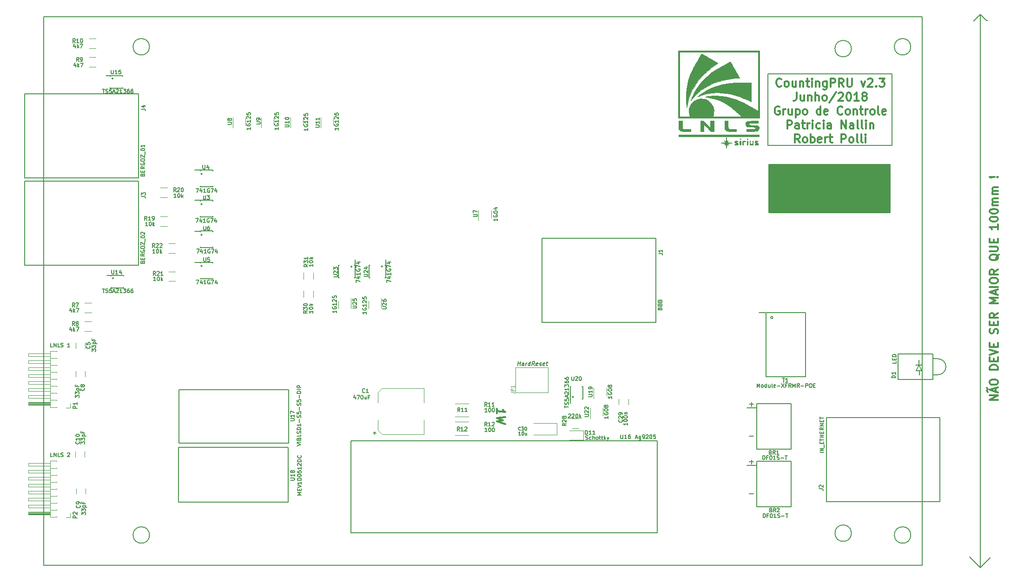
<source format=gbr>
G04 #@! TF.FileFunction,Legend,Top*
%FSLAX46Y46*%
G04 Gerber Fmt 4.6, Leading zero omitted, Abs format (unit mm)*
G04 Created by KiCad (PCBNEW 4.0.4+e1-6308~48~ubuntu15.10.1-stable) date Thu Jul 19 16:03:55 2018*
%MOMM*%
%LPD*%
G01*
G04 APERTURE LIST*
%ADD10C,0.100000*%
%ADD11C,0.300000*%
%ADD12C,0.200000*%
%ADD13C,0.150000*%
%ADD14C,0.120000*%
%ADD15C,0.010000*%
%ADD16C,0.254000*%
G04 APERTURE END LIST*
D10*
D11*
X205128211Y-89409428D02*
X203628211Y-89409428D01*
X205128211Y-88552285D01*
X203628211Y-88552285D01*
X204699640Y-87909428D02*
X204699640Y-87195142D01*
X205128211Y-88052285D02*
X203628211Y-87552285D01*
X205128211Y-87052285D01*
X203271069Y-87909428D02*
X203199640Y-87837999D01*
X203128211Y-87695142D01*
X203271069Y-87409428D01*
X203199640Y-87266571D01*
X203128211Y-87195142D01*
X203628211Y-86266571D02*
X203628211Y-85980857D01*
X203699640Y-85837999D01*
X203842497Y-85695142D01*
X204128211Y-85623714D01*
X204628211Y-85623714D01*
X204913926Y-85695142D01*
X205056783Y-85837999D01*
X205128211Y-85980857D01*
X205128211Y-86266571D01*
X205056783Y-86409428D01*
X204913926Y-86552285D01*
X204628211Y-86623714D01*
X204128211Y-86623714D01*
X203842497Y-86552285D01*
X203699640Y-86409428D01*
X203628211Y-86266571D01*
X205128211Y-83837999D02*
X203628211Y-83837999D01*
X203628211Y-83480856D01*
X203699640Y-83266571D01*
X203842497Y-83123713D01*
X203985354Y-83052285D01*
X204271069Y-82980856D01*
X204485354Y-82980856D01*
X204771069Y-83052285D01*
X204913926Y-83123713D01*
X205056783Y-83266571D01*
X205128211Y-83480856D01*
X205128211Y-83837999D01*
X204342497Y-82337999D02*
X204342497Y-81837999D01*
X205128211Y-81623713D02*
X205128211Y-82337999D01*
X203628211Y-82337999D01*
X203628211Y-81623713D01*
X203628211Y-81195142D02*
X205128211Y-80695142D01*
X203628211Y-80195142D01*
X204342497Y-79695142D02*
X204342497Y-79195142D01*
X205128211Y-78980856D02*
X205128211Y-79695142D01*
X203628211Y-79695142D01*
X203628211Y-78980856D01*
X205056783Y-77266571D02*
X205128211Y-77052285D01*
X205128211Y-76695142D01*
X205056783Y-76552285D01*
X204985354Y-76480856D01*
X204842497Y-76409428D01*
X204699640Y-76409428D01*
X204556783Y-76480856D01*
X204485354Y-76552285D01*
X204413926Y-76695142D01*
X204342497Y-76980856D01*
X204271069Y-77123714D01*
X204199640Y-77195142D01*
X204056783Y-77266571D01*
X203913926Y-77266571D01*
X203771069Y-77195142D01*
X203699640Y-77123714D01*
X203628211Y-76980856D01*
X203628211Y-76623714D01*
X203699640Y-76409428D01*
X204342497Y-75766571D02*
X204342497Y-75266571D01*
X205128211Y-75052285D02*
X205128211Y-75766571D01*
X203628211Y-75766571D01*
X203628211Y-75052285D01*
X205128211Y-73552285D02*
X204413926Y-74052285D01*
X205128211Y-74409428D02*
X203628211Y-74409428D01*
X203628211Y-73838000D01*
X203699640Y-73695142D01*
X203771069Y-73623714D01*
X203913926Y-73552285D01*
X204128211Y-73552285D01*
X204271069Y-73623714D01*
X204342497Y-73695142D01*
X204413926Y-73838000D01*
X204413926Y-74409428D01*
X205128211Y-71766571D02*
X203628211Y-71766571D01*
X204699640Y-71266571D01*
X203628211Y-70766571D01*
X205128211Y-70766571D01*
X204699640Y-70123714D02*
X204699640Y-69409428D01*
X205128211Y-70266571D02*
X203628211Y-69766571D01*
X205128211Y-69266571D01*
X205128211Y-68766571D02*
X203628211Y-68766571D01*
X203628211Y-67766571D02*
X203628211Y-67480857D01*
X203699640Y-67337999D01*
X203842497Y-67195142D01*
X204128211Y-67123714D01*
X204628211Y-67123714D01*
X204913926Y-67195142D01*
X205056783Y-67337999D01*
X205128211Y-67480857D01*
X205128211Y-67766571D01*
X205056783Y-67909428D01*
X204913926Y-68052285D01*
X204628211Y-68123714D01*
X204128211Y-68123714D01*
X203842497Y-68052285D01*
X203699640Y-67909428D01*
X203628211Y-67766571D01*
X205128211Y-65623713D02*
X204413926Y-66123713D01*
X205128211Y-66480856D02*
X203628211Y-66480856D01*
X203628211Y-65909428D01*
X203699640Y-65766570D01*
X203771069Y-65695142D01*
X203913926Y-65623713D01*
X204128211Y-65623713D01*
X204271069Y-65695142D01*
X204342497Y-65766570D01*
X204413926Y-65909428D01*
X204413926Y-66480856D01*
X205271069Y-62837999D02*
X205199640Y-62980856D01*
X205056783Y-63123713D01*
X204842497Y-63337999D01*
X204771069Y-63480856D01*
X204771069Y-63623713D01*
X205128211Y-63552285D02*
X205056783Y-63695142D01*
X204913926Y-63837999D01*
X204628211Y-63909428D01*
X204128211Y-63909428D01*
X203842497Y-63837999D01*
X203699640Y-63695142D01*
X203628211Y-63552285D01*
X203628211Y-63266571D01*
X203699640Y-63123713D01*
X203842497Y-62980856D01*
X204128211Y-62909428D01*
X204628211Y-62909428D01*
X204913926Y-62980856D01*
X205056783Y-63123713D01*
X205128211Y-63266571D01*
X205128211Y-63552285D01*
X203628211Y-62266570D02*
X204842497Y-62266570D01*
X204985354Y-62195142D01*
X205056783Y-62123713D01*
X205128211Y-61980856D01*
X205128211Y-61695142D01*
X205056783Y-61552284D01*
X204985354Y-61480856D01*
X204842497Y-61409427D01*
X203628211Y-61409427D01*
X204342497Y-60695141D02*
X204342497Y-60195141D01*
X205128211Y-59980855D02*
X205128211Y-60695141D01*
X203628211Y-60695141D01*
X203628211Y-59980855D01*
X205128211Y-57409427D02*
X205128211Y-58266570D01*
X205128211Y-57837998D02*
X203628211Y-57837998D01*
X203842497Y-57980855D01*
X203985354Y-58123713D01*
X204056783Y-58266570D01*
X203628211Y-56480856D02*
X203628211Y-56337999D01*
X203699640Y-56195142D01*
X203771069Y-56123713D01*
X203913926Y-56052284D01*
X204199640Y-55980856D01*
X204556783Y-55980856D01*
X204842497Y-56052284D01*
X204985354Y-56123713D01*
X205056783Y-56195142D01*
X205128211Y-56337999D01*
X205128211Y-56480856D01*
X205056783Y-56623713D01*
X204985354Y-56695142D01*
X204842497Y-56766570D01*
X204556783Y-56837999D01*
X204199640Y-56837999D01*
X203913926Y-56766570D01*
X203771069Y-56695142D01*
X203699640Y-56623713D01*
X203628211Y-56480856D01*
X203628211Y-55052285D02*
X203628211Y-54909428D01*
X203699640Y-54766571D01*
X203771069Y-54695142D01*
X203913926Y-54623713D01*
X204199640Y-54552285D01*
X204556783Y-54552285D01*
X204842497Y-54623713D01*
X204985354Y-54695142D01*
X205056783Y-54766571D01*
X205128211Y-54909428D01*
X205128211Y-55052285D01*
X205056783Y-55195142D01*
X204985354Y-55266571D01*
X204842497Y-55337999D01*
X204556783Y-55409428D01*
X204199640Y-55409428D01*
X203913926Y-55337999D01*
X203771069Y-55266571D01*
X203699640Y-55195142D01*
X203628211Y-55052285D01*
X205128211Y-53909428D02*
X204128211Y-53909428D01*
X204271069Y-53909428D02*
X204199640Y-53838000D01*
X204128211Y-53695142D01*
X204128211Y-53480857D01*
X204199640Y-53338000D01*
X204342497Y-53266571D01*
X205128211Y-53266571D01*
X204342497Y-53266571D02*
X204199640Y-53195142D01*
X204128211Y-53052285D01*
X204128211Y-52838000D01*
X204199640Y-52695142D01*
X204342497Y-52623714D01*
X205128211Y-52623714D01*
X205128211Y-51909428D02*
X204128211Y-51909428D01*
X204271069Y-51909428D02*
X204199640Y-51838000D01*
X204128211Y-51695142D01*
X204128211Y-51480857D01*
X204199640Y-51338000D01*
X204342497Y-51266571D01*
X205128211Y-51266571D01*
X204342497Y-51266571D02*
X204199640Y-51195142D01*
X204128211Y-51052285D01*
X204128211Y-50838000D01*
X204199640Y-50695142D01*
X204342497Y-50623714D01*
X205128211Y-50623714D01*
X204985354Y-48766571D02*
X205056783Y-48695143D01*
X205128211Y-48766571D01*
X205056783Y-48838000D01*
X204985354Y-48766571D01*
X205128211Y-48766571D01*
X204556783Y-48766571D02*
X203699640Y-48838000D01*
X203628211Y-48766571D01*
X203699640Y-48695143D01*
X204556783Y-48766571D01*
X203628211Y-48766571D01*
D12*
X203027240Y-20218400D02*
X203230440Y-20218400D01*
X201909640Y-19100800D02*
X203027240Y-20218400D01*
X201909640Y-19100800D02*
X200741240Y-20269200D01*
X203687640Y-118160800D02*
X203687640Y-118059200D01*
X201909640Y-119938800D02*
X203687640Y-118160800D01*
X199979240Y-118008400D02*
X201909640Y-119938800D01*
X201909640Y-119938800D02*
X199979240Y-118008400D01*
X201909640Y-19151600D02*
X201909640Y-119938800D01*
X163250000Y-29950000D02*
X163300000Y-29950000D01*
X163250000Y-42950000D02*
X163250000Y-29950000D01*
X163450000Y-42950000D02*
X163250000Y-42950000D01*
X185800000Y-42950000D02*
X163450000Y-42950000D01*
X185800000Y-29950000D02*
X185800000Y-42950000D01*
X163250000Y-29950000D02*
X185800000Y-29950000D01*
D11*
X165671429Y-32135714D02*
X165600000Y-32207143D01*
X165385714Y-32278571D01*
X165242857Y-32278571D01*
X165028572Y-32207143D01*
X164885714Y-32064286D01*
X164814286Y-31921429D01*
X164742857Y-31635714D01*
X164742857Y-31421429D01*
X164814286Y-31135714D01*
X164885714Y-30992857D01*
X165028572Y-30850000D01*
X165242857Y-30778571D01*
X165385714Y-30778571D01*
X165600000Y-30850000D01*
X165671429Y-30921429D01*
X166528572Y-32278571D02*
X166385714Y-32207143D01*
X166314286Y-32135714D01*
X166242857Y-31992857D01*
X166242857Y-31564286D01*
X166314286Y-31421429D01*
X166385714Y-31350000D01*
X166528572Y-31278571D01*
X166742857Y-31278571D01*
X166885714Y-31350000D01*
X166957143Y-31421429D01*
X167028572Y-31564286D01*
X167028572Y-31992857D01*
X166957143Y-32135714D01*
X166885714Y-32207143D01*
X166742857Y-32278571D01*
X166528572Y-32278571D01*
X168314286Y-31278571D02*
X168314286Y-32278571D01*
X167671429Y-31278571D02*
X167671429Y-32064286D01*
X167742857Y-32207143D01*
X167885715Y-32278571D01*
X168100000Y-32278571D01*
X168242857Y-32207143D01*
X168314286Y-32135714D01*
X169028572Y-31278571D02*
X169028572Y-32278571D01*
X169028572Y-31421429D02*
X169100000Y-31350000D01*
X169242858Y-31278571D01*
X169457143Y-31278571D01*
X169600000Y-31350000D01*
X169671429Y-31492857D01*
X169671429Y-32278571D01*
X170171429Y-31278571D02*
X170742858Y-31278571D01*
X170385715Y-30778571D02*
X170385715Y-32064286D01*
X170457143Y-32207143D01*
X170600001Y-32278571D01*
X170742858Y-32278571D01*
X171242858Y-32278571D02*
X171242858Y-31278571D01*
X171242858Y-30778571D02*
X171171429Y-30850000D01*
X171242858Y-30921429D01*
X171314286Y-30850000D01*
X171242858Y-30778571D01*
X171242858Y-30921429D01*
X171957144Y-31278571D02*
X171957144Y-32278571D01*
X171957144Y-31421429D02*
X172028572Y-31350000D01*
X172171430Y-31278571D01*
X172385715Y-31278571D01*
X172528572Y-31350000D01*
X172600001Y-31492857D01*
X172600001Y-32278571D01*
X173957144Y-31278571D02*
X173957144Y-32492857D01*
X173885715Y-32635714D01*
X173814287Y-32707143D01*
X173671430Y-32778571D01*
X173457144Y-32778571D01*
X173314287Y-32707143D01*
X173957144Y-32207143D02*
X173814287Y-32278571D01*
X173528573Y-32278571D01*
X173385715Y-32207143D01*
X173314287Y-32135714D01*
X173242858Y-31992857D01*
X173242858Y-31564286D01*
X173314287Y-31421429D01*
X173385715Y-31350000D01*
X173528573Y-31278571D01*
X173814287Y-31278571D01*
X173957144Y-31350000D01*
X174671430Y-32278571D02*
X174671430Y-30778571D01*
X175242858Y-30778571D01*
X175385716Y-30850000D01*
X175457144Y-30921429D01*
X175528573Y-31064286D01*
X175528573Y-31278571D01*
X175457144Y-31421429D01*
X175385716Y-31492857D01*
X175242858Y-31564286D01*
X174671430Y-31564286D01*
X177028573Y-32278571D02*
X176528573Y-31564286D01*
X176171430Y-32278571D02*
X176171430Y-30778571D01*
X176742858Y-30778571D01*
X176885716Y-30850000D01*
X176957144Y-30921429D01*
X177028573Y-31064286D01*
X177028573Y-31278571D01*
X176957144Y-31421429D01*
X176885716Y-31492857D01*
X176742858Y-31564286D01*
X176171430Y-31564286D01*
X177671430Y-30778571D02*
X177671430Y-31992857D01*
X177742858Y-32135714D01*
X177814287Y-32207143D01*
X177957144Y-32278571D01*
X178242858Y-32278571D01*
X178385716Y-32207143D01*
X178457144Y-32135714D01*
X178528573Y-31992857D01*
X178528573Y-30778571D01*
X180242859Y-31278571D02*
X180600002Y-32278571D01*
X180957144Y-31278571D01*
X181457144Y-30921429D02*
X181528573Y-30850000D01*
X181671430Y-30778571D01*
X182028573Y-30778571D01*
X182171430Y-30850000D01*
X182242859Y-30921429D01*
X182314287Y-31064286D01*
X182314287Y-31207143D01*
X182242859Y-31421429D01*
X181385716Y-32278571D01*
X182314287Y-32278571D01*
X182957144Y-32135714D02*
X183028572Y-32207143D01*
X182957144Y-32278571D01*
X182885715Y-32207143D01*
X182957144Y-32135714D01*
X182957144Y-32278571D01*
X183528573Y-30778571D02*
X184457144Y-30778571D01*
X183957144Y-31350000D01*
X184171430Y-31350000D01*
X184314287Y-31421429D01*
X184385716Y-31492857D01*
X184457144Y-31635714D01*
X184457144Y-31992857D01*
X184385716Y-32135714D01*
X184314287Y-32207143D01*
X184171430Y-32278571D01*
X183742858Y-32278571D01*
X183600001Y-32207143D01*
X183528573Y-32135714D01*
X168457143Y-33328571D02*
X168457143Y-34400000D01*
X168385715Y-34614286D01*
X168242858Y-34757143D01*
X168028572Y-34828571D01*
X167885715Y-34828571D01*
X169814286Y-33828571D02*
X169814286Y-34828571D01*
X169171429Y-33828571D02*
X169171429Y-34614286D01*
X169242857Y-34757143D01*
X169385715Y-34828571D01*
X169600000Y-34828571D01*
X169742857Y-34757143D01*
X169814286Y-34685714D01*
X170528572Y-33828571D02*
X170528572Y-34828571D01*
X170528572Y-33971429D02*
X170600000Y-33900000D01*
X170742858Y-33828571D01*
X170957143Y-33828571D01*
X171100000Y-33900000D01*
X171171429Y-34042857D01*
X171171429Y-34828571D01*
X171885715Y-34828571D02*
X171885715Y-33328571D01*
X172528572Y-34828571D02*
X172528572Y-34042857D01*
X172457143Y-33900000D01*
X172314286Y-33828571D01*
X172100001Y-33828571D01*
X171957143Y-33900000D01*
X171885715Y-33971429D01*
X173457144Y-34828571D02*
X173314286Y-34757143D01*
X173242858Y-34685714D01*
X173171429Y-34542857D01*
X173171429Y-34114286D01*
X173242858Y-33971429D01*
X173314286Y-33900000D01*
X173457144Y-33828571D01*
X173671429Y-33828571D01*
X173814286Y-33900000D01*
X173885715Y-33971429D01*
X173957144Y-34114286D01*
X173957144Y-34542857D01*
X173885715Y-34685714D01*
X173814286Y-34757143D01*
X173671429Y-34828571D01*
X173457144Y-34828571D01*
X175671429Y-33257143D02*
X174385715Y-35185714D01*
X176100001Y-33471429D02*
X176171430Y-33400000D01*
X176314287Y-33328571D01*
X176671430Y-33328571D01*
X176814287Y-33400000D01*
X176885716Y-33471429D01*
X176957144Y-33614286D01*
X176957144Y-33757143D01*
X176885716Y-33971429D01*
X176028573Y-34828571D01*
X176957144Y-34828571D01*
X177885715Y-33328571D02*
X178028572Y-33328571D01*
X178171429Y-33400000D01*
X178242858Y-33471429D01*
X178314287Y-33614286D01*
X178385715Y-33900000D01*
X178385715Y-34257143D01*
X178314287Y-34542857D01*
X178242858Y-34685714D01*
X178171429Y-34757143D01*
X178028572Y-34828571D01*
X177885715Y-34828571D01*
X177742858Y-34757143D01*
X177671429Y-34685714D01*
X177600001Y-34542857D01*
X177528572Y-34257143D01*
X177528572Y-33900000D01*
X177600001Y-33614286D01*
X177671429Y-33471429D01*
X177742858Y-33400000D01*
X177885715Y-33328571D01*
X179814286Y-34828571D02*
X178957143Y-34828571D01*
X179385715Y-34828571D02*
X179385715Y-33328571D01*
X179242858Y-33542857D01*
X179100000Y-33685714D01*
X178957143Y-33757143D01*
X180671429Y-33971429D02*
X180528571Y-33900000D01*
X180457143Y-33828571D01*
X180385714Y-33685714D01*
X180385714Y-33614286D01*
X180457143Y-33471429D01*
X180528571Y-33400000D01*
X180671429Y-33328571D01*
X180957143Y-33328571D01*
X181100000Y-33400000D01*
X181171429Y-33471429D01*
X181242857Y-33614286D01*
X181242857Y-33685714D01*
X181171429Y-33828571D01*
X181100000Y-33900000D01*
X180957143Y-33971429D01*
X180671429Y-33971429D01*
X180528571Y-34042857D01*
X180457143Y-34114286D01*
X180385714Y-34257143D01*
X180385714Y-34542857D01*
X180457143Y-34685714D01*
X180528571Y-34757143D01*
X180671429Y-34828571D01*
X180957143Y-34828571D01*
X181100000Y-34757143D01*
X181171429Y-34685714D01*
X181242857Y-34542857D01*
X181242857Y-34257143D01*
X181171429Y-34114286D01*
X181100000Y-34042857D01*
X180957143Y-33971429D01*
X165314286Y-35950000D02*
X165171429Y-35878571D01*
X164957143Y-35878571D01*
X164742858Y-35950000D01*
X164600000Y-36092857D01*
X164528572Y-36235714D01*
X164457143Y-36521429D01*
X164457143Y-36735714D01*
X164528572Y-37021429D01*
X164600000Y-37164286D01*
X164742858Y-37307143D01*
X164957143Y-37378571D01*
X165100000Y-37378571D01*
X165314286Y-37307143D01*
X165385715Y-37235714D01*
X165385715Y-36735714D01*
X165100000Y-36735714D01*
X166028572Y-37378571D02*
X166028572Y-36378571D01*
X166028572Y-36664286D02*
X166100000Y-36521429D01*
X166171429Y-36450000D01*
X166314286Y-36378571D01*
X166457143Y-36378571D01*
X167600000Y-36378571D02*
X167600000Y-37378571D01*
X166957143Y-36378571D02*
X166957143Y-37164286D01*
X167028571Y-37307143D01*
X167171429Y-37378571D01*
X167385714Y-37378571D01*
X167528571Y-37307143D01*
X167600000Y-37235714D01*
X168314286Y-36378571D02*
X168314286Y-37878571D01*
X168314286Y-36450000D02*
X168457143Y-36378571D01*
X168742857Y-36378571D01*
X168885714Y-36450000D01*
X168957143Y-36521429D01*
X169028572Y-36664286D01*
X169028572Y-37092857D01*
X168957143Y-37235714D01*
X168885714Y-37307143D01*
X168742857Y-37378571D01*
X168457143Y-37378571D01*
X168314286Y-37307143D01*
X169885715Y-37378571D02*
X169742857Y-37307143D01*
X169671429Y-37235714D01*
X169600000Y-37092857D01*
X169600000Y-36664286D01*
X169671429Y-36521429D01*
X169742857Y-36450000D01*
X169885715Y-36378571D01*
X170100000Y-36378571D01*
X170242857Y-36450000D01*
X170314286Y-36521429D01*
X170385715Y-36664286D01*
X170385715Y-37092857D01*
X170314286Y-37235714D01*
X170242857Y-37307143D01*
X170100000Y-37378571D01*
X169885715Y-37378571D01*
X172814286Y-37378571D02*
X172814286Y-35878571D01*
X172814286Y-37307143D02*
X172671429Y-37378571D01*
X172385715Y-37378571D01*
X172242857Y-37307143D01*
X172171429Y-37235714D01*
X172100000Y-37092857D01*
X172100000Y-36664286D01*
X172171429Y-36521429D01*
X172242857Y-36450000D01*
X172385715Y-36378571D01*
X172671429Y-36378571D01*
X172814286Y-36450000D01*
X174100000Y-37307143D02*
X173957143Y-37378571D01*
X173671429Y-37378571D01*
X173528572Y-37307143D01*
X173457143Y-37164286D01*
X173457143Y-36592857D01*
X173528572Y-36450000D01*
X173671429Y-36378571D01*
X173957143Y-36378571D01*
X174100000Y-36450000D01*
X174171429Y-36592857D01*
X174171429Y-36735714D01*
X173457143Y-36878571D01*
X176814286Y-37235714D02*
X176742857Y-37307143D01*
X176528571Y-37378571D01*
X176385714Y-37378571D01*
X176171429Y-37307143D01*
X176028571Y-37164286D01*
X175957143Y-37021429D01*
X175885714Y-36735714D01*
X175885714Y-36521429D01*
X175957143Y-36235714D01*
X176028571Y-36092857D01*
X176171429Y-35950000D01*
X176385714Y-35878571D01*
X176528571Y-35878571D01*
X176742857Y-35950000D01*
X176814286Y-36021429D01*
X177671429Y-37378571D02*
X177528571Y-37307143D01*
X177457143Y-37235714D01*
X177385714Y-37092857D01*
X177385714Y-36664286D01*
X177457143Y-36521429D01*
X177528571Y-36450000D01*
X177671429Y-36378571D01*
X177885714Y-36378571D01*
X178028571Y-36450000D01*
X178100000Y-36521429D01*
X178171429Y-36664286D01*
X178171429Y-37092857D01*
X178100000Y-37235714D01*
X178028571Y-37307143D01*
X177885714Y-37378571D01*
X177671429Y-37378571D01*
X178814286Y-36378571D02*
X178814286Y-37378571D01*
X178814286Y-36521429D02*
X178885714Y-36450000D01*
X179028572Y-36378571D01*
X179242857Y-36378571D01*
X179385714Y-36450000D01*
X179457143Y-36592857D01*
X179457143Y-37378571D01*
X179957143Y-36378571D02*
X180528572Y-36378571D01*
X180171429Y-35878571D02*
X180171429Y-37164286D01*
X180242857Y-37307143D01*
X180385715Y-37378571D01*
X180528572Y-37378571D01*
X181028572Y-37378571D02*
X181028572Y-36378571D01*
X181028572Y-36664286D02*
X181100000Y-36521429D01*
X181171429Y-36450000D01*
X181314286Y-36378571D01*
X181457143Y-36378571D01*
X182171429Y-37378571D02*
X182028571Y-37307143D01*
X181957143Y-37235714D01*
X181885714Y-37092857D01*
X181885714Y-36664286D01*
X181957143Y-36521429D01*
X182028571Y-36450000D01*
X182171429Y-36378571D01*
X182385714Y-36378571D01*
X182528571Y-36450000D01*
X182600000Y-36521429D01*
X182671429Y-36664286D01*
X182671429Y-37092857D01*
X182600000Y-37235714D01*
X182528571Y-37307143D01*
X182385714Y-37378571D01*
X182171429Y-37378571D01*
X183528572Y-37378571D02*
X183385714Y-37307143D01*
X183314286Y-37164286D01*
X183314286Y-35878571D01*
X184671428Y-37307143D02*
X184528571Y-37378571D01*
X184242857Y-37378571D01*
X184100000Y-37307143D01*
X184028571Y-37164286D01*
X184028571Y-36592857D01*
X184100000Y-36450000D01*
X184242857Y-36378571D01*
X184528571Y-36378571D01*
X184671428Y-36450000D01*
X184742857Y-36592857D01*
X184742857Y-36735714D01*
X184028571Y-36878571D01*
X166742857Y-39928571D02*
X166742857Y-38428571D01*
X167314285Y-38428571D01*
X167457143Y-38500000D01*
X167528571Y-38571429D01*
X167600000Y-38714286D01*
X167600000Y-38928571D01*
X167528571Y-39071429D01*
X167457143Y-39142857D01*
X167314285Y-39214286D01*
X166742857Y-39214286D01*
X168885714Y-39928571D02*
X168885714Y-39142857D01*
X168814285Y-39000000D01*
X168671428Y-38928571D01*
X168385714Y-38928571D01*
X168242857Y-39000000D01*
X168885714Y-39857143D02*
X168742857Y-39928571D01*
X168385714Y-39928571D01*
X168242857Y-39857143D01*
X168171428Y-39714286D01*
X168171428Y-39571429D01*
X168242857Y-39428571D01*
X168385714Y-39357143D01*
X168742857Y-39357143D01*
X168885714Y-39285714D01*
X169385714Y-38928571D02*
X169957143Y-38928571D01*
X169600000Y-38428571D02*
X169600000Y-39714286D01*
X169671428Y-39857143D01*
X169814286Y-39928571D01*
X169957143Y-39928571D01*
X170457143Y-39928571D02*
X170457143Y-38928571D01*
X170457143Y-39214286D02*
X170528571Y-39071429D01*
X170600000Y-39000000D01*
X170742857Y-38928571D01*
X170885714Y-38928571D01*
X171385714Y-39928571D02*
X171385714Y-38928571D01*
X171385714Y-38428571D02*
X171314285Y-38500000D01*
X171385714Y-38571429D01*
X171457142Y-38500000D01*
X171385714Y-38428571D01*
X171385714Y-38571429D01*
X172742857Y-39857143D02*
X172600000Y-39928571D01*
X172314286Y-39928571D01*
X172171428Y-39857143D01*
X172100000Y-39785714D01*
X172028571Y-39642857D01*
X172028571Y-39214286D01*
X172100000Y-39071429D01*
X172171428Y-39000000D01*
X172314286Y-38928571D01*
X172600000Y-38928571D01*
X172742857Y-39000000D01*
X173385714Y-39928571D02*
X173385714Y-38928571D01*
X173385714Y-38428571D02*
X173314285Y-38500000D01*
X173385714Y-38571429D01*
X173457142Y-38500000D01*
X173385714Y-38428571D01*
X173385714Y-38571429D01*
X174742857Y-39928571D02*
X174742857Y-39142857D01*
X174671428Y-39000000D01*
X174528571Y-38928571D01*
X174242857Y-38928571D01*
X174100000Y-39000000D01*
X174742857Y-39857143D02*
X174600000Y-39928571D01*
X174242857Y-39928571D01*
X174100000Y-39857143D01*
X174028571Y-39714286D01*
X174028571Y-39571429D01*
X174100000Y-39428571D01*
X174242857Y-39357143D01*
X174600000Y-39357143D01*
X174742857Y-39285714D01*
X176600000Y-39928571D02*
X176600000Y-38428571D01*
X177457143Y-39928571D01*
X177457143Y-38428571D01*
X178814286Y-39928571D02*
X178814286Y-39142857D01*
X178742857Y-39000000D01*
X178600000Y-38928571D01*
X178314286Y-38928571D01*
X178171429Y-39000000D01*
X178814286Y-39857143D02*
X178671429Y-39928571D01*
X178314286Y-39928571D01*
X178171429Y-39857143D01*
X178100000Y-39714286D01*
X178100000Y-39571429D01*
X178171429Y-39428571D01*
X178314286Y-39357143D01*
X178671429Y-39357143D01*
X178814286Y-39285714D01*
X179742858Y-39928571D02*
X179600000Y-39857143D01*
X179528572Y-39714286D01*
X179528572Y-38428571D01*
X180528572Y-39928571D02*
X180385714Y-39857143D01*
X180314286Y-39714286D01*
X180314286Y-38428571D01*
X181100000Y-39928571D02*
X181100000Y-38928571D01*
X181100000Y-38428571D02*
X181028571Y-38500000D01*
X181100000Y-38571429D01*
X181171428Y-38500000D01*
X181100000Y-38428571D01*
X181100000Y-38571429D01*
X181814286Y-38928571D02*
X181814286Y-39928571D01*
X181814286Y-39071429D02*
X181885714Y-39000000D01*
X182028572Y-38928571D01*
X182242857Y-38928571D01*
X182385714Y-39000000D01*
X182457143Y-39142857D01*
X182457143Y-39928571D01*
X169028572Y-42478571D02*
X168528572Y-41764286D01*
X168171429Y-42478571D02*
X168171429Y-40978571D01*
X168742857Y-40978571D01*
X168885715Y-41050000D01*
X168957143Y-41121429D01*
X169028572Y-41264286D01*
X169028572Y-41478571D01*
X168957143Y-41621429D01*
X168885715Y-41692857D01*
X168742857Y-41764286D01*
X168171429Y-41764286D01*
X169885715Y-42478571D02*
X169742857Y-42407143D01*
X169671429Y-42335714D01*
X169600000Y-42192857D01*
X169600000Y-41764286D01*
X169671429Y-41621429D01*
X169742857Y-41550000D01*
X169885715Y-41478571D01*
X170100000Y-41478571D01*
X170242857Y-41550000D01*
X170314286Y-41621429D01*
X170385715Y-41764286D01*
X170385715Y-42192857D01*
X170314286Y-42335714D01*
X170242857Y-42407143D01*
X170100000Y-42478571D01*
X169885715Y-42478571D01*
X171028572Y-42478571D02*
X171028572Y-40978571D01*
X171028572Y-41550000D02*
X171171429Y-41478571D01*
X171457143Y-41478571D01*
X171600000Y-41550000D01*
X171671429Y-41621429D01*
X171742858Y-41764286D01*
X171742858Y-42192857D01*
X171671429Y-42335714D01*
X171600000Y-42407143D01*
X171457143Y-42478571D01*
X171171429Y-42478571D01*
X171028572Y-42407143D01*
X172957143Y-42407143D02*
X172814286Y-42478571D01*
X172528572Y-42478571D01*
X172385715Y-42407143D01*
X172314286Y-42264286D01*
X172314286Y-41692857D01*
X172385715Y-41550000D01*
X172528572Y-41478571D01*
X172814286Y-41478571D01*
X172957143Y-41550000D01*
X173028572Y-41692857D01*
X173028572Y-41835714D01*
X172314286Y-41978571D01*
X173671429Y-42478571D02*
X173671429Y-41478571D01*
X173671429Y-41764286D02*
X173742857Y-41621429D01*
X173814286Y-41550000D01*
X173957143Y-41478571D01*
X174100000Y-41478571D01*
X174385714Y-41478571D02*
X174957143Y-41478571D01*
X174600000Y-40978571D02*
X174600000Y-42264286D01*
X174671428Y-42407143D01*
X174814286Y-42478571D01*
X174957143Y-42478571D01*
X176600000Y-42478571D02*
X176600000Y-40978571D01*
X177171428Y-40978571D01*
X177314286Y-41050000D01*
X177385714Y-41121429D01*
X177457143Y-41264286D01*
X177457143Y-41478571D01*
X177385714Y-41621429D01*
X177314286Y-41692857D01*
X177171428Y-41764286D01*
X176600000Y-41764286D01*
X178314286Y-42478571D02*
X178171428Y-42407143D01*
X178100000Y-42335714D01*
X178028571Y-42192857D01*
X178028571Y-41764286D01*
X178100000Y-41621429D01*
X178171428Y-41550000D01*
X178314286Y-41478571D01*
X178528571Y-41478571D01*
X178671428Y-41550000D01*
X178742857Y-41621429D01*
X178814286Y-41764286D01*
X178814286Y-42192857D01*
X178742857Y-42335714D01*
X178671428Y-42407143D01*
X178528571Y-42478571D01*
X178314286Y-42478571D01*
X179671429Y-42478571D02*
X179528571Y-42407143D01*
X179457143Y-42264286D01*
X179457143Y-40978571D01*
X180457143Y-42478571D02*
X180314285Y-42407143D01*
X180242857Y-42264286D01*
X180242857Y-40978571D01*
X181028571Y-42478571D02*
X181028571Y-41478571D01*
X181028571Y-40978571D02*
X180957142Y-41050000D01*
X181028571Y-41121429D01*
X181099999Y-41050000D01*
X181028571Y-40978571D01*
X181028571Y-41121429D01*
X113855069Y-91841008D02*
X113855069Y-90983865D01*
X113855069Y-91412437D02*
X115355069Y-91599937D01*
X115140783Y-91430294D01*
X114997926Y-91269579D01*
X114926497Y-91117793D01*
X115355069Y-92528508D02*
X113855069Y-92698151D01*
X114926497Y-93117793D01*
X113855069Y-93269579D01*
X115355069Y-93814222D01*
D13*
X162768740Y-73484340D02*
X161618740Y-73484340D01*
X164133796Y-74355840D02*
G75*
G03X164133796Y-74355840I-201556J0D01*
G01*
X162857240Y-85155840D02*
X170082240Y-85155840D01*
X162857240Y-79030840D02*
X162857240Y-85155840D01*
X162857240Y-74055840D02*
X162857240Y-73930840D01*
X162857240Y-74005840D02*
X162857240Y-79130840D01*
X170082240Y-79680840D02*
X170082240Y-85155840D01*
X162857240Y-73955840D02*
X162857240Y-73480840D01*
X162857240Y-73480840D02*
X170082240Y-73480840D01*
X170082240Y-73480840D02*
X170082240Y-79755840D01*
X161200000Y-101425000D02*
X161200000Y-101350000D01*
X161200000Y-101350000D02*
X159450000Y-101350000D01*
X161200000Y-102550000D02*
X161200000Y-102225000D01*
X161200000Y-102225000D02*
X161200000Y-100550000D01*
X161200000Y-100550000D02*
X161775000Y-100550000D01*
X161775000Y-100550000D02*
X162475000Y-100550000D01*
X162475000Y-100550000D02*
X165400000Y-100550000D01*
X165400000Y-100550000D02*
X167375000Y-100550000D01*
X167375000Y-100550000D02*
X167500000Y-100550000D01*
X167500000Y-100550000D02*
X167500000Y-108850000D01*
X167500000Y-108850000D02*
X161200000Y-108850000D01*
X161200000Y-108850000D02*
X161200000Y-102550000D01*
X161200000Y-90925000D02*
X161200000Y-90850000D01*
X161200000Y-90850000D02*
X159450000Y-90850000D01*
X161200000Y-92050000D02*
X161200000Y-91725000D01*
X161200000Y-91725000D02*
X161200000Y-90050000D01*
X161200000Y-90050000D02*
X161775000Y-90050000D01*
X161775000Y-90050000D02*
X162475000Y-90050000D01*
X162475000Y-90050000D02*
X165400000Y-90050000D01*
X165400000Y-90050000D02*
X167375000Y-90050000D01*
X167375000Y-90050000D02*
X167500000Y-90050000D01*
X167500000Y-90050000D02*
X167500000Y-98350000D01*
X167500000Y-98350000D02*
X161200000Y-98350000D01*
X161200000Y-98350000D02*
X161200000Y-92050000D01*
X127843240Y-88849200D02*
G75*
G03X127843240Y-88849200I-127000J0D01*
G01*
X127208240Y-89230200D02*
X127208240Y-89992200D01*
X129494240Y-89230200D02*
X129367240Y-89230200D01*
X129494240Y-86944200D02*
X129367240Y-86944200D01*
X127208240Y-86944200D02*
X127335240Y-86944200D01*
X127208240Y-89230200D02*
X127335240Y-89230200D01*
X129494240Y-89230200D02*
X129494240Y-86944200D01*
X127208240Y-86944200D02*
X127208240Y-89230200D01*
X43962240Y-30755840D02*
G75*
G03X43962240Y-30755840I-127000J0D01*
G01*
X43454240Y-30247840D02*
X42692240Y-30247840D01*
X43454240Y-32533840D02*
X43454240Y-32406840D01*
X45740240Y-32533840D02*
X45740240Y-32406840D01*
X45740240Y-30247840D02*
X45740240Y-30374840D01*
X43454240Y-30247840D02*
X43454240Y-30374840D01*
X43454240Y-32533840D02*
X45740240Y-32533840D01*
X45740240Y-30247840D02*
X43454240Y-30247840D01*
X44065000Y-67165000D02*
G75*
G03X44065000Y-67165000I-127000J0D01*
G01*
X43557000Y-66657000D02*
X42795000Y-66657000D01*
X43557000Y-68943000D02*
X43557000Y-68816000D01*
X45843000Y-68943000D02*
X45843000Y-68816000D01*
X45843000Y-66657000D02*
X45843000Y-66784000D01*
X43557000Y-66657000D02*
X43557000Y-66784000D01*
X43557000Y-68943000D02*
X45843000Y-68943000D01*
X45843000Y-66657000D02*
X43557000Y-66657000D01*
X59854240Y-64303340D02*
X58838240Y-64303340D01*
X60184440Y-64976440D02*
G75*
G03X60184440Y-64976440I-127000J0D01*
G01*
X59854240Y-67287840D02*
X59854240Y-67160840D01*
X62140240Y-67287840D02*
X62140240Y-67160840D01*
X62140240Y-64290640D02*
X62140240Y-64417640D01*
X59854240Y-64290640D02*
X59854240Y-64417640D01*
X59854240Y-67287840D02*
X62140240Y-67287840D01*
X62140240Y-64290640D02*
X59854240Y-64290640D01*
X59854240Y-58603340D02*
X58838240Y-58603340D01*
X60184440Y-59276440D02*
G75*
G03X60184440Y-59276440I-127000J0D01*
G01*
X59854240Y-61587840D02*
X59854240Y-61460840D01*
X62140240Y-61587840D02*
X62140240Y-61460840D01*
X62140240Y-58590640D02*
X62140240Y-58717640D01*
X59854240Y-58590640D02*
X59854240Y-58717640D01*
X59854240Y-61587840D02*
X62140240Y-61587840D01*
X62140240Y-58590640D02*
X59854240Y-58590640D01*
X59854240Y-53003340D02*
X58838240Y-53003340D01*
X60184440Y-53676440D02*
G75*
G03X60184440Y-53676440I-127000J0D01*
G01*
X59854240Y-55987840D02*
X59854240Y-55860840D01*
X62140240Y-55987840D02*
X62140240Y-55860840D01*
X62140240Y-52990640D02*
X62140240Y-53117640D01*
X59854240Y-52990640D02*
X59854240Y-53117640D01*
X59854240Y-55987840D02*
X62140240Y-55987840D01*
X62140240Y-52990640D02*
X59854240Y-52990640D01*
X59854240Y-47503340D02*
X58838240Y-47503340D01*
X60184440Y-48176440D02*
G75*
G03X60184440Y-48176440I-127000J0D01*
G01*
X59854240Y-50487840D02*
X59854240Y-50360840D01*
X62140240Y-50487840D02*
X62140240Y-50360840D01*
X62140240Y-47490640D02*
X62140240Y-47617640D01*
X59854240Y-47490640D02*
X59854240Y-47617640D01*
X59854240Y-50487840D02*
X62140240Y-50487840D01*
X62140240Y-47490640D02*
X59854240Y-47490640D01*
X87466640Y-65060200D02*
G75*
G03X87466640Y-65060200I-127000J0D01*
G01*
X88025440Y-64857000D02*
X88025440Y-63800000D01*
X85028240Y-64857000D02*
X85155240Y-64857000D01*
X85028240Y-67143000D02*
X85155240Y-67143000D01*
X88025440Y-67143000D02*
X87898440Y-67143000D01*
X88025440Y-64857000D02*
X87898440Y-64857000D01*
X85028240Y-64857000D02*
X85028240Y-67143000D01*
X88025440Y-67143000D02*
X88025440Y-64857000D01*
X93041400Y-65060200D02*
G75*
G03X93041400Y-65060200I-127000J0D01*
G01*
X93600200Y-64857000D02*
X93600200Y-63800000D01*
X90603000Y-64857000D02*
X90730000Y-64857000D01*
X90603000Y-67143000D02*
X90730000Y-67143000D01*
X93600200Y-67143000D02*
X93473200Y-67143000D01*
X93600200Y-64857000D02*
X93473200Y-64857000D01*
X90603000Y-64857000D02*
X90603000Y-67143000D01*
X93600200Y-67143000D02*
X93600200Y-64857000D01*
D14*
X65740000Y-37900000D02*
X65740000Y-39800000D01*
X68060000Y-39300000D02*
X68060000Y-37900000D01*
X33647240Y-110660517D02*
X33647240Y-110735840D01*
X33647240Y-110735840D02*
X32527240Y-110735840D01*
X32527240Y-110735840D02*
X32527240Y-100455840D01*
X32527240Y-100455840D02*
X33647240Y-100455840D01*
X33647240Y-100455840D02*
X33647240Y-100531163D01*
X32527240Y-110300840D02*
X28527240Y-110300840D01*
X28527240Y-110300840D02*
X28527240Y-109780840D01*
X28527240Y-109780840D02*
X32527240Y-109780840D01*
X32527240Y-110240840D02*
X28527240Y-110240840D01*
X32527240Y-110120840D02*
X28527240Y-110120840D01*
X32527240Y-110000840D02*
X28527240Y-110000840D01*
X32527240Y-109880840D02*
X28527240Y-109880840D01*
X33647240Y-109405840D02*
X32527240Y-109405840D01*
X33647240Y-109421163D02*
X33647240Y-109390517D01*
X32527240Y-109030840D02*
X28527240Y-109030840D01*
X28527240Y-109030840D02*
X28527240Y-108510840D01*
X28527240Y-108510840D02*
X32527240Y-108510840D01*
X33647240Y-108135840D02*
X32527240Y-108135840D01*
X33647240Y-108151163D02*
X33647240Y-108120517D01*
X32527240Y-107760840D02*
X28527240Y-107760840D01*
X28527240Y-107760840D02*
X28527240Y-107240840D01*
X28527240Y-107240840D02*
X32527240Y-107240840D01*
X33647240Y-106865840D02*
X32527240Y-106865840D01*
X33647240Y-106881163D02*
X33647240Y-106850517D01*
X32527240Y-106490840D02*
X28527240Y-106490840D01*
X28527240Y-106490840D02*
X28527240Y-105970840D01*
X28527240Y-105970840D02*
X32527240Y-105970840D01*
X33647240Y-105595840D02*
X32527240Y-105595840D01*
X33647240Y-105611163D02*
X33647240Y-105580517D01*
X32527240Y-105220840D02*
X28527240Y-105220840D01*
X28527240Y-105220840D02*
X28527240Y-104700840D01*
X28527240Y-104700840D02*
X32527240Y-104700840D01*
X33647240Y-104325840D02*
X32527240Y-104325840D01*
X33647240Y-104341163D02*
X33647240Y-104310517D01*
X32527240Y-103950840D02*
X28527240Y-103950840D01*
X28527240Y-103950840D02*
X28527240Y-103430840D01*
X28527240Y-103430840D02*
X32527240Y-103430840D01*
X33647240Y-103055840D02*
X32527240Y-103055840D01*
X33647240Y-103071163D02*
X33647240Y-103040517D01*
X32527240Y-102680840D02*
X28527240Y-102680840D01*
X28527240Y-102680840D02*
X28527240Y-102160840D01*
X28527240Y-102160840D02*
X32527240Y-102160840D01*
X33647240Y-101785840D02*
X32527240Y-101785840D01*
X33647240Y-101801163D02*
X33647240Y-101770517D01*
X32527240Y-101410840D02*
X28527240Y-101410840D01*
X28527240Y-101410840D02*
X28527240Y-100890840D01*
X28527240Y-100890840D02*
X32527240Y-100890840D01*
X36117240Y-110040840D02*
X36117240Y-110800840D01*
X36117240Y-110800840D02*
X35357240Y-110800840D01*
X38828040Y-85130000D02*
X38828040Y-84130000D01*
X37128040Y-84130000D02*
X37128040Y-85130000D01*
D13*
X194582240Y-107925840D02*
X173857240Y-107925840D01*
X173857240Y-92565840D02*
X173857240Y-94465840D01*
X173857240Y-94465840D02*
X173857240Y-97065840D01*
X173857240Y-97065840D02*
X173857240Y-100015840D01*
X173857240Y-100015840D02*
X173857240Y-104640840D01*
X173857240Y-104640840D02*
X173857240Y-107940840D01*
X194582240Y-107940840D02*
X194582240Y-92565840D01*
X194582240Y-92565840D02*
X173857240Y-92565840D01*
X50588200Y-114001000D02*
G75*
G03X50588200Y-114001000I-1500000J0D01*
G01*
X178439100Y-25343000D02*
G75*
G03X178439100Y-25343000I-1500000J0D01*
G01*
X178439100Y-113659000D02*
G75*
G03X178439100Y-113659000I-1500000J0D01*
G01*
X50588200Y-25001000D02*
G75*
G03X50588200Y-25001000I-1500000J0D01*
G01*
X189258200Y-114001000D02*
G75*
G03X189258200Y-114001000I-1500000J0D01*
G01*
X189258200Y-25001000D02*
G75*
G03X189258200Y-25001000I-1500000J0D01*
G01*
X191328200Y-119501000D02*
X31328200Y-119501000D01*
X31328200Y-119501000D02*
X31328200Y-19501000D01*
X31328200Y-19501000D02*
X191328200Y-19501000D01*
X191328200Y-19501000D02*
X191328200Y-119501000D01*
X143037240Y-112800840D02*
X143037240Y-113600840D01*
X87237240Y-112800840D02*
X87237240Y-113600840D01*
X142562240Y-96800840D02*
X143037240Y-96800840D01*
X143037240Y-96800840D02*
X142437240Y-96800840D01*
X87737240Y-96800840D02*
X87237240Y-96800840D01*
X87237240Y-113600840D02*
X87787240Y-113600840D01*
X87712240Y-96800840D02*
X87812240Y-96800840D01*
X87237240Y-112675840D02*
X87237240Y-112800840D01*
X143037240Y-96800840D02*
X143037240Y-112800840D01*
X143037240Y-113600840D02*
X87812240Y-113600840D01*
X87237240Y-112700840D02*
X87237240Y-111250840D01*
X87237240Y-111225840D02*
X87237240Y-110025840D01*
X87237240Y-110050840D02*
X87237240Y-106975840D01*
X87237240Y-106975840D02*
X87237240Y-99425840D01*
X87237240Y-99525840D02*
X87237240Y-96800840D01*
X87787240Y-96800840D02*
X142512240Y-96800840D01*
X55957240Y-87520840D02*
X68132240Y-87520840D01*
X68132240Y-87520840D02*
X75957240Y-87520840D01*
X75957240Y-87520840D02*
X75957240Y-97220840D01*
X75957240Y-97220840D02*
X58157240Y-97220840D01*
X58157240Y-97220840D02*
X55957240Y-97220840D01*
X55957240Y-97220840D02*
X55957240Y-87545840D01*
X75882240Y-107985840D02*
X55882240Y-107985840D01*
X55882240Y-107985840D02*
X55882240Y-97985840D01*
X55882240Y-97985840D02*
X75882240Y-97985840D01*
X75882240Y-97985840D02*
X75882240Y-107960840D01*
D14*
X33647240Y-90660517D02*
X33647240Y-90735840D01*
X33647240Y-90735840D02*
X32527240Y-90735840D01*
X32527240Y-90735840D02*
X32527240Y-80455840D01*
X32527240Y-80455840D02*
X33647240Y-80455840D01*
X33647240Y-80455840D02*
X33647240Y-80531163D01*
X32527240Y-90300840D02*
X28527240Y-90300840D01*
X28527240Y-90300840D02*
X28527240Y-89780840D01*
X28527240Y-89780840D02*
X32527240Y-89780840D01*
X32527240Y-90240840D02*
X28527240Y-90240840D01*
X32527240Y-90120840D02*
X28527240Y-90120840D01*
X32527240Y-90000840D02*
X28527240Y-90000840D01*
X32527240Y-89880840D02*
X28527240Y-89880840D01*
X33647240Y-89405840D02*
X32527240Y-89405840D01*
X33647240Y-89421163D02*
X33647240Y-89390517D01*
X32527240Y-89030840D02*
X28527240Y-89030840D01*
X28527240Y-89030840D02*
X28527240Y-88510840D01*
X28527240Y-88510840D02*
X32527240Y-88510840D01*
X33647240Y-88135840D02*
X32527240Y-88135840D01*
X33647240Y-88151163D02*
X33647240Y-88120517D01*
X32527240Y-87760840D02*
X28527240Y-87760840D01*
X28527240Y-87760840D02*
X28527240Y-87240840D01*
X28527240Y-87240840D02*
X32527240Y-87240840D01*
X33647240Y-86865840D02*
X32527240Y-86865840D01*
X33647240Y-86881163D02*
X33647240Y-86850517D01*
X32527240Y-86490840D02*
X28527240Y-86490840D01*
X28527240Y-86490840D02*
X28527240Y-85970840D01*
X28527240Y-85970840D02*
X32527240Y-85970840D01*
X33647240Y-85595840D02*
X32527240Y-85595840D01*
X33647240Y-85611163D02*
X33647240Y-85580517D01*
X32527240Y-85220840D02*
X28527240Y-85220840D01*
X28527240Y-85220840D02*
X28527240Y-84700840D01*
X28527240Y-84700840D02*
X32527240Y-84700840D01*
X33647240Y-84325840D02*
X32527240Y-84325840D01*
X33647240Y-84341163D02*
X33647240Y-84310517D01*
X32527240Y-83950840D02*
X28527240Y-83950840D01*
X28527240Y-83950840D02*
X28527240Y-83430840D01*
X28527240Y-83430840D02*
X32527240Y-83430840D01*
X33647240Y-83055840D02*
X32527240Y-83055840D01*
X33647240Y-83071163D02*
X33647240Y-83040517D01*
X32527240Y-82680840D02*
X28527240Y-82680840D01*
X28527240Y-82680840D02*
X28527240Y-82160840D01*
X28527240Y-82160840D02*
X32527240Y-82160840D01*
X33647240Y-81785840D02*
X32527240Y-81785840D01*
X33647240Y-81801163D02*
X33647240Y-81770517D01*
X32527240Y-81410840D02*
X28527240Y-81410840D01*
X28527240Y-81410840D02*
X28527240Y-80890840D01*
X28527240Y-80890840D02*
X32527240Y-80890840D01*
X36117240Y-90040840D02*
X36117240Y-90800840D01*
X36117240Y-90800840D02*
X35357240Y-90800840D01*
D13*
X193257240Y-84780840D02*
X194207240Y-84780840D01*
X193257240Y-81880840D02*
X194207240Y-81880840D01*
X194207240Y-84780840D02*
G75*
G03X195657240Y-83330840I0J1450000D01*
G01*
X195657240Y-83330840D02*
G75*
G03X194207240Y-81880840I-1450000J0D01*
G01*
X190762240Y-82975240D02*
X190762240Y-82086240D01*
X190152640Y-83000640D02*
X191346440Y-83000640D01*
X190787640Y-84804040D02*
X190787640Y-84042040D01*
X190787640Y-84042040D02*
X190203440Y-84042040D01*
X190203440Y-84042040D02*
X191270240Y-84042040D01*
X191270240Y-84042040D02*
X190762240Y-83051440D01*
X190762240Y-83051440D02*
X190203440Y-84016640D01*
X186907240Y-85630840D02*
X193257240Y-85630840D01*
X186907240Y-81030840D02*
X193257240Y-81030840D01*
X186907240Y-85630840D02*
X186907240Y-81030840D01*
X193257240Y-85630840D02*
X193257240Y-81030840D01*
D14*
X110490000Y-54800000D02*
X110490000Y-56700000D01*
X112810000Y-56200000D02*
X112810000Y-54800000D01*
X70937240Y-37890840D02*
X70937240Y-39790840D01*
X73257240Y-39290840D02*
X73257240Y-37890840D01*
X76237240Y-37890840D02*
X76237240Y-39790840D01*
X78557240Y-39290840D02*
X78557240Y-37890840D01*
X81737240Y-37890840D02*
X81737240Y-39790840D01*
X84057240Y-39290840D02*
X84057240Y-37890840D01*
D15*
G36*
X155664287Y-41564795D02*
X155669937Y-41585488D01*
X155687860Y-41676207D01*
X155707997Y-41815123D01*
X155726056Y-41972552D01*
X155726423Y-41976257D01*
X155742664Y-42120152D01*
X155759204Y-42233088D01*
X155772737Y-42292875D01*
X155773941Y-42295323D01*
X155811517Y-42293959D01*
X155877803Y-42247841D01*
X155886584Y-42239810D01*
X155967171Y-42181416D01*
X156006132Y-42183280D01*
X155993749Y-42234314D01*
X155941231Y-42302153D01*
X155886563Y-42373599D01*
X155872479Y-42421078D01*
X155874706Y-42424501D01*
X155922047Y-42438456D01*
X156029177Y-42455752D01*
X156177961Y-42473742D01*
X156281912Y-42483968D01*
X156489872Y-42503713D01*
X156623016Y-42519446D01*
X156684486Y-42532652D01*
X156677427Y-42544810D01*
X156604981Y-42557405D01*
X156470292Y-42571917D01*
X156468769Y-42572065D01*
X156295103Y-42589439D01*
X156121010Y-42607764D01*
X156006260Y-42620549D01*
X155817289Y-42642564D01*
X155925257Y-42755259D01*
X155992237Y-42841092D01*
X156005054Y-42890823D01*
X155969727Y-42893612D01*
X155892272Y-42838621D01*
X155883481Y-42830505D01*
X155830580Y-42784908D01*
X155794411Y-42772849D01*
X155770076Y-42804153D01*
X155752677Y-42888645D01*
X155737317Y-43036149D01*
X155728473Y-43141455D01*
X155706980Y-43326987D01*
X155679105Y-43442732D01*
X155645891Y-43485825D01*
X155612419Y-43460330D01*
X155597841Y-43404402D01*
X155581498Y-43292141D01*
X155566397Y-43145222D01*
X155563139Y-43105232D01*
X155547231Y-42936215D01*
X155528552Y-42836962D01*
X155502852Y-42799098D01*
X155465880Y-42814248D01*
X155433231Y-42849230D01*
X155376821Y-42898354D01*
X155350292Y-42907846D01*
X155316907Y-42882223D01*
X155328649Y-42820816D01*
X155379358Y-42746812D01*
X155397885Y-42728623D01*
X155479769Y-42654518D01*
X155388115Y-42628769D01*
X155294294Y-42612147D01*
X155162862Y-42599841D01*
X155101077Y-42596873D01*
X154946188Y-42586525D01*
X154792865Y-42567983D01*
X154749385Y-42560515D01*
X154672355Y-42544468D01*
X154648454Y-42533148D01*
X154684742Y-42523081D01*
X154788276Y-42510792D01*
X154866615Y-42502815D01*
X155035889Y-42485185D01*
X155201507Y-42466932D01*
X155310617Y-42454072D01*
X155481081Y-42432818D01*
X155372082Y-42319047D01*
X155305384Y-42233719D01*
X155291127Y-42182892D01*
X155323981Y-42177783D01*
X155398616Y-42229611D01*
X155409724Y-42239810D01*
X155477596Y-42290502D01*
X155519525Y-42297960D01*
X155521672Y-42295323D01*
X155534984Y-42242217D01*
X155551520Y-42135265D01*
X155566441Y-42009076D01*
X155584416Y-41850964D01*
X155603964Y-41702871D01*
X155617210Y-41618307D01*
X155634407Y-41530892D01*
X155647121Y-41514909D01*
X155664287Y-41564795D01*
X155664287Y-41564795D01*
G37*
X155664287Y-41564795D02*
X155669937Y-41585488D01*
X155687860Y-41676207D01*
X155707997Y-41815123D01*
X155726056Y-41972552D01*
X155726423Y-41976257D01*
X155742664Y-42120152D01*
X155759204Y-42233088D01*
X155772737Y-42292875D01*
X155773941Y-42295323D01*
X155811517Y-42293959D01*
X155877803Y-42247841D01*
X155886584Y-42239810D01*
X155967171Y-42181416D01*
X156006132Y-42183280D01*
X155993749Y-42234314D01*
X155941231Y-42302153D01*
X155886563Y-42373599D01*
X155872479Y-42421078D01*
X155874706Y-42424501D01*
X155922047Y-42438456D01*
X156029177Y-42455752D01*
X156177961Y-42473742D01*
X156281912Y-42483968D01*
X156489872Y-42503713D01*
X156623016Y-42519446D01*
X156684486Y-42532652D01*
X156677427Y-42544810D01*
X156604981Y-42557405D01*
X156470292Y-42571917D01*
X156468769Y-42572065D01*
X156295103Y-42589439D01*
X156121010Y-42607764D01*
X156006260Y-42620549D01*
X155817289Y-42642564D01*
X155925257Y-42755259D01*
X155992237Y-42841092D01*
X156005054Y-42890823D01*
X155969727Y-42893612D01*
X155892272Y-42838621D01*
X155883481Y-42830505D01*
X155830580Y-42784908D01*
X155794411Y-42772849D01*
X155770076Y-42804153D01*
X155752677Y-42888645D01*
X155737317Y-43036149D01*
X155728473Y-43141455D01*
X155706980Y-43326987D01*
X155679105Y-43442732D01*
X155645891Y-43485825D01*
X155612419Y-43460330D01*
X155597841Y-43404402D01*
X155581498Y-43292141D01*
X155566397Y-43145222D01*
X155563139Y-43105232D01*
X155547231Y-42936215D01*
X155528552Y-42836962D01*
X155502852Y-42799098D01*
X155465880Y-42814248D01*
X155433231Y-42849230D01*
X155376821Y-42898354D01*
X155350292Y-42907846D01*
X155316907Y-42882223D01*
X155328649Y-42820816D01*
X155379358Y-42746812D01*
X155397885Y-42728623D01*
X155479769Y-42654518D01*
X155388115Y-42628769D01*
X155294294Y-42612147D01*
X155162862Y-42599841D01*
X155101077Y-42596873D01*
X154946188Y-42586525D01*
X154792865Y-42567983D01*
X154749385Y-42560515D01*
X154672355Y-42544468D01*
X154648454Y-42533148D01*
X154684742Y-42523081D01*
X154788276Y-42510792D01*
X154866615Y-42502815D01*
X155035889Y-42485185D01*
X155201507Y-42466932D01*
X155310617Y-42454072D01*
X155481081Y-42432818D01*
X155372082Y-42319047D01*
X155305384Y-42233719D01*
X155291127Y-42182892D01*
X155323981Y-42177783D01*
X155398616Y-42229611D01*
X155409724Y-42239810D01*
X155477596Y-42290502D01*
X155519525Y-42297960D01*
X155521672Y-42295323D01*
X155534984Y-42242217D01*
X155551520Y-42135265D01*
X155566441Y-42009076D01*
X155584416Y-41850964D01*
X155603964Y-41702871D01*
X155617210Y-41618307D01*
X155634407Y-41530892D01*
X155647121Y-41514909D01*
X155664287Y-41564795D01*
G36*
X157627469Y-42167974D02*
X157701775Y-42179448D01*
X157733010Y-42205364D01*
X157738769Y-42243538D01*
X157729826Y-42287936D01*
X157690871Y-42311541D01*
X157603714Y-42320698D01*
X157514077Y-42321905D01*
X157289385Y-42322119D01*
X157553154Y-42480378D01*
X157696533Y-42572537D01*
X157779813Y-42643401D01*
X157814277Y-42703493D01*
X157816923Y-42726349D01*
X157802315Y-42812341D01*
X157750265Y-42867264D01*
X157648436Y-42897025D01*
X157484491Y-42907531D01*
X157437877Y-42907846D01*
X157290445Y-42905901D01*
X157204734Y-42897073D01*
X157164346Y-42876869D01*
X157152884Y-42840797D01*
X157152615Y-42829692D01*
X157160882Y-42786712D01*
X157197387Y-42763039D01*
X157279692Y-42753016D01*
X157396846Y-42751007D01*
X157641077Y-42750477D01*
X157396846Y-42605715D01*
X157264678Y-42522151D01*
X157189366Y-42458032D01*
X157157084Y-42399452D01*
X157152615Y-42360060D01*
X157168143Y-42263587D01*
X157223111Y-42203788D01*
X157330101Y-42173460D01*
X157492585Y-42165384D01*
X157627469Y-42167974D01*
X157627469Y-42167974D01*
G37*
X157627469Y-42167974D02*
X157701775Y-42179448D01*
X157733010Y-42205364D01*
X157738769Y-42243538D01*
X157729826Y-42287936D01*
X157690871Y-42311541D01*
X157603714Y-42320698D01*
X157514077Y-42321905D01*
X157289385Y-42322119D01*
X157553154Y-42480378D01*
X157696533Y-42572537D01*
X157779813Y-42643401D01*
X157814277Y-42703493D01*
X157816923Y-42726349D01*
X157802315Y-42812341D01*
X157750265Y-42867264D01*
X157648436Y-42897025D01*
X157484491Y-42907531D01*
X157437877Y-42907846D01*
X157290445Y-42905901D01*
X157204734Y-42897073D01*
X157164346Y-42876869D01*
X157152884Y-42840797D01*
X157152615Y-42829692D01*
X157160882Y-42786712D01*
X157197387Y-42763039D01*
X157279692Y-42753016D01*
X157396846Y-42751007D01*
X157641077Y-42750477D01*
X157396846Y-42605715D01*
X157264678Y-42522151D01*
X157189366Y-42458032D01*
X157157084Y-42399452D01*
X157152615Y-42360060D01*
X157168143Y-42263587D01*
X157223111Y-42203788D01*
X157330101Y-42173460D01*
X157492585Y-42165384D01*
X157627469Y-42167974D01*
G36*
X158233411Y-42167962D02*
X158261954Y-42185455D01*
X158277635Y-42232504D01*
X158284307Y-42323746D01*
X158285821Y-42473821D01*
X158285846Y-42536615D01*
X158285168Y-42708593D01*
X158280564Y-42817056D01*
X158268183Y-42876644D01*
X158244172Y-42901996D01*
X158204678Y-42907752D01*
X158188154Y-42907846D01*
X158142896Y-42905268D01*
X158114353Y-42887774D01*
X158098672Y-42840726D01*
X158092001Y-42749484D01*
X158090486Y-42599409D01*
X158090461Y-42536615D01*
X158091140Y-42364637D01*
X158095743Y-42256174D01*
X158108124Y-42196586D01*
X158132136Y-42171233D01*
X158171629Y-42165478D01*
X158188154Y-42165384D01*
X158233411Y-42167962D01*
X158233411Y-42167962D01*
G37*
X158233411Y-42167962D02*
X158261954Y-42185455D01*
X158277635Y-42232504D01*
X158284307Y-42323746D01*
X158285821Y-42473821D01*
X158285846Y-42536615D01*
X158285168Y-42708593D01*
X158280564Y-42817056D01*
X158268183Y-42876644D01*
X158244172Y-42901996D01*
X158204678Y-42907752D01*
X158188154Y-42907846D01*
X158142896Y-42905268D01*
X158114353Y-42887774D01*
X158098672Y-42840726D01*
X158092001Y-42749484D01*
X158090486Y-42599409D01*
X158090461Y-42536615D01*
X158091140Y-42364637D01*
X158095743Y-42256174D01*
X158108124Y-42196586D01*
X158132136Y-42171233D01*
X158171629Y-42165478D01*
X158188154Y-42165384D01*
X158233411Y-42167962D01*
G36*
X159034238Y-42167974D02*
X159108545Y-42179448D01*
X159139779Y-42205364D01*
X159145538Y-42243538D01*
X159136210Y-42288703D01*
X159095876Y-42312231D01*
X159006016Y-42320858D01*
X158930615Y-42321692D01*
X158715692Y-42321692D01*
X158715692Y-42614769D01*
X158713846Y-42764615D01*
X158705429Y-42852536D01*
X158686122Y-42894728D01*
X158651607Y-42907386D01*
X158637538Y-42907846D01*
X158599171Y-42901532D01*
X158575907Y-42872288D01*
X158564023Y-42804660D01*
X158559796Y-42683196D01*
X158559385Y-42583507D01*
X158565283Y-42402362D01*
X158581900Y-42273926D01*
X158606277Y-42212276D01*
X158669803Y-42186708D01*
X158786700Y-42169891D01*
X158899354Y-42165384D01*
X159034238Y-42167974D01*
X159034238Y-42167974D01*
G37*
X159034238Y-42167974D02*
X159108545Y-42179448D01*
X159139779Y-42205364D01*
X159145538Y-42243538D01*
X159136210Y-42288703D01*
X159095876Y-42312231D01*
X159006016Y-42320858D01*
X158930615Y-42321692D01*
X158715692Y-42321692D01*
X158715692Y-42614769D01*
X158713846Y-42764615D01*
X158705429Y-42852536D01*
X158686122Y-42894728D01*
X158651607Y-42907386D01*
X158637538Y-42907846D01*
X158599171Y-42901532D01*
X158575907Y-42872288D01*
X158564023Y-42804660D01*
X158559796Y-42683196D01*
X158559385Y-42583507D01*
X158565283Y-42402362D01*
X158581900Y-42273926D01*
X158606277Y-42212276D01*
X158669803Y-42186708D01*
X158786700Y-42169891D01*
X158899354Y-42165384D01*
X159034238Y-42167974D01*
G36*
X159562026Y-42167962D02*
X159590569Y-42185455D01*
X159606251Y-42232504D01*
X159612922Y-42323746D01*
X159614437Y-42473821D01*
X159614461Y-42536615D01*
X159613783Y-42708593D01*
X159609179Y-42817056D01*
X159596798Y-42876644D01*
X159572787Y-42901996D01*
X159533294Y-42907752D01*
X159516769Y-42907846D01*
X159471512Y-42905268D01*
X159442969Y-42887774D01*
X159427288Y-42840726D01*
X159420616Y-42749484D01*
X159419102Y-42599409D01*
X159419077Y-42536615D01*
X159419755Y-42364637D01*
X159424359Y-42256174D01*
X159436740Y-42196586D01*
X159460751Y-42171233D01*
X159500244Y-42165478D01*
X159516769Y-42165384D01*
X159562026Y-42167962D01*
X159562026Y-42167962D01*
G37*
X159562026Y-42167962D02*
X159590569Y-42185455D01*
X159606251Y-42232504D01*
X159612922Y-42323746D01*
X159614437Y-42473821D01*
X159614461Y-42536615D01*
X159613783Y-42708593D01*
X159609179Y-42817056D01*
X159596798Y-42876644D01*
X159572787Y-42901996D01*
X159533294Y-42907752D01*
X159516769Y-42907846D01*
X159471512Y-42905268D01*
X159442969Y-42887774D01*
X159427288Y-42840726D01*
X159420616Y-42749484D01*
X159419102Y-42599409D01*
X159419077Y-42536615D01*
X159419755Y-42364637D01*
X159424359Y-42256174D01*
X159436740Y-42196586D01*
X159460751Y-42171233D01*
X159500244Y-42165478D01*
X159516769Y-42165384D01*
X159562026Y-42167962D01*
G36*
X160512521Y-42171698D02*
X160535785Y-42200942D01*
X160547669Y-42268570D01*
X160551896Y-42390033D01*
X160552308Y-42489723D01*
X160546409Y-42670868D01*
X160529792Y-42799304D01*
X160505415Y-42860953D01*
X160446323Y-42883101D01*
X160336520Y-42898859D01*
X160202108Y-42907308D01*
X160069189Y-42907526D01*
X159963863Y-42898596D01*
X159914051Y-42881794D01*
X159902392Y-42833406D01*
X159893429Y-42726289D01*
X159888523Y-42579856D01*
X159888000Y-42510564D01*
X159889352Y-42345317D01*
X159895676Y-42243202D01*
X159910367Y-42189211D01*
X159936824Y-42168336D01*
X159966154Y-42165384D01*
X160006113Y-42172306D01*
X160029558Y-42203870D01*
X160040810Y-42276271D01*
X160044185Y-42405705D01*
X160044308Y-42458461D01*
X160044308Y-42751538D01*
X160396000Y-42751538D01*
X160396000Y-42458461D01*
X160397846Y-42308614D01*
X160406263Y-42220693D01*
X160425570Y-42178502D01*
X160460086Y-42165844D01*
X160474154Y-42165384D01*
X160512521Y-42171698D01*
X160512521Y-42171698D01*
G37*
X160512521Y-42171698D02*
X160535785Y-42200942D01*
X160547669Y-42268570D01*
X160551896Y-42390033D01*
X160552308Y-42489723D01*
X160546409Y-42670868D01*
X160529792Y-42799304D01*
X160505415Y-42860953D01*
X160446323Y-42883101D01*
X160336520Y-42898859D01*
X160202108Y-42907308D01*
X160069189Y-42907526D01*
X159963863Y-42898596D01*
X159914051Y-42881794D01*
X159902392Y-42833406D01*
X159893429Y-42726289D01*
X159888523Y-42579856D01*
X159888000Y-42510564D01*
X159889352Y-42345317D01*
X159895676Y-42243202D01*
X159910367Y-42189211D01*
X159936824Y-42168336D01*
X159966154Y-42165384D01*
X160006113Y-42172306D01*
X160029558Y-42203870D01*
X160040810Y-42276271D01*
X160044185Y-42405705D01*
X160044308Y-42458461D01*
X160044308Y-42751538D01*
X160396000Y-42751538D01*
X160396000Y-42458461D01*
X160397846Y-42308614D01*
X160406263Y-42220693D01*
X160425570Y-42178502D01*
X160460086Y-42165844D01*
X160474154Y-42165384D01*
X160512521Y-42171698D01*
G36*
X161300700Y-42167974D02*
X161375006Y-42179448D01*
X161406240Y-42205364D01*
X161412000Y-42243538D01*
X161403057Y-42287936D01*
X161364102Y-42311541D01*
X161276945Y-42320698D01*
X161187308Y-42321905D01*
X160962615Y-42322119D01*
X161226385Y-42480378D01*
X161369764Y-42572537D01*
X161453044Y-42643401D01*
X161487508Y-42703493D01*
X161490154Y-42726349D01*
X161475545Y-42812341D01*
X161423495Y-42867264D01*
X161321667Y-42897025D01*
X161157722Y-42907531D01*
X161111108Y-42907846D01*
X160963676Y-42905901D01*
X160877964Y-42897073D01*
X160837576Y-42876869D01*
X160826115Y-42840797D01*
X160825846Y-42829692D01*
X160834112Y-42786712D01*
X160870618Y-42763039D01*
X160952923Y-42753016D01*
X161070077Y-42751007D01*
X161314308Y-42750477D01*
X161070077Y-42605715D01*
X160937909Y-42522151D01*
X160862597Y-42458032D01*
X160830315Y-42399452D01*
X160825846Y-42360060D01*
X160841373Y-42263587D01*
X160896342Y-42203788D01*
X161003332Y-42173460D01*
X161165815Y-42165384D01*
X161300700Y-42167974D01*
X161300700Y-42167974D01*
G37*
X161300700Y-42167974D02*
X161375006Y-42179448D01*
X161406240Y-42205364D01*
X161412000Y-42243538D01*
X161403057Y-42287936D01*
X161364102Y-42311541D01*
X161276945Y-42320698D01*
X161187308Y-42321905D01*
X160962615Y-42322119D01*
X161226385Y-42480378D01*
X161369764Y-42572537D01*
X161453044Y-42643401D01*
X161487508Y-42703493D01*
X161490154Y-42726349D01*
X161475545Y-42812341D01*
X161423495Y-42867264D01*
X161321667Y-42897025D01*
X161157722Y-42907531D01*
X161111108Y-42907846D01*
X160963676Y-42905901D01*
X160877964Y-42897073D01*
X160837576Y-42876869D01*
X160826115Y-42840797D01*
X160825846Y-42829692D01*
X160834112Y-42786712D01*
X160870618Y-42763039D01*
X160952923Y-42753016D01*
X161070077Y-42751007D01*
X161314308Y-42750477D01*
X161070077Y-42605715D01*
X160937909Y-42522151D01*
X160862597Y-42458032D01*
X160830315Y-42399452D01*
X160825846Y-42360060D01*
X160841373Y-42263587D01*
X160896342Y-42203788D01*
X161003332Y-42173460D01*
X161165815Y-42165384D01*
X161300700Y-42167974D01*
G36*
X155276923Y-42106769D02*
X155257385Y-42126307D01*
X155237846Y-42106769D01*
X155257385Y-42087230D01*
X155276923Y-42106769D01*
X155276923Y-42106769D01*
G37*
X155276923Y-42106769D02*
X155257385Y-42126307D01*
X155237846Y-42106769D01*
X155257385Y-42087230D01*
X155276923Y-42106769D01*
G36*
X158264760Y-41753855D02*
X158285846Y-41813692D01*
X158262950Y-41874977D01*
X158188154Y-41891846D01*
X158111547Y-41873529D01*
X158090461Y-41813692D01*
X158113358Y-41752406D01*
X158188154Y-41735538D01*
X158264760Y-41753855D01*
X158264760Y-41753855D01*
G37*
X158264760Y-41753855D02*
X158285846Y-41813692D01*
X158262950Y-41874977D01*
X158188154Y-41891846D01*
X158111547Y-41873529D01*
X158090461Y-41813692D01*
X158113358Y-41752406D01*
X158188154Y-41735538D01*
X158264760Y-41753855D01*
G36*
X159593376Y-41753855D02*
X159614461Y-41813692D01*
X159591565Y-41874977D01*
X159516769Y-41891846D01*
X159440162Y-41873529D01*
X159419077Y-41813692D01*
X159441973Y-41752406D01*
X159516769Y-41735538D01*
X159593376Y-41753855D01*
X159593376Y-41753855D01*
G37*
X159593376Y-41753855D02*
X159614461Y-41813692D01*
X159591565Y-41874977D01*
X159516769Y-41891846D01*
X159440162Y-41873529D01*
X159419077Y-41813692D01*
X159441973Y-41752406D01*
X159516769Y-41735538D01*
X159593376Y-41753855D01*
G36*
X161607385Y-41344769D02*
X146953538Y-41344769D01*
X146953538Y-41032153D01*
X161607385Y-41032153D01*
X161607385Y-41344769D01*
X161607385Y-41344769D01*
G37*
X161607385Y-41344769D02*
X146953538Y-41344769D01*
X146953538Y-41032153D01*
X161607385Y-41032153D01*
X161607385Y-41344769D01*
G36*
X147617846Y-39197314D02*
X147617575Y-39477233D01*
X147623148Y-39688666D01*
X147644144Y-39841193D01*
X147690142Y-39944394D01*
X147770723Y-40007848D01*
X147895465Y-40041135D01*
X148073948Y-40053833D01*
X148315752Y-40055523D01*
X148475762Y-40055230D01*
X149141846Y-40055230D01*
X149141846Y-40406923D01*
X148309972Y-40406923D01*
X148032105Y-40406482D01*
X147820390Y-40404461D01*
X147662830Y-40399811D01*
X147547424Y-40391483D01*
X147462174Y-40378430D01*
X147395081Y-40359602D01*
X147334145Y-40333952D01*
X147303741Y-40319000D01*
X147154519Y-40217041D01*
X147050068Y-40073370D01*
X147041461Y-40056720D01*
X147009227Y-39987245D01*
X146985966Y-39917052D01*
X146970230Y-39832154D01*
X146960574Y-39718570D01*
X146955551Y-39562315D01*
X146953715Y-39349405D01*
X146953538Y-39206796D01*
X146953538Y-38531230D01*
X147617846Y-38531230D01*
X147617846Y-39197314D01*
X147617846Y-39197314D01*
G37*
X147617846Y-39197314D02*
X147617575Y-39477233D01*
X147623148Y-39688666D01*
X147644144Y-39841193D01*
X147690142Y-39944394D01*
X147770723Y-40007848D01*
X147895465Y-40041135D01*
X148073948Y-40053833D01*
X148315752Y-40055523D01*
X148475762Y-40055230D01*
X149141846Y-40055230D01*
X149141846Y-40406923D01*
X148309972Y-40406923D01*
X148032105Y-40406482D01*
X147820390Y-40404461D01*
X147662830Y-40399811D01*
X147547424Y-40391483D01*
X147462174Y-40378430D01*
X147395081Y-40359602D01*
X147334145Y-40333952D01*
X147303741Y-40319000D01*
X147154519Y-40217041D01*
X147050068Y-40073370D01*
X147041461Y-40056720D01*
X147009227Y-39987245D01*
X146985966Y-39917052D01*
X146970230Y-39832154D01*
X146960574Y-39718570D01*
X146955551Y-39562315D01*
X146953715Y-39349405D01*
X146953538Y-39206796D01*
X146953538Y-38531230D01*
X147617846Y-38531230D01*
X147617846Y-39197314D01*
G36*
X153401231Y-40406923D02*
X152835478Y-40406923D01*
X152200047Y-39772367D01*
X151564615Y-39137811D01*
X151564615Y-40406923D01*
X150939385Y-40406923D01*
X150939385Y-38531230D01*
X151203154Y-38532116D01*
X151466923Y-38533003D01*
X152736923Y-39749827D01*
X152736923Y-38531230D01*
X153401231Y-38531230D01*
X153401231Y-40406923D01*
X153401231Y-40406923D01*
G37*
X153401231Y-40406923D02*
X152835478Y-40406923D01*
X152200047Y-39772367D01*
X151564615Y-39137811D01*
X151564615Y-40406923D01*
X150939385Y-40406923D01*
X150939385Y-38531230D01*
X151203154Y-38532116D01*
X151466923Y-38533003D01*
X152736923Y-39749827D01*
X152736923Y-38531230D01*
X153401231Y-38531230D01*
X153401231Y-40406923D01*
G36*
X155980308Y-39197314D02*
X155980667Y-39440149D01*
X155982798Y-39617373D01*
X155988279Y-39741531D01*
X155998689Y-39825167D01*
X156015607Y-39880823D01*
X156040612Y-39921044D01*
X156075284Y-39958374D01*
X156076224Y-39959314D01*
X156113636Y-39994231D01*
X156153646Y-40019444D01*
X156208798Y-40036534D01*
X156291635Y-40047078D01*
X156414702Y-40052656D01*
X156590541Y-40054847D01*
X156831696Y-40055230D01*
X157504308Y-40055230D01*
X157504308Y-40406923D01*
X156672434Y-40406923D01*
X156394566Y-40406482D01*
X156182852Y-40404461D01*
X156025291Y-40399811D01*
X155909886Y-40391483D01*
X155824636Y-40378430D01*
X155757542Y-40359602D01*
X155696607Y-40333952D01*
X155666203Y-40319000D01*
X155516981Y-40217041D01*
X155412529Y-40073370D01*
X155403923Y-40056720D01*
X155371689Y-39987245D01*
X155348427Y-39917052D01*
X155332692Y-39832154D01*
X155323036Y-39718570D01*
X155318013Y-39562315D01*
X155316176Y-39349405D01*
X155316000Y-39206796D01*
X155316000Y-38531230D01*
X155980308Y-38531230D01*
X155980308Y-39197314D01*
X155980308Y-39197314D01*
G37*
X155980308Y-39197314D02*
X155980667Y-39440149D01*
X155982798Y-39617373D01*
X155988279Y-39741531D01*
X155998689Y-39825167D01*
X156015607Y-39880823D01*
X156040612Y-39921044D01*
X156075284Y-39958374D01*
X156076224Y-39959314D01*
X156113636Y-39994231D01*
X156153646Y-40019444D01*
X156208798Y-40036534D01*
X156291635Y-40047078D01*
X156414702Y-40052656D01*
X156590541Y-40054847D01*
X156831696Y-40055230D01*
X157504308Y-40055230D01*
X157504308Y-40406923D01*
X156672434Y-40406923D01*
X156394566Y-40406482D01*
X156182852Y-40404461D01*
X156025291Y-40399811D01*
X155909886Y-40391483D01*
X155824636Y-40378430D01*
X155757542Y-40359602D01*
X155696607Y-40333952D01*
X155666203Y-40319000D01*
X155516981Y-40217041D01*
X155412529Y-40073370D01*
X155403923Y-40056720D01*
X155371689Y-39987245D01*
X155348427Y-39917052D01*
X155332692Y-39832154D01*
X155323036Y-39718570D01*
X155318013Y-39562315D01*
X155316176Y-39349405D01*
X155316000Y-39206796D01*
X155316000Y-38531230D01*
X155980308Y-38531230D01*
X155980308Y-39197314D01*
G36*
X161451077Y-38882923D02*
X159889802Y-38882923D01*
X159827508Y-38977994D01*
X159792442Y-39089362D01*
X159829325Y-39190732D01*
X159932087Y-39267541D01*
X159951535Y-39275562D01*
X160024185Y-39288672D01*
X160158443Y-39299778D01*
X160337770Y-39307986D01*
X160545629Y-39312403D01*
X160642775Y-39312915D01*
X160876338Y-39314018D01*
X161046130Y-39318241D01*
X161166517Y-39327154D01*
X161251864Y-39342329D01*
X161316540Y-39365335D01*
X161365505Y-39391924D01*
X161497880Y-39515042D01*
X161578549Y-39678998D01*
X161603122Y-39862428D01*
X161567208Y-40043967D01*
X161518682Y-40137375D01*
X161461585Y-40216431D01*
X161401662Y-40278354D01*
X161328969Y-40325224D01*
X161233561Y-40359121D01*
X161105493Y-40382122D01*
X160934823Y-40396309D01*
X160711604Y-40403760D01*
X160425893Y-40406555D01*
X160229923Y-40406862D01*
X159301846Y-40406923D01*
X159301846Y-40055230D01*
X160057790Y-40055230D01*
X160321521Y-40054621D01*
X160518186Y-40052150D01*
X160658866Y-40046852D01*
X160754643Y-40037762D01*
X160816599Y-40023915D01*
X160855816Y-40004347D01*
X160878405Y-39983769D01*
X160936508Y-39873833D01*
X160924101Y-39764954D01*
X160856228Y-39686215D01*
X160806730Y-39662108D01*
X160730062Y-39645015D01*
X160614211Y-39633901D01*
X160447161Y-39627728D01*
X160216899Y-39625462D01*
X160150903Y-39625384D01*
X159879027Y-39622982D01*
X159673023Y-39613620D01*
X159520699Y-39594069D01*
X159409862Y-39561097D01*
X159328318Y-39511473D01*
X159263876Y-39441966D01*
X159222110Y-39379256D01*
X159160707Y-39214272D01*
X159149104Y-39025259D01*
X159187466Y-38846776D01*
X159219225Y-38782103D01*
X159268871Y-38709156D01*
X159324941Y-38651815D01*
X159396981Y-38608221D01*
X159494540Y-38576518D01*
X159627166Y-38554850D01*
X159804406Y-38541360D01*
X160035808Y-38534192D01*
X160330921Y-38531488D01*
X160509367Y-38531230D01*
X161451077Y-38531230D01*
X161451077Y-38882923D01*
X161451077Y-38882923D01*
G37*
X161451077Y-38882923D02*
X159889802Y-38882923D01*
X159827508Y-38977994D01*
X159792442Y-39089362D01*
X159829325Y-39190732D01*
X159932087Y-39267541D01*
X159951535Y-39275562D01*
X160024185Y-39288672D01*
X160158443Y-39299778D01*
X160337770Y-39307986D01*
X160545629Y-39312403D01*
X160642775Y-39312915D01*
X160876338Y-39314018D01*
X161046130Y-39318241D01*
X161166517Y-39327154D01*
X161251864Y-39342329D01*
X161316540Y-39365335D01*
X161365505Y-39391924D01*
X161497880Y-39515042D01*
X161578549Y-39678998D01*
X161603122Y-39862428D01*
X161567208Y-40043967D01*
X161518682Y-40137375D01*
X161461585Y-40216431D01*
X161401662Y-40278354D01*
X161328969Y-40325224D01*
X161233561Y-40359121D01*
X161105493Y-40382122D01*
X160934823Y-40396309D01*
X160711604Y-40403760D01*
X160425893Y-40406555D01*
X160229923Y-40406862D01*
X159301846Y-40406923D01*
X159301846Y-40055230D01*
X160057790Y-40055230D01*
X160321521Y-40054621D01*
X160518186Y-40052150D01*
X160658866Y-40046852D01*
X160754643Y-40037762D01*
X160816599Y-40023915D01*
X160855816Y-40004347D01*
X160878405Y-39983769D01*
X160936508Y-39873833D01*
X160924101Y-39764954D01*
X160856228Y-39686215D01*
X160806730Y-39662108D01*
X160730062Y-39645015D01*
X160614211Y-39633901D01*
X160447161Y-39627728D01*
X160216899Y-39625462D01*
X160150903Y-39625384D01*
X159879027Y-39622982D01*
X159673023Y-39613620D01*
X159520699Y-39594069D01*
X159409862Y-39561097D01*
X159328318Y-39511473D01*
X159263876Y-39441966D01*
X159222110Y-39379256D01*
X159160707Y-39214272D01*
X159149104Y-39025259D01*
X159187466Y-38846776D01*
X159219225Y-38782103D01*
X159268871Y-38709156D01*
X159324941Y-38651815D01*
X159396981Y-38608221D01*
X159494540Y-38576518D01*
X159627166Y-38554850D01*
X159804406Y-38541360D01*
X160035808Y-38534192D01*
X160330921Y-38531488D01*
X160509367Y-38531230D01*
X161451077Y-38531230D01*
X161451077Y-38882923D01*
G36*
X161705077Y-38003692D02*
X154289043Y-38013562D01*
X153363127Y-38014703D01*
X152512554Y-38015549D01*
X151734515Y-38016086D01*
X151026201Y-38016298D01*
X150384800Y-38016170D01*
X149807504Y-38015689D01*
X149291504Y-38014839D01*
X148833988Y-38013605D01*
X148432147Y-38011973D01*
X148083173Y-38009928D01*
X147784254Y-38007455D01*
X147532581Y-38004539D01*
X147325345Y-38001166D01*
X147159735Y-37997320D01*
X147032942Y-37992988D01*
X146942157Y-37988154D01*
X146884569Y-37982803D01*
X146857368Y-37976921D01*
X146854392Y-37974485D01*
X146852368Y-37930551D01*
X146850532Y-37812691D01*
X146848889Y-37625130D01*
X146847445Y-37372096D01*
X146846206Y-37057815D01*
X146845178Y-36686513D01*
X146844367Y-36262419D01*
X146843778Y-35789757D01*
X146843418Y-35272756D01*
X146843292Y-34715642D01*
X146843407Y-34122640D01*
X146843767Y-33497979D01*
X146844380Y-32845885D01*
X146845251Y-32170584D01*
X146845810Y-31810000D01*
X146855429Y-25948461D01*
X147109846Y-25948461D01*
X147109846Y-37749692D01*
X148067231Y-37749692D01*
X148331461Y-37749258D01*
X148567754Y-37748039D01*
X148765541Y-37746158D01*
X148914251Y-37743737D01*
X149003317Y-37740900D01*
X149024615Y-37738568D01*
X149012289Y-37699064D01*
X148980126Y-37606961D01*
X148939499Y-37494337D01*
X148875734Y-37250854D01*
X148839409Y-36962609D01*
X148831255Y-36658288D01*
X148852003Y-36366577D01*
X148902384Y-36116163D01*
X148904221Y-36110049D01*
X149060515Y-35722098D01*
X149277180Y-35375841D01*
X149546667Y-35076974D01*
X149861426Y-34831195D01*
X150213908Y-34644200D01*
X150596563Y-34521685D01*
X151001842Y-34469348D01*
X151080589Y-34467808D01*
X151395178Y-34482754D01*
X151671321Y-34534244D01*
X151943257Y-34630103D01*
X152092154Y-34698989D01*
X152455615Y-34919215D01*
X152764293Y-35191101D01*
X153014322Y-35507526D01*
X153201841Y-35861370D01*
X153322984Y-36245511D01*
X153373888Y-36652829D01*
X153356882Y-37029916D01*
X153327279Y-37209882D01*
X153285782Y-37391174D01*
X153243394Y-37528657D01*
X153201317Y-37640969D01*
X153173492Y-37718325D01*
X153166789Y-37739923D01*
X153204794Y-37741585D01*
X153314546Y-37743159D01*
X153489637Y-37744619D01*
X153723659Y-37745942D01*
X154010205Y-37747104D01*
X154342867Y-37748080D01*
X154715237Y-37748847D01*
X155120909Y-37749381D01*
X155553475Y-37749658D01*
X155771783Y-37749692D01*
X158376797Y-37749692D01*
X157891706Y-37257758D01*
X157211478Y-36613027D01*
X156516749Y-36044352D01*
X155805605Y-35550657D01*
X155076132Y-35130864D01*
X154326417Y-34783897D01*
X153554545Y-34508677D01*
X152758603Y-34304128D01*
X152580615Y-34268606D01*
X152362315Y-34226616D01*
X152168437Y-34188159D01*
X152013103Y-34156128D01*
X151910437Y-34133418D01*
X151877231Y-34124526D01*
X151875018Y-34107226D01*
X151942047Y-34085830D01*
X152069587Y-34061575D01*
X152248909Y-34035696D01*
X152471281Y-34009431D01*
X152727974Y-33984016D01*
X153010257Y-33960686D01*
X153060044Y-33957025D01*
X153907564Y-33934111D01*
X154766554Y-33985525D01*
X155629990Y-34109656D01*
X156490850Y-34304898D01*
X157342110Y-34569643D01*
X158176748Y-34902281D01*
X158987740Y-35301206D01*
X159029365Y-35323860D01*
X159200041Y-35418571D01*
X159422508Y-35544084D01*
X159681228Y-35691517D01*
X159960662Y-35851986D01*
X160245274Y-36016609D01*
X160462432Y-36143099D01*
X160708117Y-36286252D01*
X160931571Y-36415584D01*
X161123997Y-36526074D01*
X161276598Y-36612699D01*
X161380576Y-36670438D01*
X161427136Y-36694269D01*
X161428528Y-36694615D01*
X161431220Y-36656282D01*
X161433819Y-36544256D01*
X161436308Y-36363000D01*
X161438669Y-36116974D01*
X161440881Y-35810642D01*
X161442927Y-35448463D01*
X161444788Y-35034899D01*
X161446444Y-34574413D01*
X161447878Y-34071466D01*
X161449071Y-33530519D01*
X161450004Y-32956033D01*
X161450657Y-32352472D01*
X161451014Y-31724295D01*
X161451077Y-31321538D01*
X161451077Y-25948461D01*
X147109846Y-25948461D01*
X146855429Y-25948461D01*
X146855846Y-25694461D01*
X161705077Y-25694461D01*
X161705077Y-38003692D01*
X161705077Y-38003692D01*
G37*
X161705077Y-38003692D02*
X154289043Y-38013562D01*
X153363127Y-38014703D01*
X152512554Y-38015549D01*
X151734515Y-38016086D01*
X151026201Y-38016298D01*
X150384800Y-38016170D01*
X149807504Y-38015689D01*
X149291504Y-38014839D01*
X148833988Y-38013605D01*
X148432147Y-38011973D01*
X148083173Y-38009928D01*
X147784254Y-38007455D01*
X147532581Y-38004539D01*
X147325345Y-38001166D01*
X147159735Y-37997320D01*
X147032942Y-37992988D01*
X146942157Y-37988154D01*
X146884569Y-37982803D01*
X146857368Y-37976921D01*
X146854392Y-37974485D01*
X146852368Y-37930551D01*
X146850532Y-37812691D01*
X146848889Y-37625130D01*
X146847445Y-37372096D01*
X146846206Y-37057815D01*
X146845178Y-36686513D01*
X146844367Y-36262419D01*
X146843778Y-35789757D01*
X146843418Y-35272756D01*
X146843292Y-34715642D01*
X146843407Y-34122640D01*
X146843767Y-33497979D01*
X146844380Y-32845885D01*
X146845251Y-32170584D01*
X146845810Y-31810000D01*
X146855429Y-25948461D01*
X147109846Y-25948461D01*
X147109846Y-37749692D01*
X148067231Y-37749692D01*
X148331461Y-37749258D01*
X148567754Y-37748039D01*
X148765541Y-37746158D01*
X148914251Y-37743737D01*
X149003317Y-37740900D01*
X149024615Y-37738568D01*
X149012289Y-37699064D01*
X148980126Y-37606961D01*
X148939499Y-37494337D01*
X148875734Y-37250854D01*
X148839409Y-36962609D01*
X148831255Y-36658288D01*
X148852003Y-36366577D01*
X148902384Y-36116163D01*
X148904221Y-36110049D01*
X149060515Y-35722098D01*
X149277180Y-35375841D01*
X149546667Y-35076974D01*
X149861426Y-34831195D01*
X150213908Y-34644200D01*
X150596563Y-34521685D01*
X151001842Y-34469348D01*
X151080589Y-34467808D01*
X151395178Y-34482754D01*
X151671321Y-34534244D01*
X151943257Y-34630103D01*
X152092154Y-34698989D01*
X152455615Y-34919215D01*
X152764293Y-35191101D01*
X153014322Y-35507526D01*
X153201841Y-35861370D01*
X153322984Y-36245511D01*
X153373888Y-36652829D01*
X153356882Y-37029916D01*
X153327279Y-37209882D01*
X153285782Y-37391174D01*
X153243394Y-37528657D01*
X153201317Y-37640969D01*
X153173492Y-37718325D01*
X153166789Y-37739923D01*
X153204794Y-37741585D01*
X153314546Y-37743159D01*
X153489637Y-37744619D01*
X153723659Y-37745942D01*
X154010205Y-37747104D01*
X154342867Y-37748080D01*
X154715237Y-37748847D01*
X155120909Y-37749381D01*
X155553475Y-37749658D01*
X155771783Y-37749692D01*
X158376797Y-37749692D01*
X157891706Y-37257758D01*
X157211478Y-36613027D01*
X156516749Y-36044352D01*
X155805605Y-35550657D01*
X155076132Y-35130864D01*
X154326417Y-34783897D01*
X153554545Y-34508677D01*
X152758603Y-34304128D01*
X152580615Y-34268606D01*
X152362315Y-34226616D01*
X152168437Y-34188159D01*
X152013103Y-34156128D01*
X151910437Y-34133418D01*
X151877231Y-34124526D01*
X151875018Y-34107226D01*
X151942047Y-34085830D01*
X152069587Y-34061575D01*
X152248909Y-34035696D01*
X152471281Y-34009431D01*
X152727974Y-33984016D01*
X153010257Y-33960686D01*
X153060044Y-33957025D01*
X153907564Y-33934111D01*
X154766554Y-33985525D01*
X155629990Y-34109656D01*
X156490850Y-34304898D01*
X157342110Y-34569643D01*
X158176748Y-34902281D01*
X158987740Y-35301206D01*
X159029365Y-35323860D01*
X159200041Y-35418571D01*
X159422508Y-35544084D01*
X159681228Y-35691517D01*
X159960662Y-35851986D01*
X160245274Y-36016609D01*
X160462432Y-36143099D01*
X160708117Y-36286252D01*
X160931571Y-36415584D01*
X161123997Y-36526074D01*
X161276598Y-36612699D01*
X161380576Y-36670438D01*
X161427136Y-36694269D01*
X161428528Y-36694615D01*
X161431220Y-36656282D01*
X161433819Y-36544256D01*
X161436308Y-36363000D01*
X161438669Y-36116974D01*
X161440881Y-35810642D01*
X161442927Y-35448463D01*
X161444788Y-35034899D01*
X161446444Y-34574413D01*
X161447878Y-34071466D01*
X161449071Y-33530519D01*
X161450004Y-32956033D01*
X161450657Y-32352472D01*
X161451014Y-31724295D01*
X161451077Y-31321538D01*
X161451077Y-25948461D01*
X147109846Y-25948461D01*
X146855429Y-25948461D01*
X146855846Y-25694461D01*
X161705077Y-25694461D01*
X161705077Y-38003692D01*
G36*
X151270153Y-26336797D02*
X151341733Y-26379002D01*
X151471063Y-26454168D01*
X151648034Y-26556491D01*
X151862535Y-26680164D01*
X152104457Y-26819380D01*
X152363689Y-26968335D01*
X152630122Y-27121221D01*
X152893646Y-27272233D01*
X153144150Y-27415565D01*
X153371525Y-27545409D01*
X153565661Y-27655960D01*
X153684472Y-27723344D01*
X153844897Y-27815922D01*
X153977066Y-27895684D01*
X154067913Y-27954493D01*
X154104371Y-27984208D01*
X154104549Y-27985006D01*
X154074102Y-28014742D01*
X153990771Y-28078973D01*
X153866650Y-28168768D01*
X153713833Y-28275194D01*
X153684538Y-28295204D01*
X152913531Y-28847227D01*
X152215878Y-29404317D01*
X151586779Y-29971616D01*
X151021435Y-30554268D01*
X150515046Y-31157417D01*
X150062812Y-31786204D01*
X149659934Y-32445775D01*
X149456386Y-32826000D01*
X149241126Y-33268850D01*
X149061790Y-33688258D01*
X148910940Y-34106124D01*
X148781139Y-34544347D01*
X148664948Y-35024826D01*
X148594444Y-35363868D01*
X148540140Y-35632454D01*
X148497947Y-35826242D01*
X148467263Y-35947545D01*
X148447487Y-35998677D01*
X148438017Y-35981952D01*
X148437222Y-35968435D01*
X148431327Y-35916675D01*
X148416434Y-35805936D01*
X148395057Y-35654541D01*
X148378705Y-35541846D01*
X148357064Y-35362580D01*
X148335743Y-35130034D01*
X148316670Y-34869065D01*
X148301776Y-34604530D01*
X148296796Y-34486769D01*
X148302475Y-33588929D01*
X148385959Y-32694195D01*
X148546918Y-31803859D01*
X148785024Y-30919216D01*
X149099947Y-30041559D01*
X149491360Y-29172181D01*
X149792765Y-28601171D01*
X149890807Y-28427716D01*
X150019410Y-28202957D01*
X150169353Y-27942859D01*
X150331410Y-27663387D01*
X150496360Y-27380506D01*
X150610006Y-27186627D01*
X151151537Y-26265065D01*
X151270153Y-26336797D01*
X151270153Y-26336797D01*
G37*
X151270153Y-26336797D02*
X151341733Y-26379002D01*
X151471063Y-26454168D01*
X151648034Y-26556491D01*
X151862535Y-26680164D01*
X152104457Y-26819380D01*
X152363689Y-26968335D01*
X152630122Y-27121221D01*
X152893646Y-27272233D01*
X153144150Y-27415565D01*
X153371525Y-27545409D01*
X153565661Y-27655960D01*
X153684472Y-27723344D01*
X153844897Y-27815922D01*
X153977066Y-27895684D01*
X154067913Y-27954493D01*
X154104371Y-27984208D01*
X154104549Y-27985006D01*
X154074102Y-28014742D01*
X153990771Y-28078973D01*
X153866650Y-28168768D01*
X153713833Y-28275194D01*
X153684538Y-28295204D01*
X152913531Y-28847227D01*
X152215878Y-29404317D01*
X151586779Y-29971616D01*
X151021435Y-30554268D01*
X150515046Y-31157417D01*
X150062812Y-31786204D01*
X149659934Y-32445775D01*
X149456386Y-32826000D01*
X149241126Y-33268850D01*
X149061790Y-33688258D01*
X148910940Y-34106124D01*
X148781139Y-34544347D01*
X148664948Y-35024826D01*
X148594444Y-35363868D01*
X148540140Y-35632454D01*
X148497947Y-35826242D01*
X148467263Y-35947545D01*
X148447487Y-35998677D01*
X148438017Y-35981952D01*
X148437222Y-35968435D01*
X148431327Y-35916675D01*
X148416434Y-35805936D01*
X148395057Y-35654541D01*
X148378705Y-35541846D01*
X148357064Y-35362580D01*
X148335743Y-35130034D01*
X148316670Y-34869065D01*
X148301776Y-34604530D01*
X148296796Y-34486769D01*
X148302475Y-33588929D01*
X148385959Y-32694195D01*
X148546918Y-31803859D01*
X148785024Y-30919216D01*
X149099947Y-30041559D01*
X149491360Y-29172181D01*
X149792765Y-28601171D01*
X149890807Y-28427716D01*
X150019410Y-28202957D01*
X150169353Y-27942859D01*
X150331410Y-27663387D01*
X150496360Y-27380506D01*
X150610006Y-27186627D01*
X151151537Y-26265065D01*
X151270153Y-26336797D01*
G36*
X158804447Y-31551334D02*
X159013065Y-31555786D01*
X160200615Y-31584515D01*
X160200615Y-33299411D01*
X160199970Y-33656879D01*
X160198125Y-33988957D01*
X160195214Y-34287769D01*
X160191373Y-34545439D01*
X160186737Y-34754090D01*
X160181440Y-34905845D01*
X160175617Y-34992827D01*
X160171308Y-35010958D01*
X160126968Y-34993015D01*
X160027489Y-34946540D01*
X159887371Y-34878471D01*
X159721116Y-34795749D01*
X159712154Y-34791240D01*
X158862649Y-34391877D01*
X158034848Y-34061333D01*
X157219088Y-33796841D01*
X156405708Y-33595636D01*
X155585044Y-33454953D01*
X154755981Y-33372580D01*
X153957547Y-33352883D01*
X153174176Y-33400702D01*
X152395285Y-33517586D01*
X151610288Y-33705082D01*
X150878679Y-33939456D01*
X150715248Y-33995373D01*
X150577975Y-34037715D01*
X150484102Y-34061434D01*
X150452900Y-34064094D01*
X150457091Y-34035636D01*
X150519555Y-33972746D01*
X150631617Y-33881313D01*
X150784601Y-33767225D01*
X150969830Y-33636371D01*
X151178629Y-33494640D01*
X151402322Y-33347920D01*
X151632231Y-33202100D01*
X151859683Y-33063070D01*
X152076000Y-32936716D01*
X152272506Y-32828929D01*
X152273502Y-32828405D01*
X152836536Y-32550016D01*
X153397407Y-32309299D01*
X153964431Y-32104685D01*
X154545923Y-31934602D01*
X155150202Y-31797481D01*
X155785582Y-31691751D01*
X156460380Y-31615842D01*
X157182913Y-31568183D01*
X157961497Y-31547204D01*
X158804447Y-31551334D01*
X158804447Y-31551334D01*
G37*
X158804447Y-31551334D02*
X159013065Y-31555786D01*
X160200615Y-31584515D01*
X160200615Y-33299411D01*
X160199970Y-33656879D01*
X160198125Y-33988957D01*
X160195214Y-34287769D01*
X160191373Y-34545439D01*
X160186737Y-34754090D01*
X160181440Y-34905845D01*
X160175617Y-34992827D01*
X160171308Y-35010958D01*
X160126968Y-34993015D01*
X160027489Y-34946540D01*
X159887371Y-34878471D01*
X159721116Y-34795749D01*
X159712154Y-34791240D01*
X158862649Y-34391877D01*
X158034848Y-34061333D01*
X157219088Y-33796841D01*
X156405708Y-33595636D01*
X155585044Y-33454953D01*
X154755981Y-33372580D01*
X153957547Y-33352883D01*
X153174176Y-33400702D01*
X152395285Y-33517586D01*
X151610288Y-33705082D01*
X150878679Y-33939456D01*
X150715248Y-33995373D01*
X150577975Y-34037715D01*
X150484102Y-34061434D01*
X150452900Y-34064094D01*
X150457091Y-34035636D01*
X150519555Y-33972746D01*
X150631617Y-33881313D01*
X150784601Y-33767225D01*
X150969830Y-33636371D01*
X151178629Y-33494640D01*
X151402322Y-33347920D01*
X151632231Y-33202100D01*
X151859683Y-33063070D01*
X152076000Y-32936716D01*
X152272506Y-32828929D01*
X152273502Y-32828405D01*
X152836536Y-32550016D01*
X153397407Y-32309299D01*
X153964431Y-32104685D01*
X154545923Y-31934602D01*
X155150202Y-31797481D01*
X155785582Y-31691751D01*
X156460380Y-31615842D01*
X157182913Y-31568183D01*
X157961497Y-31547204D01*
X158804447Y-31551334D01*
G36*
X156467159Y-27873641D02*
X156516689Y-27955866D01*
X156595921Y-28090141D01*
X156699903Y-28267877D01*
X156823683Y-28480485D01*
X156962311Y-28719377D01*
X157110833Y-28975962D01*
X157264299Y-29241652D01*
X157417756Y-29507858D01*
X157566254Y-29765991D01*
X157704841Y-30007461D01*
X157828564Y-30223679D01*
X157932472Y-30406057D01*
X158011614Y-30546005D01*
X158061038Y-30634934D01*
X158075995Y-30664319D01*
X158037043Y-30669750D01*
X157932456Y-30680583D01*
X157774479Y-30695651D01*
X157575353Y-30713787D01*
X157347424Y-30733813D01*
X156769228Y-30789748D01*
X156254120Y-30852884D01*
X155787184Y-30925535D01*
X155353506Y-31010014D01*
X154948485Y-31105971D01*
X154064322Y-31365423D01*
X153238974Y-31673571D01*
X152468129Y-32033036D01*
X151747476Y-32446437D01*
X151072705Y-32916395D01*
X150439502Y-33445528D01*
X149843558Y-34036457D01*
X149513222Y-34408615D01*
X149378032Y-34567940D01*
X149285510Y-34676112D01*
X149227592Y-34741427D01*
X149196209Y-34772178D01*
X149183297Y-34776661D01*
X149180789Y-34763170D01*
X149180923Y-34750331D01*
X149196611Y-34691419D01*
X149239499Y-34576350D01*
X149303326Y-34419598D01*
X149381830Y-34235633D01*
X149468747Y-34038927D01*
X149557815Y-33843952D01*
X149642773Y-33665180D01*
X149700806Y-33548923D01*
X150087884Y-32854164D01*
X150508847Y-32215008D01*
X150978014Y-31611391D01*
X151485838Y-31048000D01*
X151801642Y-30728650D01*
X152111897Y-30434998D01*
X152426283Y-30159895D01*
X152754479Y-29896191D01*
X153106165Y-29636737D01*
X153491019Y-29374385D01*
X153918722Y-29101984D01*
X154398952Y-28812386D01*
X154925231Y-28507648D01*
X155145810Y-28382363D01*
X155377545Y-28251517D01*
X155607337Y-28122431D01*
X155822088Y-28002424D01*
X156008696Y-27898814D01*
X156154063Y-27818923D01*
X156245089Y-27770069D01*
X156247297Y-27768925D01*
X156364713Y-27708207D01*
X156467159Y-27873641D01*
X156467159Y-27873641D01*
G37*
X156467159Y-27873641D02*
X156516689Y-27955866D01*
X156595921Y-28090141D01*
X156699903Y-28267877D01*
X156823683Y-28480485D01*
X156962311Y-28719377D01*
X157110833Y-28975962D01*
X157264299Y-29241652D01*
X157417756Y-29507858D01*
X157566254Y-29765991D01*
X157704841Y-30007461D01*
X157828564Y-30223679D01*
X157932472Y-30406057D01*
X158011614Y-30546005D01*
X158061038Y-30634934D01*
X158075995Y-30664319D01*
X158037043Y-30669750D01*
X157932456Y-30680583D01*
X157774479Y-30695651D01*
X157575353Y-30713787D01*
X157347424Y-30733813D01*
X156769228Y-30789748D01*
X156254120Y-30852884D01*
X155787184Y-30925535D01*
X155353506Y-31010014D01*
X154948485Y-31105971D01*
X154064322Y-31365423D01*
X153238974Y-31673571D01*
X152468129Y-32033036D01*
X151747476Y-32446437D01*
X151072705Y-32916395D01*
X150439502Y-33445528D01*
X149843558Y-34036457D01*
X149513222Y-34408615D01*
X149378032Y-34567940D01*
X149285510Y-34676112D01*
X149227592Y-34741427D01*
X149196209Y-34772178D01*
X149183297Y-34776661D01*
X149180789Y-34763170D01*
X149180923Y-34750331D01*
X149196611Y-34691419D01*
X149239499Y-34576350D01*
X149303326Y-34419598D01*
X149381830Y-34235633D01*
X149468747Y-34038927D01*
X149557815Y-33843952D01*
X149642773Y-33665180D01*
X149700806Y-33548923D01*
X150087884Y-32854164D01*
X150508847Y-32215008D01*
X150978014Y-31611391D01*
X151485838Y-31048000D01*
X151801642Y-30728650D01*
X152111897Y-30434998D01*
X152426283Y-30159895D01*
X152754479Y-29896191D01*
X153106165Y-29636737D01*
X153491019Y-29374385D01*
X153918722Y-29101984D01*
X154398952Y-28812386D01*
X154925231Y-28507648D01*
X155145810Y-28382363D01*
X155377545Y-28251517D01*
X155607337Y-28122431D01*
X155822088Y-28002424D01*
X156008696Y-27898814D01*
X156154063Y-27818923D01*
X156245089Y-27770069D01*
X156247297Y-27768925D01*
X156364713Y-27708207D01*
X156467159Y-27873641D01*
D14*
X108672440Y-90036800D02*
X106272440Y-90036800D01*
X108672440Y-92436800D02*
X106272440Y-92436800D01*
X108672440Y-93389600D02*
X106272440Y-93389600D01*
X108672440Y-95789600D02*
X106272440Y-95789600D01*
X92150000Y-88050000D02*
X92150000Y-89920000D01*
X92150000Y-94910000D02*
X92150000Y-93040000D01*
X100530000Y-95670000D02*
X100530000Y-93040000D01*
X100530000Y-87290000D02*
X100530000Y-89920000D01*
X100530000Y-95670000D02*
X92910000Y-95670000D01*
X92910000Y-95670000D02*
X92150000Y-94910000D01*
X92150000Y-88050000D02*
X92910000Y-87290000D01*
X92910000Y-87290000D02*
X100530000Y-87290000D01*
X37128040Y-78948400D02*
X37128040Y-79948400D01*
X38828040Y-79948400D02*
X38828040Y-78948400D01*
X39997240Y-73420840D02*
X38797240Y-73420840D01*
X38797240Y-71660840D02*
X39997240Y-71660840D01*
X40000000Y-76830000D02*
X38800000Y-76830000D01*
X38800000Y-75070000D02*
X40000000Y-75070000D01*
X40797240Y-28670840D02*
X39597240Y-28670840D01*
X39597240Y-26910840D02*
X40797240Y-26910840D01*
X40797240Y-25270840D02*
X39597240Y-25270840D01*
X39597240Y-23510840D02*
X40797240Y-23510840D01*
X53800000Y-57730000D02*
X52600000Y-57730000D01*
X52600000Y-55970000D02*
X53800000Y-55970000D01*
X53800000Y-52480000D02*
X52600000Y-52480000D01*
X52600000Y-50720000D02*
X53800000Y-50720000D01*
X55300000Y-67730000D02*
X54100000Y-67730000D01*
X54100000Y-65970000D02*
X55300000Y-65970000D01*
X55300000Y-62630000D02*
X54100000Y-62630000D01*
X54100000Y-60870000D02*
X55300000Y-60870000D01*
D13*
X122072240Y-59905840D02*
X142797240Y-59905840D01*
X142797240Y-75265840D02*
X142797240Y-73365840D01*
X142797240Y-73365840D02*
X142797240Y-70765840D01*
X142797240Y-70765840D02*
X142797240Y-67815840D01*
X142797240Y-67815840D02*
X142797240Y-63190840D01*
X142797240Y-63190840D02*
X142797240Y-59890840D01*
X122072240Y-59890840D02*
X122072240Y-75265840D01*
X122072240Y-75265840D02*
X142797240Y-75265840D01*
X27872240Y-33565000D02*
X48597240Y-33565000D01*
X48597240Y-48925000D02*
X48597240Y-47025000D01*
X48597240Y-47025000D02*
X48597240Y-44425000D01*
X48597240Y-44425000D02*
X48597240Y-41475000D01*
X48597240Y-41475000D02*
X48597240Y-36850000D01*
X48597240Y-36850000D02*
X48597240Y-33550000D01*
X27872240Y-33550000D02*
X27872240Y-48925000D01*
X27872240Y-48925000D02*
X48597240Y-48925000D01*
X27872240Y-49475840D02*
X48597240Y-49475840D01*
X48597240Y-64835840D02*
X48597240Y-62935840D01*
X48597240Y-62935840D02*
X48597240Y-60335840D01*
X48597240Y-60335840D02*
X48597240Y-57385840D01*
X48597240Y-57385840D02*
X48597240Y-52760840D01*
X48597240Y-52760840D02*
X48597240Y-49460840D01*
X27872240Y-49460840D02*
X27872240Y-64835840D01*
X27872240Y-64835840D02*
X48597240Y-64835840D01*
D14*
X38904240Y-106519600D02*
X38904240Y-105519600D01*
X37204240Y-105519600D02*
X37204240Y-106519600D01*
X37077240Y-98763200D02*
X37077240Y-99763200D01*
X38777240Y-99763200D02*
X38777240Y-98763200D01*
X137786440Y-90212800D02*
X137786440Y-89212800D01*
X136086440Y-89212800D02*
X136086440Y-90212800D01*
X129648040Y-96658800D02*
X129648040Y-94958800D01*
X129648040Y-94958800D02*
X127098040Y-94958800D01*
X129648040Y-96658800D02*
X127098040Y-96658800D01*
X127548040Y-92795200D02*
X128748040Y-92795200D01*
X128748040Y-94555200D02*
X127548040Y-94555200D01*
X131509240Y-87184000D02*
X131509240Y-89084000D01*
X133829240Y-88584000D02*
X133829240Y-87184000D01*
X130848840Y-90841600D02*
X130848840Y-92741600D01*
X133168840Y-92241600D02*
X133168840Y-90841600D01*
X123148040Y-83490400D02*
X117233040Y-83490400D01*
X117233040Y-83490400D02*
X117233040Y-88010400D01*
X123144240Y-88010400D02*
X117233040Y-88010400D01*
X123144240Y-88010400D02*
X123144240Y-83490400D01*
X78652440Y-70704000D02*
X78652440Y-69504000D01*
X80412440Y-69504000D02*
X80412440Y-70704000D01*
X80412440Y-66202000D02*
X80412440Y-67402000D01*
X78652440Y-67402000D02*
X78652440Y-66202000D01*
X87296440Y-72700000D02*
X87296440Y-70800000D01*
X84976440Y-71300000D02*
X84976440Y-72700000D01*
X92782840Y-72700000D02*
X92782840Y-70800000D01*
X90462840Y-71300000D02*
X90462840Y-72700000D01*
X124803640Y-95741200D02*
X120553640Y-95741200D01*
X124803640Y-93641200D02*
X120553640Y-93641200D01*
X124803640Y-95741200D02*
X124803640Y-93641200D01*
D13*
X165867107Y-85417867D02*
X166267107Y-85417867D01*
X166067107Y-86117867D02*
X166067107Y-85417867D01*
X166867106Y-86117867D02*
X166467106Y-86117867D01*
X166667106Y-86117867D02*
X166667106Y-85417867D01*
X166600440Y-85517867D01*
X166533773Y-85584533D01*
X166467106Y-85617867D01*
X161252841Y-87083067D02*
X161252841Y-86383067D01*
X161486174Y-86883067D01*
X161719507Y-86383067D01*
X161719507Y-87083067D01*
X162152841Y-87083067D02*
X162086174Y-87049733D01*
X162052841Y-87016400D01*
X162019507Y-86949733D01*
X162019507Y-86749733D01*
X162052841Y-86683067D01*
X162086174Y-86649733D01*
X162152841Y-86616400D01*
X162252841Y-86616400D01*
X162319507Y-86649733D01*
X162352841Y-86683067D01*
X162386174Y-86749733D01*
X162386174Y-86949733D01*
X162352841Y-87016400D01*
X162319507Y-87049733D01*
X162252841Y-87083067D01*
X162152841Y-87083067D01*
X162986174Y-87083067D02*
X162986174Y-86383067D01*
X162986174Y-87049733D02*
X162919507Y-87083067D01*
X162786174Y-87083067D01*
X162719507Y-87049733D01*
X162686174Y-87016400D01*
X162652840Y-86949733D01*
X162652840Y-86749733D01*
X162686174Y-86683067D01*
X162719507Y-86649733D01*
X162786174Y-86616400D01*
X162919507Y-86616400D01*
X162986174Y-86649733D01*
X163619507Y-86616400D02*
X163619507Y-87083067D01*
X163319507Y-86616400D02*
X163319507Y-86983067D01*
X163352840Y-87049733D01*
X163419507Y-87083067D01*
X163519507Y-87083067D01*
X163586173Y-87049733D01*
X163619507Y-87016400D01*
X164052840Y-87083067D02*
X163986173Y-87049733D01*
X163952840Y-86983067D01*
X163952840Y-86383067D01*
X164586173Y-87049733D02*
X164519507Y-87083067D01*
X164386173Y-87083067D01*
X164319507Y-87049733D01*
X164286173Y-86983067D01*
X164286173Y-86716400D01*
X164319507Y-86649733D01*
X164386173Y-86616400D01*
X164519507Y-86616400D01*
X164586173Y-86649733D01*
X164619507Y-86716400D01*
X164619507Y-86783067D01*
X164286173Y-86849733D01*
X164919507Y-86816400D02*
X165452840Y-86816400D01*
X165719507Y-86383067D02*
X166186174Y-87083067D01*
X166186174Y-86383067D02*
X165719507Y-87083067D01*
X166686174Y-86716400D02*
X166452841Y-86716400D01*
X166452841Y-87083067D02*
X166452841Y-86383067D01*
X166786174Y-86383067D01*
X167452841Y-87083067D02*
X167219507Y-86749733D01*
X167052841Y-87083067D02*
X167052841Y-86383067D01*
X167319507Y-86383067D01*
X167386174Y-86416400D01*
X167419507Y-86449733D01*
X167452841Y-86516400D01*
X167452841Y-86616400D01*
X167419507Y-86683067D01*
X167386174Y-86716400D01*
X167319507Y-86749733D01*
X167052841Y-86749733D01*
X167752841Y-87083067D02*
X167752841Y-86383067D01*
X167986174Y-86883067D01*
X168219507Y-86383067D01*
X168219507Y-87083067D01*
X168952841Y-87083067D02*
X168719507Y-86749733D01*
X168552841Y-87083067D02*
X168552841Y-86383067D01*
X168819507Y-86383067D01*
X168886174Y-86416400D01*
X168919507Y-86449733D01*
X168952841Y-86516400D01*
X168952841Y-86616400D01*
X168919507Y-86683067D01*
X168886174Y-86716400D01*
X168819507Y-86749733D01*
X168552841Y-86749733D01*
X169252841Y-86816400D02*
X169786174Y-86816400D01*
X170119508Y-87083067D02*
X170119508Y-86383067D01*
X170386174Y-86383067D01*
X170452841Y-86416400D01*
X170486174Y-86449733D01*
X170519508Y-86516400D01*
X170519508Y-86616400D01*
X170486174Y-86683067D01*
X170452841Y-86716400D01*
X170386174Y-86749733D01*
X170119508Y-86749733D01*
X170952841Y-86383067D02*
X171086174Y-86383067D01*
X171152841Y-86416400D01*
X171219508Y-86483067D01*
X171252841Y-86616400D01*
X171252841Y-86849733D01*
X171219508Y-86983067D01*
X171152841Y-87049733D01*
X171086174Y-87083067D01*
X170952841Y-87083067D01*
X170886174Y-87049733D01*
X170819508Y-86983067D01*
X170786174Y-86849733D01*
X170786174Y-86616400D01*
X170819508Y-86483067D01*
X170886174Y-86416400D01*
X170952841Y-86383067D01*
X171552841Y-86716400D02*
X171786174Y-86716400D01*
X171886174Y-87083067D02*
X171552841Y-87083067D01*
X171552841Y-86383067D01*
X171886174Y-86383067D01*
X163785907Y-109424000D02*
X163885907Y-109457333D01*
X163919240Y-109490667D01*
X163952574Y-109557333D01*
X163952574Y-109657333D01*
X163919240Y-109724000D01*
X163885907Y-109757333D01*
X163819240Y-109790667D01*
X163552574Y-109790667D01*
X163552574Y-109090667D01*
X163785907Y-109090667D01*
X163852574Y-109124000D01*
X163885907Y-109157333D01*
X163919240Y-109224000D01*
X163919240Y-109290667D01*
X163885907Y-109357333D01*
X163852574Y-109390667D01*
X163785907Y-109424000D01*
X163552574Y-109424000D01*
X164652574Y-109790667D02*
X164419240Y-109457333D01*
X164252574Y-109790667D02*
X164252574Y-109090667D01*
X164519240Y-109090667D01*
X164585907Y-109124000D01*
X164619240Y-109157333D01*
X164652574Y-109224000D01*
X164652574Y-109324000D01*
X164619240Y-109390667D01*
X164585907Y-109424000D01*
X164519240Y-109457333D01*
X164252574Y-109457333D01*
X164919240Y-109157333D02*
X164952574Y-109124000D01*
X165019240Y-109090667D01*
X165185907Y-109090667D01*
X165252574Y-109124000D01*
X165285907Y-109157333D01*
X165319240Y-109224000D01*
X165319240Y-109290667D01*
X165285907Y-109390667D01*
X164885907Y-109790667D01*
X165319240Y-109790667D01*
X162388307Y-110806667D02*
X162388307Y-110106667D01*
X162554973Y-110106667D01*
X162654973Y-110140000D01*
X162721640Y-110206667D01*
X162754973Y-110273333D01*
X162788307Y-110406667D01*
X162788307Y-110506667D01*
X162754973Y-110640000D01*
X162721640Y-110706667D01*
X162654973Y-110773333D01*
X162554973Y-110806667D01*
X162388307Y-110806667D01*
X163321640Y-110440000D02*
X163088307Y-110440000D01*
X163088307Y-110806667D02*
X163088307Y-110106667D01*
X163421640Y-110106667D01*
X163821640Y-110106667D02*
X163888307Y-110106667D01*
X163954973Y-110140000D01*
X163988307Y-110173333D01*
X164021640Y-110240000D01*
X164054973Y-110373333D01*
X164054973Y-110540000D01*
X164021640Y-110673333D01*
X163988307Y-110740000D01*
X163954973Y-110773333D01*
X163888307Y-110806667D01*
X163821640Y-110806667D01*
X163754973Y-110773333D01*
X163721640Y-110740000D01*
X163688307Y-110673333D01*
X163654973Y-110540000D01*
X163654973Y-110373333D01*
X163688307Y-110240000D01*
X163721640Y-110173333D01*
X163754973Y-110140000D01*
X163821640Y-110106667D01*
X164721640Y-110806667D02*
X164321640Y-110806667D01*
X164521640Y-110806667D02*
X164521640Y-110106667D01*
X164454974Y-110206667D01*
X164388307Y-110273333D01*
X164321640Y-110306667D01*
X164988307Y-110773333D02*
X165088307Y-110806667D01*
X165254974Y-110806667D01*
X165321641Y-110773333D01*
X165354974Y-110740000D01*
X165388307Y-110673333D01*
X165388307Y-110606667D01*
X165354974Y-110540000D01*
X165321641Y-110506667D01*
X165254974Y-110473333D01*
X165121641Y-110440000D01*
X165054974Y-110406667D01*
X165021641Y-110373333D01*
X164988307Y-110306667D01*
X164988307Y-110240000D01*
X165021641Y-110173333D01*
X165054974Y-110140000D01*
X165121641Y-110106667D01*
X165288307Y-110106667D01*
X165388307Y-110140000D01*
X165688308Y-110540000D02*
X166221641Y-110540000D01*
X166454975Y-110106667D02*
X166854975Y-110106667D01*
X166654975Y-110806667D02*
X166654975Y-110106667D01*
X159803048Y-106444929D02*
X160564953Y-106444929D01*
X160255429Y-101039452D02*
X160255429Y-100277547D01*
X160636381Y-100658499D02*
X159874476Y-100658499D01*
X163684307Y-98908400D02*
X163784307Y-98941733D01*
X163817640Y-98975067D01*
X163850974Y-99041733D01*
X163850974Y-99141733D01*
X163817640Y-99208400D01*
X163784307Y-99241733D01*
X163717640Y-99275067D01*
X163450974Y-99275067D01*
X163450974Y-98575067D01*
X163684307Y-98575067D01*
X163750974Y-98608400D01*
X163784307Y-98641733D01*
X163817640Y-98708400D01*
X163817640Y-98775067D01*
X163784307Y-98841733D01*
X163750974Y-98875067D01*
X163684307Y-98908400D01*
X163450974Y-98908400D01*
X164550974Y-99275067D02*
X164317640Y-98941733D01*
X164150974Y-99275067D02*
X164150974Y-98575067D01*
X164417640Y-98575067D01*
X164484307Y-98608400D01*
X164517640Y-98641733D01*
X164550974Y-98708400D01*
X164550974Y-98808400D01*
X164517640Y-98875067D01*
X164484307Y-98908400D01*
X164417640Y-98941733D01*
X164150974Y-98941733D01*
X165217640Y-99275067D02*
X164817640Y-99275067D01*
X165017640Y-99275067D02*
X165017640Y-98575067D01*
X164950974Y-98675067D01*
X164884307Y-98741733D01*
X164817640Y-98775067D01*
X162286707Y-100240267D02*
X162286707Y-99540267D01*
X162453373Y-99540267D01*
X162553373Y-99573600D01*
X162620040Y-99640267D01*
X162653373Y-99706933D01*
X162686707Y-99840267D01*
X162686707Y-99940267D01*
X162653373Y-100073600D01*
X162620040Y-100140267D01*
X162553373Y-100206933D01*
X162453373Y-100240267D01*
X162286707Y-100240267D01*
X163220040Y-99873600D02*
X162986707Y-99873600D01*
X162986707Y-100240267D02*
X162986707Y-99540267D01*
X163320040Y-99540267D01*
X163720040Y-99540267D02*
X163786707Y-99540267D01*
X163853373Y-99573600D01*
X163886707Y-99606933D01*
X163920040Y-99673600D01*
X163953373Y-99806933D01*
X163953373Y-99973600D01*
X163920040Y-100106933D01*
X163886707Y-100173600D01*
X163853373Y-100206933D01*
X163786707Y-100240267D01*
X163720040Y-100240267D01*
X163653373Y-100206933D01*
X163620040Y-100173600D01*
X163586707Y-100106933D01*
X163553373Y-99973600D01*
X163553373Y-99806933D01*
X163586707Y-99673600D01*
X163620040Y-99606933D01*
X163653373Y-99573600D01*
X163720040Y-99540267D01*
X164620040Y-100240267D02*
X164220040Y-100240267D01*
X164420040Y-100240267D02*
X164420040Y-99540267D01*
X164353374Y-99640267D01*
X164286707Y-99706933D01*
X164220040Y-99740267D01*
X164886707Y-100206933D02*
X164986707Y-100240267D01*
X165153374Y-100240267D01*
X165220041Y-100206933D01*
X165253374Y-100173600D01*
X165286707Y-100106933D01*
X165286707Y-100040267D01*
X165253374Y-99973600D01*
X165220041Y-99940267D01*
X165153374Y-99906933D01*
X165020041Y-99873600D01*
X164953374Y-99840267D01*
X164920041Y-99806933D01*
X164886707Y-99740267D01*
X164886707Y-99673600D01*
X164920041Y-99606933D01*
X164953374Y-99573600D01*
X165020041Y-99540267D01*
X165186707Y-99540267D01*
X165286707Y-99573600D01*
X165586708Y-99973600D02*
X166120041Y-99973600D01*
X166353375Y-99540267D02*
X166753375Y-99540267D01*
X166553375Y-100240267D02*
X166553375Y-99540267D01*
X159866548Y-95944929D02*
X160628453Y-95944929D01*
X160255429Y-90539452D02*
X160255429Y-89777547D01*
X160636381Y-90158499D02*
X159874476Y-90158499D01*
X127484574Y-85113067D02*
X127484574Y-85679733D01*
X127517907Y-85746400D01*
X127551240Y-85779733D01*
X127617907Y-85813067D01*
X127751240Y-85813067D01*
X127817907Y-85779733D01*
X127851240Y-85746400D01*
X127884574Y-85679733D01*
X127884574Y-85113067D01*
X128184573Y-85179733D02*
X128217907Y-85146400D01*
X128284573Y-85113067D01*
X128451240Y-85113067D01*
X128517907Y-85146400D01*
X128551240Y-85179733D01*
X128584573Y-85246400D01*
X128584573Y-85313067D01*
X128551240Y-85413067D01*
X128151240Y-85813067D01*
X128584573Y-85813067D01*
X129017907Y-85113067D02*
X129084574Y-85113067D01*
X129151240Y-85146400D01*
X129184574Y-85179733D01*
X129217907Y-85246400D01*
X129251240Y-85379733D01*
X129251240Y-85546400D01*
X129217907Y-85679733D01*
X129184574Y-85746400D01*
X129151240Y-85779733D01*
X129084574Y-85813067D01*
X129017907Y-85813067D01*
X128951240Y-85779733D01*
X128917907Y-85746400D01*
X128884574Y-85679733D01*
X128851240Y-85546400D01*
X128851240Y-85379733D01*
X128884574Y-85246400D01*
X128917907Y-85179733D01*
X128951240Y-85146400D01*
X129017907Y-85113067D01*
X126240707Y-90818934D02*
X126240707Y-90418934D01*
X126940707Y-90618934D02*
X126240707Y-90618934D01*
X126907373Y-90218935D02*
X126940707Y-90118935D01*
X126940707Y-89952268D01*
X126907373Y-89885601D01*
X126874040Y-89852268D01*
X126807373Y-89818935D01*
X126740707Y-89818935D01*
X126674040Y-89852268D01*
X126640707Y-89885601D01*
X126607373Y-89952268D01*
X126574040Y-90085601D01*
X126540707Y-90152268D01*
X126507373Y-90185601D01*
X126440707Y-90218935D01*
X126374040Y-90218935D01*
X126307373Y-90185601D01*
X126274040Y-90152268D01*
X126240707Y-90085601D01*
X126240707Y-89918935D01*
X126274040Y-89818935D01*
X126240707Y-89185601D02*
X126240707Y-89518934D01*
X126574040Y-89552268D01*
X126540707Y-89518934D01*
X126507373Y-89452268D01*
X126507373Y-89285601D01*
X126540707Y-89218934D01*
X126574040Y-89185601D01*
X126640707Y-89152268D01*
X126807373Y-89152268D01*
X126874040Y-89185601D01*
X126907373Y-89218934D01*
X126940707Y-89285601D01*
X126940707Y-89452268D01*
X126907373Y-89518934D01*
X126874040Y-89552268D01*
X126740707Y-88885601D02*
X126740707Y-88552267D01*
X126940707Y-88952267D02*
X126240707Y-88718934D01*
X126940707Y-88485601D01*
X126307373Y-88285601D02*
X126274040Y-88252267D01*
X126240707Y-88185601D01*
X126240707Y-88018934D01*
X126274040Y-87952267D01*
X126307373Y-87918934D01*
X126374040Y-87885601D01*
X126440707Y-87885601D01*
X126540707Y-87918934D01*
X126940707Y-88318934D01*
X126940707Y-87885601D01*
X126940707Y-87218934D02*
X126940707Y-87618934D01*
X126940707Y-87418934D02*
X126240707Y-87418934D01*
X126340707Y-87485600D01*
X126407373Y-87552267D01*
X126440707Y-87618934D01*
X126240707Y-86985600D02*
X126240707Y-86552267D01*
X126507373Y-86785600D01*
X126507373Y-86685600D01*
X126540707Y-86618933D01*
X126574040Y-86585600D01*
X126640707Y-86552267D01*
X126807373Y-86552267D01*
X126874040Y-86585600D01*
X126907373Y-86618933D01*
X126940707Y-86685600D01*
X126940707Y-86885600D01*
X126907373Y-86952267D01*
X126874040Y-86985600D01*
X126240707Y-85952266D02*
X126240707Y-86085600D01*
X126274040Y-86152266D01*
X126307373Y-86185600D01*
X126407373Y-86252266D01*
X126540707Y-86285600D01*
X126807373Y-86285600D01*
X126874040Y-86252266D01*
X126907373Y-86218933D01*
X126940707Y-86152266D01*
X126940707Y-86018933D01*
X126907373Y-85952266D01*
X126874040Y-85918933D01*
X126807373Y-85885600D01*
X126640707Y-85885600D01*
X126574040Y-85918933D01*
X126540707Y-85952266D01*
X126507373Y-86018933D01*
X126507373Y-86152266D01*
X126540707Y-86218933D01*
X126574040Y-86252266D01*
X126640707Y-86285600D01*
X126240707Y-85285599D02*
X126240707Y-85418933D01*
X126274040Y-85485599D01*
X126307373Y-85518933D01*
X126407373Y-85585599D01*
X126540707Y-85618933D01*
X126807373Y-85618933D01*
X126874040Y-85585599D01*
X126907373Y-85552266D01*
X126940707Y-85485599D01*
X126940707Y-85352266D01*
X126907373Y-85285599D01*
X126874040Y-85252266D01*
X126807373Y-85218933D01*
X126640707Y-85218933D01*
X126574040Y-85252266D01*
X126540707Y-85285599D01*
X126507373Y-85352266D01*
X126507373Y-85485599D01*
X126540707Y-85552266D01*
X126574040Y-85585599D01*
X126640707Y-85618933D01*
X43613774Y-29233067D02*
X43613774Y-29799733D01*
X43647107Y-29866400D01*
X43680440Y-29899733D01*
X43747107Y-29933067D01*
X43880440Y-29933067D01*
X43947107Y-29899733D01*
X43980440Y-29866400D01*
X44013774Y-29799733D01*
X44013774Y-29233067D01*
X44713773Y-29933067D02*
X44313773Y-29933067D01*
X44513773Y-29933067D02*
X44513773Y-29233067D01*
X44447107Y-29333067D01*
X44380440Y-29399733D01*
X44313773Y-29433067D01*
X45347107Y-29233067D02*
X45013774Y-29233067D01*
X44980440Y-29566400D01*
X45013774Y-29533067D01*
X45080440Y-29499733D01*
X45247107Y-29499733D01*
X45313774Y-29533067D01*
X45347107Y-29566400D01*
X45380440Y-29633067D01*
X45380440Y-29799733D01*
X45347107Y-29866400D01*
X45313774Y-29899733D01*
X45247107Y-29933067D01*
X45080440Y-29933067D01*
X45013774Y-29899733D01*
X44980440Y-29866400D01*
X42002706Y-32738267D02*
X42402706Y-32738267D01*
X42202706Y-33438267D02*
X42202706Y-32738267D01*
X42602705Y-33404933D02*
X42702705Y-33438267D01*
X42869372Y-33438267D01*
X42936039Y-33404933D01*
X42969372Y-33371600D01*
X43002705Y-33304933D01*
X43002705Y-33238267D01*
X42969372Y-33171600D01*
X42936039Y-33138267D01*
X42869372Y-33104933D01*
X42736039Y-33071600D01*
X42669372Y-33038267D01*
X42636039Y-33004933D01*
X42602705Y-32938267D01*
X42602705Y-32871600D01*
X42636039Y-32804933D01*
X42669372Y-32771600D01*
X42736039Y-32738267D01*
X42902705Y-32738267D01*
X43002705Y-32771600D01*
X43636039Y-32738267D02*
X43302706Y-32738267D01*
X43269372Y-33071600D01*
X43302706Y-33038267D01*
X43369372Y-33004933D01*
X43536039Y-33004933D01*
X43602706Y-33038267D01*
X43636039Y-33071600D01*
X43669372Y-33138267D01*
X43669372Y-33304933D01*
X43636039Y-33371600D01*
X43602706Y-33404933D01*
X43536039Y-33438267D01*
X43369372Y-33438267D01*
X43302706Y-33404933D01*
X43269372Y-33371600D01*
X43936039Y-33238267D02*
X44269373Y-33238267D01*
X43869373Y-33438267D02*
X44102706Y-32738267D01*
X44336039Y-33438267D01*
X44536039Y-32804933D02*
X44569373Y-32771600D01*
X44636039Y-32738267D01*
X44802706Y-32738267D01*
X44869373Y-32771600D01*
X44902706Y-32804933D01*
X44936039Y-32871600D01*
X44936039Y-32938267D01*
X44902706Y-33038267D01*
X44502706Y-33438267D01*
X44936039Y-33438267D01*
X45602706Y-33438267D02*
X45202706Y-33438267D01*
X45402706Y-33438267D02*
X45402706Y-32738267D01*
X45336040Y-32838267D01*
X45269373Y-32904933D01*
X45202706Y-32938267D01*
X45836040Y-32738267D02*
X46269373Y-32738267D01*
X46036040Y-33004933D01*
X46136040Y-33004933D01*
X46202707Y-33038267D01*
X46236040Y-33071600D01*
X46269373Y-33138267D01*
X46269373Y-33304933D01*
X46236040Y-33371600D01*
X46202707Y-33404933D01*
X46136040Y-33438267D01*
X45936040Y-33438267D01*
X45869373Y-33404933D01*
X45836040Y-33371600D01*
X46869374Y-32738267D02*
X46736040Y-32738267D01*
X46669374Y-32771600D01*
X46636040Y-32804933D01*
X46569374Y-32904933D01*
X46536040Y-33038267D01*
X46536040Y-33304933D01*
X46569374Y-33371600D01*
X46602707Y-33404933D01*
X46669374Y-33438267D01*
X46802707Y-33438267D01*
X46869374Y-33404933D01*
X46902707Y-33371600D01*
X46936040Y-33304933D01*
X46936040Y-33138267D01*
X46902707Y-33071600D01*
X46869374Y-33038267D01*
X46802707Y-33004933D01*
X46669374Y-33004933D01*
X46602707Y-33038267D01*
X46569374Y-33071600D01*
X46536040Y-33138267D01*
X47536041Y-32738267D02*
X47402707Y-32738267D01*
X47336041Y-32771600D01*
X47302707Y-32804933D01*
X47236041Y-32904933D01*
X47202707Y-33038267D01*
X47202707Y-33304933D01*
X47236041Y-33371600D01*
X47269374Y-33404933D01*
X47336041Y-33438267D01*
X47469374Y-33438267D01*
X47536041Y-33404933D01*
X47569374Y-33371600D01*
X47602707Y-33304933D01*
X47602707Y-33138267D01*
X47569374Y-33071600D01*
X47536041Y-33038267D01*
X47469374Y-33004933D01*
X47336041Y-33004933D01*
X47269374Y-33038267D01*
X47236041Y-33071600D01*
X47202707Y-33138267D01*
X43715374Y-65707467D02*
X43715374Y-66274133D01*
X43748707Y-66340800D01*
X43782040Y-66374133D01*
X43848707Y-66407467D01*
X43982040Y-66407467D01*
X44048707Y-66374133D01*
X44082040Y-66340800D01*
X44115374Y-66274133D01*
X44115374Y-65707467D01*
X44815373Y-66407467D02*
X44415373Y-66407467D01*
X44615373Y-66407467D02*
X44615373Y-65707467D01*
X44548707Y-65807467D01*
X44482040Y-65874133D01*
X44415373Y-65907467D01*
X45415374Y-65940800D02*
X45415374Y-66407467D01*
X45248707Y-65674133D02*
X45082040Y-66174133D01*
X45515374Y-66174133D01*
X42002706Y-69111067D02*
X42402706Y-69111067D01*
X42202706Y-69811067D02*
X42202706Y-69111067D01*
X42602705Y-69777733D02*
X42702705Y-69811067D01*
X42869372Y-69811067D01*
X42936039Y-69777733D01*
X42969372Y-69744400D01*
X43002705Y-69677733D01*
X43002705Y-69611067D01*
X42969372Y-69544400D01*
X42936039Y-69511067D01*
X42869372Y-69477733D01*
X42736039Y-69444400D01*
X42669372Y-69411067D01*
X42636039Y-69377733D01*
X42602705Y-69311067D01*
X42602705Y-69244400D01*
X42636039Y-69177733D01*
X42669372Y-69144400D01*
X42736039Y-69111067D01*
X42902705Y-69111067D01*
X43002705Y-69144400D01*
X43636039Y-69111067D02*
X43302706Y-69111067D01*
X43269372Y-69444400D01*
X43302706Y-69411067D01*
X43369372Y-69377733D01*
X43536039Y-69377733D01*
X43602706Y-69411067D01*
X43636039Y-69444400D01*
X43669372Y-69511067D01*
X43669372Y-69677733D01*
X43636039Y-69744400D01*
X43602706Y-69777733D01*
X43536039Y-69811067D01*
X43369372Y-69811067D01*
X43302706Y-69777733D01*
X43269372Y-69744400D01*
X43936039Y-69611067D02*
X44269373Y-69611067D01*
X43869373Y-69811067D02*
X44102706Y-69111067D01*
X44336039Y-69811067D01*
X44536039Y-69177733D02*
X44569373Y-69144400D01*
X44636039Y-69111067D01*
X44802706Y-69111067D01*
X44869373Y-69144400D01*
X44902706Y-69177733D01*
X44936039Y-69244400D01*
X44936039Y-69311067D01*
X44902706Y-69411067D01*
X44502706Y-69811067D01*
X44936039Y-69811067D01*
X45602706Y-69811067D02*
X45202706Y-69811067D01*
X45402706Y-69811067D02*
X45402706Y-69111067D01*
X45336040Y-69211067D01*
X45269373Y-69277733D01*
X45202706Y-69311067D01*
X45836040Y-69111067D02*
X46269373Y-69111067D01*
X46036040Y-69377733D01*
X46136040Y-69377733D01*
X46202707Y-69411067D01*
X46236040Y-69444400D01*
X46269373Y-69511067D01*
X46269373Y-69677733D01*
X46236040Y-69744400D01*
X46202707Y-69777733D01*
X46136040Y-69811067D01*
X45936040Y-69811067D01*
X45869373Y-69777733D01*
X45836040Y-69744400D01*
X46869374Y-69111067D02*
X46736040Y-69111067D01*
X46669374Y-69144400D01*
X46636040Y-69177733D01*
X46569374Y-69277733D01*
X46536040Y-69411067D01*
X46536040Y-69677733D01*
X46569374Y-69744400D01*
X46602707Y-69777733D01*
X46669374Y-69811067D01*
X46802707Y-69811067D01*
X46869374Y-69777733D01*
X46902707Y-69744400D01*
X46936040Y-69677733D01*
X46936040Y-69511067D01*
X46902707Y-69444400D01*
X46869374Y-69411067D01*
X46802707Y-69377733D01*
X46669374Y-69377733D01*
X46602707Y-69411067D01*
X46569374Y-69444400D01*
X46536040Y-69511067D01*
X47536041Y-69111067D02*
X47402707Y-69111067D01*
X47336041Y-69144400D01*
X47302707Y-69177733D01*
X47236041Y-69277733D01*
X47202707Y-69411067D01*
X47202707Y-69677733D01*
X47236041Y-69744400D01*
X47269374Y-69777733D01*
X47336041Y-69811067D01*
X47469374Y-69811067D01*
X47536041Y-69777733D01*
X47569374Y-69744400D01*
X47602707Y-69677733D01*
X47602707Y-69511067D01*
X47569374Y-69444400D01*
X47536041Y-69411067D01*
X47469374Y-69377733D01*
X47336041Y-69377733D01*
X47269374Y-69411067D01*
X47236041Y-69444400D01*
X47202707Y-69511067D01*
X60457107Y-63421467D02*
X60457107Y-63988133D01*
X60490440Y-64054800D01*
X60523773Y-64088133D01*
X60590440Y-64121467D01*
X60723773Y-64121467D01*
X60790440Y-64088133D01*
X60823773Y-64054800D01*
X60857107Y-63988133D01*
X60857107Y-63421467D01*
X61523773Y-63421467D02*
X61190440Y-63421467D01*
X61157106Y-63754800D01*
X61190440Y-63721467D01*
X61257106Y-63688133D01*
X61423773Y-63688133D01*
X61490440Y-63721467D01*
X61523773Y-63754800D01*
X61557106Y-63821467D01*
X61557106Y-63988133D01*
X61523773Y-64054800D01*
X61490440Y-64088133D01*
X61423773Y-64121467D01*
X61257106Y-64121467D01*
X61190440Y-64088133D01*
X61157106Y-64054800D01*
X59124573Y-67536267D02*
X59591240Y-67536267D01*
X59291240Y-68236267D01*
X60157907Y-67769600D02*
X60157907Y-68236267D01*
X59991240Y-67502933D02*
X59824573Y-68002933D01*
X60257907Y-68002933D01*
X60891240Y-68236267D02*
X60491240Y-68236267D01*
X60691240Y-68236267D02*
X60691240Y-67536267D01*
X60624574Y-67636267D01*
X60557907Y-67702933D01*
X60491240Y-67736267D01*
X61557907Y-67569600D02*
X61491241Y-67536267D01*
X61391241Y-67536267D01*
X61291241Y-67569600D01*
X61224574Y-67636267D01*
X61191241Y-67702933D01*
X61157907Y-67836267D01*
X61157907Y-67936267D01*
X61191241Y-68069600D01*
X61224574Y-68136267D01*
X61291241Y-68202933D01*
X61391241Y-68236267D01*
X61457907Y-68236267D01*
X61557907Y-68202933D01*
X61591241Y-68169600D01*
X61591241Y-67936267D01*
X61457907Y-67936267D01*
X61824574Y-67536267D02*
X62291241Y-67536267D01*
X61991241Y-68236267D01*
X62857908Y-67769600D02*
X62857908Y-68236267D01*
X62691241Y-67502933D02*
X62524574Y-68002933D01*
X62957908Y-68002933D01*
X60457107Y-57681067D02*
X60457107Y-58247733D01*
X60490440Y-58314400D01*
X60523773Y-58347733D01*
X60590440Y-58381067D01*
X60723773Y-58381067D01*
X60790440Y-58347733D01*
X60823773Y-58314400D01*
X60857107Y-58247733D01*
X60857107Y-57681067D01*
X61490440Y-57681067D02*
X61357106Y-57681067D01*
X61290440Y-57714400D01*
X61257106Y-57747733D01*
X61190440Y-57847733D01*
X61157106Y-57981067D01*
X61157106Y-58247733D01*
X61190440Y-58314400D01*
X61223773Y-58347733D01*
X61290440Y-58381067D01*
X61423773Y-58381067D01*
X61490440Y-58347733D01*
X61523773Y-58314400D01*
X61557106Y-58247733D01*
X61557106Y-58081067D01*
X61523773Y-58014400D01*
X61490440Y-57981067D01*
X61423773Y-57947733D01*
X61290440Y-57947733D01*
X61223773Y-57981067D01*
X61190440Y-58014400D01*
X61157106Y-58081067D01*
X59175373Y-61897467D02*
X59642040Y-61897467D01*
X59342040Y-62597467D01*
X60208707Y-62130800D02*
X60208707Y-62597467D01*
X60042040Y-61864133D02*
X59875373Y-62364133D01*
X60308707Y-62364133D01*
X60942040Y-62597467D02*
X60542040Y-62597467D01*
X60742040Y-62597467D02*
X60742040Y-61897467D01*
X60675374Y-61997467D01*
X60608707Y-62064133D01*
X60542040Y-62097467D01*
X61608707Y-61930800D02*
X61542041Y-61897467D01*
X61442041Y-61897467D01*
X61342041Y-61930800D01*
X61275374Y-61997467D01*
X61242041Y-62064133D01*
X61208707Y-62197467D01*
X61208707Y-62297467D01*
X61242041Y-62430800D01*
X61275374Y-62497467D01*
X61342041Y-62564133D01*
X61442041Y-62597467D01*
X61508707Y-62597467D01*
X61608707Y-62564133D01*
X61642041Y-62530800D01*
X61642041Y-62297467D01*
X61508707Y-62297467D01*
X61875374Y-61897467D02*
X62342041Y-61897467D01*
X62042041Y-62597467D01*
X62908708Y-62130800D02*
X62908708Y-62597467D01*
X62742041Y-61864133D02*
X62575374Y-62364133D01*
X63008708Y-62364133D01*
X60406307Y-52093067D02*
X60406307Y-52659733D01*
X60439640Y-52726400D01*
X60472973Y-52759733D01*
X60539640Y-52793067D01*
X60672973Y-52793067D01*
X60739640Y-52759733D01*
X60772973Y-52726400D01*
X60806307Y-52659733D01*
X60806307Y-52093067D01*
X61072973Y-52093067D02*
X61506306Y-52093067D01*
X61272973Y-52359733D01*
X61372973Y-52359733D01*
X61439640Y-52393067D01*
X61472973Y-52426400D01*
X61506306Y-52493067D01*
X61506306Y-52659733D01*
X61472973Y-52726400D01*
X61439640Y-52759733D01*
X61372973Y-52793067D01*
X61172973Y-52793067D01*
X61106306Y-52759733D01*
X61072973Y-52726400D01*
X59022973Y-56309467D02*
X59489640Y-56309467D01*
X59189640Y-57009467D01*
X60056307Y-56542800D02*
X60056307Y-57009467D01*
X59889640Y-56276133D02*
X59722973Y-56776133D01*
X60156307Y-56776133D01*
X60789640Y-57009467D02*
X60389640Y-57009467D01*
X60589640Y-57009467D02*
X60589640Y-56309467D01*
X60522974Y-56409467D01*
X60456307Y-56476133D01*
X60389640Y-56509467D01*
X61456307Y-56342800D02*
X61389641Y-56309467D01*
X61289641Y-56309467D01*
X61189641Y-56342800D01*
X61122974Y-56409467D01*
X61089641Y-56476133D01*
X61056307Y-56609467D01*
X61056307Y-56709467D01*
X61089641Y-56842800D01*
X61122974Y-56909467D01*
X61189641Y-56976133D01*
X61289641Y-57009467D01*
X61356307Y-57009467D01*
X61456307Y-56976133D01*
X61489641Y-56942800D01*
X61489641Y-56709467D01*
X61356307Y-56709467D01*
X61722974Y-56309467D02*
X62189641Y-56309467D01*
X61889641Y-57009467D01*
X62756308Y-56542800D02*
X62756308Y-57009467D01*
X62589641Y-56276133D02*
X62422974Y-56776133D01*
X62856308Y-56776133D01*
X60304707Y-46555867D02*
X60304707Y-47122533D01*
X60338040Y-47189200D01*
X60371373Y-47222533D01*
X60438040Y-47255867D01*
X60571373Y-47255867D01*
X60638040Y-47222533D01*
X60671373Y-47189200D01*
X60704707Y-47122533D01*
X60704707Y-46555867D01*
X61338040Y-46789200D02*
X61338040Y-47255867D01*
X61171373Y-46522533D02*
X61004706Y-47022533D01*
X61438040Y-47022533D01*
X59073773Y-50823067D02*
X59540440Y-50823067D01*
X59240440Y-51523067D01*
X60107107Y-51056400D02*
X60107107Y-51523067D01*
X59940440Y-50789733D02*
X59773773Y-51289733D01*
X60207107Y-51289733D01*
X60840440Y-51523067D02*
X60440440Y-51523067D01*
X60640440Y-51523067D02*
X60640440Y-50823067D01*
X60573774Y-50923067D01*
X60507107Y-50989733D01*
X60440440Y-51023067D01*
X61507107Y-50856400D02*
X61440441Y-50823067D01*
X61340441Y-50823067D01*
X61240441Y-50856400D01*
X61173774Y-50923067D01*
X61140441Y-50989733D01*
X61107107Y-51123067D01*
X61107107Y-51223067D01*
X61140441Y-51356400D01*
X61173774Y-51423067D01*
X61240441Y-51489733D01*
X61340441Y-51523067D01*
X61407107Y-51523067D01*
X61507107Y-51489733D01*
X61540441Y-51456400D01*
X61540441Y-51223067D01*
X61407107Y-51223067D01*
X61773774Y-50823067D02*
X62240441Y-50823067D01*
X61940441Y-51523067D01*
X62807108Y-51056400D02*
X62807108Y-51523067D01*
X62640441Y-50789733D02*
X62473774Y-51289733D01*
X62907108Y-51289733D01*
X84127507Y-66957466D02*
X84694173Y-66957466D01*
X84760840Y-66924133D01*
X84794173Y-66890800D01*
X84827507Y-66824133D01*
X84827507Y-66690800D01*
X84794173Y-66624133D01*
X84760840Y-66590800D01*
X84694173Y-66557466D01*
X84127507Y-66557466D01*
X84194173Y-66257467D02*
X84160840Y-66224133D01*
X84127507Y-66157467D01*
X84127507Y-65990800D01*
X84160840Y-65924133D01*
X84194173Y-65890800D01*
X84260840Y-65857467D01*
X84327507Y-65857467D01*
X84427507Y-65890800D01*
X84827507Y-66290800D01*
X84827507Y-65857467D01*
X84127507Y-65624133D02*
X84127507Y-65190800D01*
X84394173Y-65424133D01*
X84394173Y-65324133D01*
X84427507Y-65257466D01*
X84460840Y-65224133D01*
X84527507Y-65190800D01*
X84694173Y-65190800D01*
X84760840Y-65224133D01*
X84794173Y-65257466D01*
X84827507Y-65324133D01*
X84827507Y-65524133D01*
X84794173Y-65590800D01*
X84760840Y-65624133D01*
X88242307Y-67956667D02*
X88242307Y-67490000D01*
X88942307Y-67790000D01*
X88475640Y-66923333D02*
X88942307Y-66923333D01*
X88208973Y-67090000D02*
X88708973Y-67256667D01*
X88708973Y-66823333D01*
X88942307Y-66190000D02*
X88942307Y-66590000D01*
X88942307Y-66390000D02*
X88242307Y-66390000D01*
X88342307Y-66456666D01*
X88408973Y-66523333D01*
X88442307Y-66590000D01*
X88275640Y-65523333D02*
X88242307Y-65589999D01*
X88242307Y-65689999D01*
X88275640Y-65789999D01*
X88342307Y-65856666D01*
X88408973Y-65889999D01*
X88542307Y-65923333D01*
X88642307Y-65923333D01*
X88775640Y-65889999D01*
X88842307Y-65856666D01*
X88908973Y-65789999D01*
X88942307Y-65689999D01*
X88942307Y-65623333D01*
X88908973Y-65523333D01*
X88875640Y-65489999D01*
X88642307Y-65489999D01*
X88642307Y-65623333D01*
X88242307Y-65256666D02*
X88242307Y-64789999D01*
X88942307Y-65089999D01*
X88475640Y-64223332D02*
X88942307Y-64223332D01*
X88208973Y-64389999D02*
X88708973Y-64556666D01*
X88708973Y-64123332D01*
X89664707Y-66881266D02*
X90231373Y-66881266D01*
X90298040Y-66847933D01*
X90331373Y-66814600D01*
X90364707Y-66747933D01*
X90364707Y-66614600D01*
X90331373Y-66547933D01*
X90298040Y-66514600D01*
X90231373Y-66481266D01*
X89664707Y-66481266D01*
X89731373Y-66181267D02*
X89698040Y-66147933D01*
X89664707Y-66081267D01*
X89664707Y-65914600D01*
X89698040Y-65847933D01*
X89731373Y-65814600D01*
X89798040Y-65781267D01*
X89864707Y-65781267D01*
X89964707Y-65814600D01*
X90364707Y-66214600D01*
X90364707Y-65781267D01*
X89898040Y-65181266D02*
X90364707Y-65181266D01*
X89631373Y-65347933D02*
X90131373Y-65514600D01*
X90131373Y-65081266D01*
X93830307Y-67956667D02*
X93830307Y-67490000D01*
X94530307Y-67790000D01*
X94063640Y-66923333D02*
X94530307Y-66923333D01*
X93796973Y-67090000D02*
X94296973Y-67256667D01*
X94296973Y-66823333D01*
X94530307Y-66190000D02*
X94530307Y-66590000D01*
X94530307Y-66390000D02*
X93830307Y-66390000D01*
X93930307Y-66456666D01*
X93996973Y-66523333D01*
X94030307Y-66590000D01*
X93863640Y-65523333D02*
X93830307Y-65589999D01*
X93830307Y-65689999D01*
X93863640Y-65789999D01*
X93930307Y-65856666D01*
X93996973Y-65889999D01*
X94130307Y-65923333D01*
X94230307Y-65923333D01*
X94363640Y-65889999D01*
X94430307Y-65856666D01*
X94496973Y-65789999D01*
X94530307Y-65689999D01*
X94530307Y-65623333D01*
X94496973Y-65523333D01*
X94463640Y-65489999D01*
X94230307Y-65489999D01*
X94230307Y-65623333D01*
X93830307Y-65256666D02*
X93830307Y-64789999D01*
X94530307Y-65089999D01*
X94063640Y-64223332D02*
X94530307Y-64223332D01*
X93796973Y-64389999D02*
X94296973Y-64556666D01*
X94296973Y-64123332D01*
X64823507Y-39141333D02*
X65390173Y-39141333D01*
X65456840Y-39108000D01*
X65490173Y-39074667D01*
X65523507Y-39008000D01*
X65523507Y-38874667D01*
X65490173Y-38808000D01*
X65456840Y-38774667D01*
X65390173Y-38741333D01*
X64823507Y-38741333D01*
X65123507Y-38308000D02*
X65090173Y-38374667D01*
X65056840Y-38408000D01*
X64990173Y-38441334D01*
X64956840Y-38441334D01*
X64890173Y-38408000D01*
X64856840Y-38374667D01*
X64823507Y-38308000D01*
X64823507Y-38174667D01*
X64856840Y-38108000D01*
X64890173Y-38074667D01*
X64956840Y-38041334D01*
X64990173Y-38041334D01*
X65056840Y-38074667D01*
X65090173Y-38108000D01*
X65123507Y-38174667D01*
X65123507Y-38308000D01*
X65156840Y-38374667D01*
X65190173Y-38408000D01*
X65256840Y-38441334D01*
X65390173Y-38441334D01*
X65456840Y-38408000D01*
X65490173Y-38374667D01*
X65523507Y-38308000D01*
X65523507Y-38174667D01*
X65490173Y-38108000D01*
X65456840Y-38074667D01*
X65390173Y-38041334D01*
X65256840Y-38041334D01*
X65190173Y-38074667D01*
X65156840Y-38108000D01*
X65123507Y-38174667D01*
X68977907Y-39707201D02*
X68977907Y-40107201D01*
X68977907Y-39907201D02*
X68277907Y-39907201D01*
X68377907Y-39973867D01*
X68444573Y-40040534D01*
X68477907Y-40107201D01*
X68311240Y-39040534D02*
X68277907Y-39107200D01*
X68277907Y-39207200D01*
X68311240Y-39307200D01*
X68377907Y-39373867D01*
X68444573Y-39407200D01*
X68577907Y-39440534D01*
X68677907Y-39440534D01*
X68811240Y-39407200D01*
X68877907Y-39373867D01*
X68944573Y-39307200D01*
X68977907Y-39207200D01*
X68977907Y-39140534D01*
X68944573Y-39040534D01*
X68911240Y-39007200D01*
X68677907Y-39007200D01*
X68677907Y-39140534D01*
X68977907Y-38340534D02*
X68977907Y-38740534D01*
X68977907Y-38540534D02*
X68277907Y-38540534D01*
X68377907Y-38607200D01*
X68444573Y-38673867D01*
X68477907Y-38740534D01*
X68344573Y-38073867D02*
X68311240Y-38040533D01*
X68277907Y-37973867D01*
X68277907Y-37807200D01*
X68311240Y-37740533D01*
X68344573Y-37707200D01*
X68411240Y-37673867D01*
X68477907Y-37673867D01*
X68577907Y-37707200D01*
X68977907Y-38107200D01*
X68977907Y-37673867D01*
X68277907Y-37040533D02*
X68277907Y-37373866D01*
X68611240Y-37407200D01*
X68577907Y-37373866D01*
X68544573Y-37307200D01*
X68544573Y-37140533D01*
X68577907Y-37073866D01*
X68611240Y-37040533D01*
X68677907Y-37007200D01*
X68844573Y-37007200D01*
X68911240Y-37040533D01*
X68944573Y-37073866D01*
X68977907Y-37140533D01*
X68977907Y-37307200D01*
X68944573Y-37373866D01*
X68911240Y-37407200D01*
X37380307Y-110887066D02*
X36680307Y-110887066D01*
X36680307Y-110620400D01*
X36713640Y-110553733D01*
X36746973Y-110520400D01*
X36813640Y-110487066D01*
X36913640Y-110487066D01*
X36980307Y-110520400D01*
X37013640Y-110553733D01*
X37046973Y-110620400D01*
X37046973Y-110887066D01*
X36746973Y-110220400D02*
X36713640Y-110187066D01*
X36680307Y-110120400D01*
X36680307Y-109953733D01*
X36713640Y-109887066D01*
X36746973Y-109853733D01*
X36813640Y-109820400D01*
X36880307Y-109820400D01*
X36980307Y-109853733D01*
X37380307Y-110253733D01*
X37380307Y-109820400D01*
X32953773Y-99714267D02*
X32620440Y-99714267D01*
X32620440Y-99014267D01*
X33187107Y-99714267D02*
X33187107Y-99014267D01*
X33587107Y-99714267D01*
X33587107Y-99014267D01*
X34253773Y-99714267D02*
X33920440Y-99714267D01*
X33920440Y-99014267D01*
X34453773Y-99680933D02*
X34553773Y-99714267D01*
X34720440Y-99714267D01*
X34787107Y-99680933D01*
X34820440Y-99647600D01*
X34853773Y-99580933D01*
X34853773Y-99514267D01*
X34820440Y-99447600D01*
X34787107Y-99414267D01*
X34720440Y-99380933D01*
X34587107Y-99347600D01*
X34520440Y-99314267D01*
X34487107Y-99280933D01*
X34453773Y-99214267D01*
X34453773Y-99147600D01*
X34487107Y-99080933D01*
X34520440Y-99047600D01*
X34587107Y-99014267D01*
X34753773Y-99014267D01*
X34853773Y-99047600D01*
X35653773Y-99080933D02*
X35687107Y-99047600D01*
X35753773Y-99014267D01*
X35920440Y-99014267D01*
X35987107Y-99047600D01*
X36020440Y-99080933D01*
X36053773Y-99147600D01*
X36053773Y-99214267D01*
X36020440Y-99314267D01*
X35620440Y-99714267D01*
X36053773Y-99714267D01*
X38685240Y-87235866D02*
X38718573Y-87269200D01*
X38751907Y-87369200D01*
X38751907Y-87435866D01*
X38718573Y-87535866D01*
X38651907Y-87602533D01*
X38585240Y-87635866D01*
X38451907Y-87669200D01*
X38351907Y-87669200D01*
X38218573Y-87635866D01*
X38151907Y-87602533D01*
X38085240Y-87535866D01*
X38051907Y-87435866D01*
X38051907Y-87369200D01*
X38085240Y-87269200D01*
X38118573Y-87235866D01*
X38351907Y-86835866D02*
X38318573Y-86902533D01*
X38285240Y-86935866D01*
X38218573Y-86969200D01*
X38185240Y-86969200D01*
X38118573Y-86935866D01*
X38085240Y-86902533D01*
X38051907Y-86835866D01*
X38051907Y-86702533D01*
X38085240Y-86635866D01*
X38118573Y-86602533D01*
X38185240Y-86569200D01*
X38218573Y-86569200D01*
X38285240Y-86602533D01*
X38318573Y-86635866D01*
X38351907Y-86702533D01*
X38351907Y-86835866D01*
X38385240Y-86902533D01*
X38418573Y-86935866D01*
X38485240Y-86969200D01*
X38618573Y-86969200D01*
X38685240Y-86935866D01*
X38718573Y-86902533D01*
X38751907Y-86835866D01*
X38751907Y-86702533D01*
X38718573Y-86635866D01*
X38685240Y-86602533D01*
X38618573Y-86569200D01*
X38485240Y-86569200D01*
X38418573Y-86602533D01*
X38385240Y-86635866D01*
X38351907Y-86702533D01*
X37086707Y-88962933D02*
X37086707Y-88529600D01*
X37353373Y-88762933D01*
X37353373Y-88662933D01*
X37386707Y-88596266D01*
X37420040Y-88562933D01*
X37486707Y-88529600D01*
X37653373Y-88529600D01*
X37720040Y-88562933D01*
X37753373Y-88596266D01*
X37786707Y-88662933D01*
X37786707Y-88862933D01*
X37753373Y-88929600D01*
X37720040Y-88962933D01*
X37086707Y-88296266D02*
X37086707Y-87862933D01*
X37353373Y-88096266D01*
X37353373Y-87996266D01*
X37386707Y-87929599D01*
X37420040Y-87896266D01*
X37486707Y-87862933D01*
X37653373Y-87862933D01*
X37720040Y-87896266D01*
X37753373Y-87929599D01*
X37786707Y-87996266D01*
X37786707Y-88196266D01*
X37753373Y-88262933D01*
X37720040Y-88296266D01*
X37320040Y-87562932D02*
X38020040Y-87562932D01*
X37353373Y-87562932D02*
X37320040Y-87496266D01*
X37320040Y-87362932D01*
X37353373Y-87296266D01*
X37386707Y-87262932D01*
X37453373Y-87229599D01*
X37653373Y-87229599D01*
X37720040Y-87262932D01*
X37753373Y-87296266D01*
X37786707Y-87362932D01*
X37786707Y-87496266D01*
X37753373Y-87562932D01*
X37420040Y-86696266D02*
X37420040Y-86929599D01*
X37786707Y-86929599D02*
X37086707Y-86929599D01*
X37086707Y-86596266D01*
X172566667Y-105583333D02*
X173066667Y-105583333D01*
X173166667Y-105616667D01*
X173233333Y-105683333D01*
X173266667Y-105783333D01*
X173266667Y-105850000D01*
X172633333Y-105283334D02*
X172600000Y-105250000D01*
X172566667Y-105183334D01*
X172566667Y-105016667D01*
X172600000Y-104950000D01*
X172633333Y-104916667D01*
X172700000Y-104883334D01*
X172766667Y-104883334D01*
X172866667Y-104916667D01*
X173266667Y-105316667D01*
X173266667Y-104883334D01*
X173371907Y-98957998D02*
X172671907Y-98957998D01*
X173371907Y-98624665D02*
X172671907Y-98624665D01*
X173371907Y-98224665D01*
X172671907Y-98224665D01*
X173438573Y-98057999D02*
X173438573Y-97524666D01*
X173005240Y-97357999D02*
X173005240Y-97124666D01*
X173371907Y-97024666D02*
X173371907Y-97357999D01*
X172671907Y-97357999D01*
X172671907Y-97024666D01*
X172671907Y-96824666D02*
X172671907Y-96424666D01*
X173371907Y-96624666D02*
X172671907Y-96624666D01*
X173371907Y-96191333D02*
X172671907Y-96191333D01*
X173005240Y-96191333D02*
X173005240Y-95791333D01*
X173371907Y-95791333D02*
X172671907Y-95791333D01*
X173005240Y-95458000D02*
X173005240Y-95224667D01*
X173371907Y-95124667D02*
X173371907Y-95458000D01*
X172671907Y-95458000D01*
X172671907Y-95124667D01*
X173371907Y-94424667D02*
X173038573Y-94658001D01*
X173371907Y-94824667D02*
X172671907Y-94824667D01*
X172671907Y-94558001D01*
X172705240Y-94491334D01*
X172738573Y-94458001D01*
X172805240Y-94424667D01*
X172905240Y-94424667D01*
X172971907Y-94458001D01*
X173005240Y-94491334D01*
X173038573Y-94558001D01*
X173038573Y-94824667D01*
X173371907Y-94124667D02*
X172671907Y-94124667D01*
X173371907Y-93724667D01*
X172671907Y-93724667D01*
X173005240Y-93391334D02*
X173005240Y-93158001D01*
X173371907Y-93058001D02*
X173371907Y-93391334D01*
X172671907Y-93391334D01*
X172671907Y-93058001D01*
X172671907Y-92858001D02*
X172671907Y-92458001D01*
X173371907Y-92658001D02*
X172671907Y-92658001D01*
X136425374Y-95730267D02*
X136425374Y-96296933D01*
X136458707Y-96363600D01*
X136492040Y-96396933D01*
X136558707Y-96430267D01*
X136692040Y-96430267D01*
X136758707Y-96396933D01*
X136792040Y-96363600D01*
X136825374Y-96296933D01*
X136825374Y-95730267D01*
X137525373Y-96430267D02*
X137125373Y-96430267D01*
X137325373Y-96430267D02*
X137325373Y-95730267D01*
X137258707Y-95830267D01*
X137192040Y-95896933D01*
X137125373Y-95930267D01*
X138125374Y-95730267D02*
X137992040Y-95730267D01*
X137925374Y-95763600D01*
X137892040Y-95796933D01*
X137825374Y-95896933D01*
X137792040Y-96030267D01*
X137792040Y-96296933D01*
X137825374Y-96363600D01*
X137858707Y-96396933D01*
X137925374Y-96430267D01*
X138058707Y-96430267D01*
X138125374Y-96396933D01*
X138158707Y-96363600D01*
X138192040Y-96296933D01*
X138192040Y-96130267D01*
X138158707Y-96063600D01*
X138125374Y-96030267D01*
X138058707Y-95996933D01*
X137925374Y-95996933D01*
X137858707Y-96030267D01*
X137825374Y-96063600D01*
X137792040Y-96130267D01*
X139132973Y-96230267D02*
X139466307Y-96230267D01*
X139066307Y-96430267D02*
X139299640Y-95730267D01*
X139532973Y-96430267D01*
X140066307Y-95963600D02*
X140066307Y-96530267D01*
X140032973Y-96596933D01*
X139999640Y-96630267D01*
X139932973Y-96663600D01*
X139832973Y-96663600D01*
X139766307Y-96630267D01*
X140066307Y-96396933D02*
X139999640Y-96430267D01*
X139866307Y-96430267D01*
X139799640Y-96396933D01*
X139766307Y-96363600D01*
X139732973Y-96296933D01*
X139732973Y-96096933D01*
X139766307Y-96030267D01*
X139799640Y-95996933D01*
X139866307Y-95963600D01*
X139999640Y-95963600D01*
X140066307Y-95996933D01*
X140432973Y-96430267D02*
X140566306Y-96430267D01*
X140632973Y-96396933D01*
X140666306Y-96363600D01*
X140732973Y-96263600D01*
X140766306Y-96130267D01*
X140766306Y-95863600D01*
X140732973Y-95796933D01*
X140699640Y-95763600D01*
X140632973Y-95730267D01*
X140499640Y-95730267D01*
X140432973Y-95763600D01*
X140399640Y-95796933D01*
X140366306Y-95863600D01*
X140366306Y-96030267D01*
X140399640Y-96096933D01*
X140432973Y-96130267D01*
X140499640Y-96163600D01*
X140632973Y-96163600D01*
X140699640Y-96130267D01*
X140732973Y-96096933D01*
X140766306Y-96030267D01*
X141032973Y-95796933D02*
X141066307Y-95763600D01*
X141132973Y-95730267D01*
X141299640Y-95730267D01*
X141366307Y-95763600D01*
X141399640Y-95796933D01*
X141432973Y-95863600D01*
X141432973Y-95930267D01*
X141399640Y-96030267D01*
X140999640Y-96430267D01*
X141432973Y-96430267D01*
X141866307Y-95730267D02*
X141932974Y-95730267D01*
X141999640Y-95763600D01*
X142032974Y-95796933D01*
X142066307Y-95863600D01*
X142099640Y-95996933D01*
X142099640Y-96163600D01*
X142066307Y-96296933D01*
X142032974Y-96363600D01*
X141999640Y-96396933D01*
X141932974Y-96430267D01*
X141866307Y-96430267D01*
X141799640Y-96396933D01*
X141766307Y-96363600D01*
X141732974Y-96296933D01*
X141699640Y-96163600D01*
X141699640Y-95996933D01*
X141732974Y-95863600D01*
X141766307Y-95796933D01*
X141799640Y-95763600D01*
X141866307Y-95730267D01*
X142732974Y-95730267D02*
X142399641Y-95730267D01*
X142366307Y-96063600D01*
X142399641Y-96030267D01*
X142466307Y-95996933D01*
X142632974Y-95996933D01*
X142699641Y-96030267D01*
X142732974Y-96063600D01*
X142766307Y-96130267D01*
X142766307Y-96296933D01*
X142732974Y-96363600D01*
X142699641Y-96396933D01*
X142632974Y-96430267D01*
X142466307Y-96430267D01*
X142399641Y-96396933D01*
X142366307Y-96363600D01*
X76253507Y-93170266D02*
X76820173Y-93170266D01*
X76886840Y-93136933D01*
X76920173Y-93103600D01*
X76953507Y-93036933D01*
X76953507Y-92903600D01*
X76920173Y-92836933D01*
X76886840Y-92803600D01*
X76820173Y-92770266D01*
X76253507Y-92770266D01*
X76953507Y-92070267D02*
X76953507Y-92470267D01*
X76953507Y-92270267D02*
X76253507Y-92270267D01*
X76353507Y-92336933D01*
X76420173Y-92403600D01*
X76453507Y-92470267D01*
X76253507Y-91836933D02*
X76253507Y-91370266D01*
X76953507Y-91670266D01*
X77472707Y-97752001D02*
X78172707Y-97518668D01*
X77472707Y-97285335D01*
X78172707Y-97052001D02*
X77472707Y-97052001D01*
X77806040Y-96485335D02*
X77839373Y-96385335D01*
X77872707Y-96352002D01*
X77939373Y-96318668D01*
X78039373Y-96318668D01*
X78106040Y-96352002D01*
X78139373Y-96385335D01*
X78172707Y-96452002D01*
X78172707Y-96718668D01*
X77472707Y-96718668D01*
X77472707Y-96485335D01*
X77506040Y-96418668D01*
X77539373Y-96385335D01*
X77606040Y-96352002D01*
X77672707Y-96352002D01*
X77739373Y-96385335D01*
X77772707Y-96418668D01*
X77806040Y-96485335D01*
X77806040Y-96718668D01*
X78172707Y-95685335D02*
X78172707Y-96018668D01*
X77472707Y-96018668D01*
X78139373Y-95485335D02*
X78172707Y-95385335D01*
X78172707Y-95218668D01*
X78139373Y-95152001D01*
X78106040Y-95118668D01*
X78039373Y-95085335D01*
X77972707Y-95085335D01*
X77906040Y-95118668D01*
X77872707Y-95152001D01*
X77839373Y-95218668D01*
X77806040Y-95352001D01*
X77772707Y-95418668D01*
X77739373Y-95452001D01*
X77672707Y-95485335D01*
X77606040Y-95485335D01*
X77539373Y-95452001D01*
X77506040Y-95418668D01*
X77472707Y-95352001D01*
X77472707Y-95185335D01*
X77506040Y-95085335D01*
X78172707Y-94785334D02*
X77472707Y-94785334D01*
X77472707Y-94618668D01*
X77506040Y-94518668D01*
X77572707Y-94452001D01*
X77639373Y-94418668D01*
X77772707Y-94385334D01*
X77872707Y-94385334D01*
X78006040Y-94418668D01*
X78072707Y-94452001D01*
X78139373Y-94518668D01*
X78172707Y-94618668D01*
X78172707Y-94785334D01*
X78172707Y-93718668D02*
X78172707Y-94118668D01*
X78172707Y-93918668D02*
X77472707Y-93918668D01*
X77572707Y-93985334D01*
X77639373Y-94052001D01*
X77672707Y-94118668D01*
X77906040Y-93418667D02*
X77906040Y-92885334D01*
X78139373Y-92585334D02*
X78172707Y-92485334D01*
X78172707Y-92318667D01*
X78139373Y-92252000D01*
X78106040Y-92218667D01*
X78039373Y-92185334D01*
X77972707Y-92185334D01*
X77906040Y-92218667D01*
X77872707Y-92252000D01*
X77839373Y-92318667D01*
X77806040Y-92452000D01*
X77772707Y-92518667D01*
X77739373Y-92552000D01*
X77672707Y-92585334D01*
X77606040Y-92585334D01*
X77539373Y-92552000D01*
X77506040Y-92518667D01*
X77472707Y-92452000D01*
X77472707Y-92285334D01*
X77506040Y-92185334D01*
X77472707Y-91552000D02*
X77472707Y-91885333D01*
X77806040Y-91918667D01*
X77772707Y-91885333D01*
X77739373Y-91818667D01*
X77739373Y-91652000D01*
X77772707Y-91585333D01*
X77806040Y-91552000D01*
X77872707Y-91518667D01*
X78039373Y-91518667D01*
X78106040Y-91552000D01*
X78139373Y-91585333D01*
X78172707Y-91652000D01*
X78172707Y-91818667D01*
X78139373Y-91885333D01*
X78106040Y-91918667D01*
X77906040Y-91218666D02*
X77906040Y-90685333D01*
X78139373Y-90385333D02*
X78172707Y-90285333D01*
X78172707Y-90118666D01*
X78139373Y-90051999D01*
X78106040Y-90018666D01*
X78039373Y-89985333D01*
X77972707Y-89985333D01*
X77906040Y-90018666D01*
X77872707Y-90051999D01*
X77839373Y-90118666D01*
X77806040Y-90251999D01*
X77772707Y-90318666D01*
X77739373Y-90351999D01*
X77672707Y-90385333D01*
X77606040Y-90385333D01*
X77539373Y-90351999D01*
X77506040Y-90318666D01*
X77472707Y-90251999D01*
X77472707Y-90085333D01*
X77506040Y-89985333D01*
X77472707Y-89351999D02*
X77472707Y-89685332D01*
X77806040Y-89718666D01*
X77772707Y-89685332D01*
X77739373Y-89618666D01*
X77739373Y-89451999D01*
X77772707Y-89385332D01*
X77806040Y-89351999D01*
X77872707Y-89318666D01*
X78039373Y-89318666D01*
X78106040Y-89351999D01*
X78139373Y-89385332D01*
X78172707Y-89451999D01*
X78172707Y-89618666D01*
X78139373Y-89685332D01*
X78106040Y-89718666D01*
X77906040Y-89018665D02*
X77906040Y-88485332D01*
X78172707Y-88151998D02*
X77472707Y-88151998D01*
X77472707Y-87985332D01*
X77506040Y-87885332D01*
X77572707Y-87818665D01*
X77639373Y-87785332D01*
X77772707Y-87751998D01*
X77872707Y-87751998D01*
X78006040Y-87785332D01*
X78072707Y-87818665D01*
X78139373Y-87885332D01*
X78172707Y-87985332D01*
X78172707Y-88151998D01*
X78172707Y-87451998D02*
X77472707Y-87451998D01*
X78172707Y-87118665D02*
X77472707Y-87118665D01*
X77472707Y-86851999D01*
X77506040Y-86785332D01*
X77539373Y-86751999D01*
X77606040Y-86718665D01*
X77706040Y-86718665D01*
X77772707Y-86751999D01*
X77806040Y-86785332D01*
X77839373Y-86851999D01*
X77839373Y-87118665D01*
X76304307Y-103990666D02*
X76870973Y-103990666D01*
X76937640Y-103957333D01*
X76970973Y-103924000D01*
X77004307Y-103857333D01*
X77004307Y-103724000D01*
X76970973Y-103657333D01*
X76937640Y-103624000D01*
X76870973Y-103590666D01*
X76304307Y-103590666D01*
X77004307Y-102890667D02*
X77004307Y-103290667D01*
X77004307Y-103090667D02*
X76304307Y-103090667D01*
X76404307Y-103157333D01*
X76470973Y-103224000D01*
X76504307Y-103290667D01*
X76604307Y-102490666D02*
X76570973Y-102557333D01*
X76537640Y-102590666D01*
X76470973Y-102624000D01*
X76437640Y-102624000D01*
X76370973Y-102590666D01*
X76337640Y-102557333D01*
X76304307Y-102490666D01*
X76304307Y-102357333D01*
X76337640Y-102290666D01*
X76370973Y-102257333D01*
X76437640Y-102224000D01*
X76470973Y-102224000D01*
X76537640Y-102257333D01*
X76570973Y-102290666D01*
X76604307Y-102357333D01*
X76604307Y-102490666D01*
X76637640Y-102557333D01*
X76670973Y-102590666D01*
X76737640Y-102624000D01*
X76870973Y-102624000D01*
X76937640Y-102590666D01*
X76970973Y-102557333D01*
X77004307Y-102490666D01*
X77004307Y-102357333D01*
X76970973Y-102290666D01*
X76937640Y-102257333D01*
X76870973Y-102224000D01*
X76737640Y-102224000D01*
X76670973Y-102257333D01*
X76637640Y-102290666D01*
X76604307Y-102357333D01*
X78223507Y-106690667D02*
X77523507Y-106690667D01*
X78023507Y-106457334D01*
X77523507Y-106224001D01*
X78223507Y-106224001D01*
X77856840Y-105890667D02*
X77856840Y-105657334D01*
X78223507Y-105557334D02*
X78223507Y-105890667D01*
X77523507Y-105890667D01*
X77523507Y-105557334D01*
X77523507Y-105357334D02*
X78223507Y-105124001D01*
X77523507Y-104890668D01*
X78223507Y-104290668D02*
X78223507Y-104690668D01*
X78223507Y-104490668D02*
X77523507Y-104490668D01*
X77623507Y-104557334D01*
X77690173Y-104624001D01*
X77723507Y-104690668D01*
X78223507Y-103990667D02*
X77523507Y-103990667D01*
X77523507Y-103824001D01*
X77556840Y-103724001D01*
X77623507Y-103657334D01*
X77690173Y-103624001D01*
X77823507Y-103590667D01*
X77923507Y-103590667D01*
X78056840Y-103624001D01*
X78123507Y-103657334D01*
X78190173Y-103724001D01*
X78223507Y-103824001D01*
X78223507Y-103990667D01*
X77523507Y-103157334D02*
X77523507Y-103090667D01*
X77556840Y-103024001D01*
X77590173Y-102990667D01*
X77656840Y-102957334D01*
X77790173Y-102924001D01*
X77956840Y-102924001D01*
X78090173Y-102957334D01*
X78156840Y-102990667D01*
X78190173Y-103024001D01*
X78223507Y-103090667D01*
X78223507Y-103157334D01*
X78190173Y-103224001D01*
X78156840Y-103257334D01*
X78090173Y-103290667D01*
X77956840Y-103324001D01*
X77790173Y-103324001D01*
X77656840Y-103290667D01*
X77590173Y-103257334D01*
X77556840Y-103224001D01*
X77523507Y-103157334D01*
X77523507Y-102290667D02*
X77523507Y-102624000D01*
X77856840Y-102657334D01*
X77823507Y-102624000D01*
X77790173Y-102557334D01*
X77790173Y-102390667D01*
X77823507Y-102324000D01*
X77856840Y-102290667D01*
X77923507Y-102257334D01*
X78090173Y-102257334D01*
X78156840Y-102290667D01*
X78190173Y-102324000D01*
X78223507Y-102390667D01*
X78223507Y-102557334D01*
X78190173Y-102624000D01*
X78156840Y-102657334D01*
X78223507Y-101590667D02*
X78223507Y-101990667D01*
X78223507Y-101790667D02*
X77523507Y-101790667D01*
X77623507Y-101857333D01*
X77690173Y-101924000D01*
X77723507Y-101990667D01*
X77590173Y-101324000D02*
X77556840Y-101290666D01*
X77523507Y-101224000D01*
X77523507Y-101057333D01*
X77556840Y-100990666D01*
X77590173Y-100957333D01*
X77656840Y-100924000D01*
X77723507Y-100924000D01*
X77823507Y-100957333D01*
X78223507Y-101357333D01*
X78223507Y-100924000D01*
X78223507Y-100623999D02*
X77523507Y-100623999D01*
X77523507Y-100457333D01*
X77556840Y-100357333D01*
X77623507Y-100290666D01*
X77690173Y-100257333D01*
X77823507Y-100223999D01*
X77923507Y-100223999D01*
X78056840Y-100257333D01*
X78123507Y-100290666D01*
X78190173Y-100357333D01*
X78223507Y-100457333D01*
X78223507Y-100623999D01*
X78156840Y-99523999D02*
X78190173Y-99557333D01*
X78223507Y-99657333D01*
X78223507Y-99723999D01*
X78190173Y-99823999D01*
X78123507Y-99890666D01*
X78056840Y-99923999D01*
X77923507Y-99957333D01*
X77823507Y-99957333D01*
X77690173Y-99923999D01*
X77623507Y-99890666D01*
X77556840Y-99823999D01*
X77523507Y-99723999D01*
X77523507Y-99657333D01*
X77556840Y-99557333D01*
X77590173Y-99523999D01*
X37380307Y-90887066D02*
X36680307Y-90887066D01*
X36680307Y-90620400D01*
X36713640Y-90553733D01*
X36746973Y-90520400D01*
X36813640Y-90487066D01*
X36913640Y-90487066D01*
X36980307Y-90520400D01*
X37013640Y-90553733D01*
X37046973Y-90620400D01*
X37046973Y-90887066D01*
X37380307Y-89820400D02*
X37380307Y-90220400D01*
X37380307Y-90020400D02*
X36680307Y-90020400D01*
X36780307Y-90087066D01*
X36846973Y-90153733D01*
X36880307Y-90220400D01*
X32953773Y-79714267D02*
X32620440Y-79714267D01*
X32620440Y-79014267D01*
X33187107Y-79714267D02*
X33187107Y-79014267D01*
X33587107Y-79714267D01*
X33587107Y-79014267D01*
X34253773Y-79714267D02*
X33920440Y-79714267D01*
X33920440Y-79014267D01*
X34453773Y-79680933D02*
X34553773Y-79714267D01*
X34720440Y-79714267D01*
X34787107Y-79680933D01*
X34820440Y-79647600D01*
X34853773Y-79580933D01*
X34853773Y-79514267D01*
X34820440Y-79447600D01*
X34787107Y-79414267D01*
X34720440Y-79380933D01*
X34587107Y-79347600D01*
X34520440Y-79314267D01*
X34487107Y-79280933D01*
X34453773Y-79214267D01*
X34453773Y-79147600D01*
X34487107Y-79080933D01*
X34520440Y-79047600D01*
X34587107Y-79014267D01*
X34753773Y-79014267D01*
X34853773Y-79047600D01*
X36053773Y-79714267D02*
X35653773Y-79714267D01*
X35853773Y-79714267D02*
X35853773Y-79014267D01*
X35787107Y-79114267D01*
X35720440Y-79180933D01*
X35653773Y-79214267D01*
X186478307Y-85352666D02*
X185778307Y-85352666D01*
X185778307Y-85186000D01*
X185811640Y-85086000D01*
X185878307Y-85019333D01*
X185944973Y-84986000D01*
X186078307Y-84952666D01*
X186178307Y-84952666D01*
X186311640Y-84986000D01*
X186378307Y-85019333D01*
X186444973Y-85086000D01*
X186478307Y-85186000D01*
X186478307Y-85352666D01*
X186478307Y-84286000D02*
X186478307Y-84686000D01*
X186478307Y-84486000D02*
X185778307Y-84486000D01*
X185878307Y-84552666D01*
X185944973Y-84619333D01*
X185978307Y-84686000D01*
X186579907Y-82339600D02*
X186579907Y-82672933D01*
X185879907Y-82672933D01*
X186213240Y-82106266D02*
X186213240Y-81872933D01*
X186579907Y-81772933D02*
X186579907Y-82106266D01*
X185879907Y-82106266D01*
X185879907Y-81772933D01*
X186579907Y-81472933D02*
X185879907Y-81472933D01*
X185879907Y-81306267D01*
X185913240Y-81206267D01*
X185979907Y-81139600D01*
X186046573Y-81106267D01*
X186179907Y-81072933D01*
X186279907Y-81072933D01*
X186413240Y-81106267D01*
X186479907Y-81139600D01*
X186546573Y-81206267D01*
X186579907Y-81306267D01*
X186579907Y-81472933D01*
X109578307Y-55956133D02*
X110144973Y-55956133D01*
X110211640Y-55922800D01*
X110244973Y-55889467D01*
X110278307Y-55822800D01*
X110278307Y-55689467D01*
X110244973Y-55622800D01*
X110211640Y-55589467D01*
X110144973Y-55556133D01*
X109578307Y-55556133D01*
X109578307Y-55289467D02*
X109578307Y-54822800D01*
X110278307Y-55122800D01*
X113966667Y-56316667D02*
X113966667Y-56716667D01*
X113966667Y-56516667D02*
X113266667Y-56516667D01*
X113366667Y-56583333D01*
X113433333Y-56650000D01*
X113466667Y-56716667D01*
X113300000Y-55650000D02*
X113266667Y-55716666D01*
X113266667Y-55816666D01*
X113300000Y-55916666D01*
X113366667Y-55983333D01*
X113433333Y-56016666D01*
X113566667Y-56050000D01*
X113666667Y-56050000D01*
X113800000Y-56016666D01*
X113866667Y-55983333D01*
X113933333Y-55916666D01*
X113966667Y-55816666D01*
X113966667Y-55750000D01*
X113933333Y-55650000D01*
X113900000Y-55616666D01*
X113666667Y-55616666D01*
X113666667Y-55750000D01*
X113266667Y-55183333D02*
X113266667Y-55116666D01*
X113300000Y-55050000D01*
X113333333Y-55016666D01*
X113400000Y-54983333D01*
X113533333Y-54950000D01*
X113700000Y-54950000D01*
X113833333Y-54983333D01*
X113900000Y-55016666D01*
X113933333Y-55050000D01*
X113966667Y-55116666D01*
X113966667Y-55183333D01*
X113933333Y-55250000D01*
X113900000Y-55283333D01*
X113833333Y-55316666D01*
X113700000Y-55350000D01*
X113533333Y-55350000D01*
X113400000Y-55316666D01*
X113333333Y-55283333D01*
X113300000Y-55250000D01*
X113266667Y-55183333D01*
X113500000Y-54349999D02*
X113966667Y-54349999D01*
X113233333Y-54516666D02*
X113733333Y-54683333D01*
X113733333Y-54249999D01*
X70055907Y-39090533D02*
X70622573Y-39090533D01*
X70689240Y-39057200D01*
X70722573Y-39023867D01*
X70755907Y-38957200D01*
X70755907Y-38823867D01*
X70722573Y-38757200D01*
X70689240Y-38723867D01*
X70622573Y-38690533D01*
X70055907Y-38690533D01*
X70755907Y-38323867D02*
X70755907Y-38190534D01*
X70722573Y-38123867D01*
X70689240Y-38090534D01*
X70589240Y-38023867D01*
X70455907Y-37990534D01*
X70189240Y-37990534D01*
X70122573Y-38023867D01*
X70089240Y-38057200D01*
X70055907Y-38123867D01*
X70055907Y-38257200D01*
X70089240Y-38323867D01*
X70122573Y-38357200D01*
X70189240Y-38390534D01*
X70355907Y-38390534D01*
X70422573Y-38357200D01*
X70455907Y-38323867D01*
X70489240Y-38257200D01*
X70489240Y-38123867D01*
X70455907Y-38057200D01*
X70422573Y-38023867D01*
X70355907Y-37990534D01*
X74108707Y-39707201D02*
X74108707Y-40107201D01*
X74108707Y-39907201D02*
X73408707Y-39907201D01*
X73508707Y-39973867D01*
X73575373Y-40040534D01*
X73608707Y-40107201D01*
X73442040Y-39040534D02*
X73408707Y-39107200D01*
X73408707Y-39207200D01*
X73442040Y-39307200D01*
X73508707Y-39373867D01*
X73575373Y-39407200D01*
X73708707Y-39440534D01*
X73808707Y-39440534D01*
X73942040Y-39407200D01*
X74008707Y-39373867D01*
X74075373Y-39307200D01*
X74108707Y-39207200D01*
X74108707Y-39140534D01*
X74075373Y-39040534D01*
X74042040Y-39007200D01*
X73808707Y-39007200D01*
X73808707Y-39140534D01*
X74108707Y-38340534D02*
X74108707Y-38740534D01*
X74108707Y-38540534D02*
X73408707Y-38540534D01*
X73508707Y-38607200D01*
X73575373Y-38673867D01*
X73608707Y-38740534D01*
X73475373Y-38073867D02*
X73442040Y-38040533D01*
X73408707Y-37973867D01*
X73408707Y-37807200D01*
X73442040Y-37740533D01*
X73475373Y-37707200D01*
X73542040Y-37673867D01*
X73608707Y-37673867D01*
X73708707Y-37707200D01*
X74108707Y-38107200D01*
X74108707Y-37673867D01*
X73408707Y-37040533D02*
X73408707Y-37373866D01*
X73742040Y-37407200D01*
X73708707Y-37373866D01*
X73675373Y-37307200D01*
X73675373Y-37140533D01*
X73708707Y-37073866D01*
X73742040Y-37040533D01*
X73808707Y-37007200D01*
X73975373Y-37007200D01*
X74042040Y-37040533D01*
X74075373Y-37073866D01*
X74108707Y-37140533D01*
X74108707Y-37307200D01*
X74075373Y-37373866D01*
X74042040Y-37407200D01*
X75288307Y-39627066D02*
X75854973Y-39627066D01*
X75921640Y-39593733D01*
X75954973Y-39560400D01*
X75988307Y-39493733D01*
X75988307Y-39360400D01*
X75954973Y-39293733D01*
X75921640Y-39260400D01*
X75854973Y-39227066D01*
X75288307Y-39227066D01*
X75988307Y-38527067D02*
X75988307Y-38927067D01*
X75988307Y-38727067D02*
X75288307Y-38727067D01*
X75388307Y-38793733D01*
X75454973Y-38860400D01*
X75488307Y-38927067D01*
X75288307Y-38093733D02*
X75288307Y-38027066D01*
X75321640Y-37960400D01*
X75354973Y-37927066D01*
X75421640Y-37893733D01*
X75554973Y-37860400D01*
X75721640Y-37860400D01*
X75854973Y-37893733D01*
X75921640Y-37927066D01*
X75954973Y-37960400D01*
X75988307Y-38027066D01*
X75988307Y-38093733D01*
X75954973Y-38160400D01*
X75921640Y-38193733D01*
X75854973Y-38227066D01*
X75721640Y-38260400D01*
X75554973Y-38260400D01*
X75421640Y-38227066D01*
X75354973Y-38193733D01*
X75321640Y-38160400D01*
X75288307Y-38093733D01*
X79442707Y-39859601D02*
X79442707Y-40259601D01*
X79442707Y-40059601D02*
X78742707Y-40059601D01*
X78842707Y-40126267D01*
X78909373Y-40192934D01*
X78942707Y-40259601D01*
X78776040Y-39192934D02*
X78742707Y-39259600D01*
X78742707Y-39359600D01*
X78776040Y-39459600D01*
X78842707Y-39526267D01*
X78909373Y-39559600D01*
X79042707Y-39592934D01*
X79142707Y-39592934D01*
X79276040Y-39559600D01*
X79342707Y-39526267D01*
X79409373Y-39459600D01*
X79442707Y-39359600D01*
X79442707Y-39292934D01*
X79409373Y-39192934D01*
X79376040Y-39159600D01*
X79142707Y-39159600D01*
X79142707Y-39292934D01*
X79442707Y-38492934D02*
X79442707Y-38892934D01*
X79442707Y-38692934D02*
X78742707Y-38692934D01*
X78842707Y-38759600D01*
X78909373Y-38826267D01*
X78942707Y-38892934D01*
X78809373Y-38226267D02*
X78776040Y-38192933D01*
X78742707Y-38126267D01*
X78742707Y-37959600D01*
X78776040Y-37892933D01*
X78809373Y-37859600D01*
X78876040Y-37826267D01*
X78942707Y-37826267D01*
X79042707Y-37859600D01*
X79442707Y-38259600D01*
X79442707Y-37826267D01*
X78742707Y-37192933D02*
X78742707Y-37526266D01*
X79076040Y-37559600D01*
X79042707Y-37526266D01*
X79009373Y-37459600D01*
X79009373Y-37292933D01*
X79042707Y-37226266D01*
X79076040Y-37192933D01*
X79142707Y-37159600D01*
X79309373Y-37159600D01*
X79376040Y-37192933D01*
X79409373Y-37226266D01*
X79442707Y-37292933D01*
X79442707Y-37459600D01*
X79409373Y-37526266D01*
X79376040Y-37559600D01*
X80825507Y-39677866D02*
X81392173Y-39677866D01*
X81458840Y-39644533D01*
X81492173Y-39611200D01*
X81525507Y-39544533D01*
X81525507Y-39411200D01*
X81492173Y-39344533D01*
X81458840Y-39311200D01*
X81392173Y-39277866D01*
X80825507Y-39277866D01*
X81525507Y-38577867D02*
X81525507Y-38977867D01*
X81525507Y-38777867D02*
X80825507Y-38777867D01*
X80925507Y-38844533D01*
X80992173Y-38911200D01*
X81025507Y-38977867D01*
X81525507Y-37911200D02*
X81525507Y-38311200D01*
X81525507Y-38111200D02*
X80825507Y-38111200D01*
X80925507Y-38177866D01*
X80992173Y-38244533D01*
X81025507Y-38311200D01*
X84979907Y-39758001D02*
X84979907Y-40158001D01*
X84979907Y-39958001D02*
X84279907Y-39958001D01*
X84379907Y-40024667D01*
X84446573Y-40091334D01*
X84479907Y-40158001D01*
X84313240Y-39091334D02*
X84279907Y-39158000D01*
X84279907Y-39258000D01*
X84313240Y-39358000D01*
X84379907Y-39424667D01*
X84446573Y-39458000D01*
X84579907Y-39491334D01*
X84679907Y-39491334D01*
X84813240Y-39458000D01*
X84879907Y-39424667D01*
X84946573Y-39358000D01*
X84979907Y-39258000D01*
X84979907Y-39191334D01*
X84946573Y-39091334D01*
X84913240Y-39058000D01*
X84679907Y-39058000D01*
X84679907Y-39191334D01*
X84979907Y-38391334D02*
X84979907Y-38791334D01*
X84979907Y-38591334D02*
X84279907Y-38591334D01*
X84379907Y-38658000D01*
X84446573Y-38724667D01*
X84479907Y-38791334D01*
X84346573Y-38124667D02*
X84313240Y-38091333D01*
X84279907Y-38024667D01*
X84279907Y-37858000D01*
X84313240Y-37791333D01*
X84346573Y-37758000D01*
X84413240Y-37724667D01*
X84479907Y-37724667D01*
X84579907Y-37758000D01*
X84979907Y-38158000D01*
X84979907Y-37724667D01*
X84279907Y-37091333D02*
X84279907Y-37424666D01*
X84613240Y-37458000D01*
X84579907Y-37424666D01*
X84546573Y-37358000D01*
X84546573Y-37191333D01*
X84579907Y-37124666D01*
X84613240Y-37091333D01*
X84679907Y-37058000D01*
X84846573Y-37058000D01*
X84913240Y-37091333D01*
X84946573Y-37124666D01*
X84979907Y-37191333D01*
X84979907Y-37358000D01*
X84946573Y-37424666D01*
X84913240Y-37458000D01*
X107124040Y-91502667D02*
X106890706Y-91169333D01*
X106724040Y-91502667D02*
X106724040Y-90802667D01*
X106990706Y-90802667D01*
X107057373Y-90836000D01*
X107090706Y-90869333D01*
X107124040Y-90936000D01*
X107124040Y-91036000D01*
X107090706Y-91102667D01*
X107057373Y-91136000D01*
X106990706Y-91169333D01*
X106724040Y-91169333D01*
X107790706Y-91502667D02*
X107390706Y-91502667D01*
X107590706Y-91502667D02*
X107590706Y-90802667D01*
X107524040Y-90902667D01*
X107457373Y-90969333D01*
X107390706Y-91002667D01*
X108457373Y-91502667D02*
X108057373Y-91502667D01*
X108257373Y-91502667D02*
X108257373Y-90802667D01*
X108190707Y-90902667D01*
X108124040Y-90969333D01*
X108057373Y-91002667D01*
X112085773Y-91553467D02*
X111685773Y-91553467D01*
X111885773Y-91553467D02*
X111885773Y-90853467D01*
X111819107Y-90953467D01*
X111752440Y-91020133D01*
X111685773Y-91053467D01*
X112519107Y-90853467D02*
X112585774Y-90853467D01*
X112652440Y-90886800D01*
X112685774Y-90920133D01*
X112719107Y-90986800D01*
X112752440Y-91120133D01*
X112752440Y-91286800D01*
X112719107Y-91420133D01*
X112685774Y-91486800D01*
X112652440Y-91520133D01*
X112585774Y-91553467D01*
X112519107Y-91553467D01*
X112452440Y-91520133D01*
X112419107Y-91486800D01*
X112385774Y-91420133D01*
X112352440Y-91286800D01*
X112352440Y-91120133D01*
X112385774Y-90986800D01*
X112419107Y-90920133D01*
X112452440Y-90886800D01*
X112519107Y-90853467D01*
X113185774Y-90853467D02*
X113252441Y-90853467D01*
X113319107Y-90886800D01*
X113352441Y-90920133D01*
X113385774Y-90986800D01*
X113419107Y-91120133D01*
X113419107Y-91286800D01*
X113385774Y-91420133D01*
X113352441Y-91486800D01*
X113319107Y-91520133D01*
X113252441Y-91553467D01*
X113185774Y-91553467D01*
X113119107Y-91520133D01*
X113085774Y-91486800D01*
X113052441Y-91420133D01*
X113019107Y-91286800D01*
X113019107Y-91120133D01*
X113052441Y-90986800D01*
X113085774Y-90920133D01*
X113119107Y-90886800D01*
X113185774Y-90853467D01*
X112051640Y-90537467D02*
X111818306Y-90204133D01*
X111651640Y-90537467D02*
X111651640Y-89837467D01*
X111918306Y-89837467D01*
X111984973Y-89870800D01*
X112018306Y-89904133D01*
X112051640Y-89970800D01*
X112051640Y-90070800D01*
X112018306Y-90137467D01*
X111984973Y-90170800D01*
X111918306Y-90204133D01*
X111651640Y-90204133D01*
X112718306Y-90537467D02*
X112318306Y-90537467D01*
X112518306Y-90537467D02*
X112518306Y-89837467D01*
X112451640Y-89937467D01*
X112384973Y-90004133D01*
X112318306Y-90037467D01*
X113384973Y-90537467D02*
X112984973Y-90537467D01*
X113184973Y-90537467D02*
X113184973Y-89837467D01*
X113118307Y-89937467D01*
X113051640Y-90004133D01*
X112984973Y-90037467D01*
X107073240Y-95007867D02*
X106839906Y-94674533D01*
X106673240Y-95007867D02*
X106673240Y-94307867D01*
X106939906Y-94307867D01*
X107006573Y-94341200D01*
X107039906Y-94374533D01*
X107073240Y-94441200D01*
X107073240Y-94541200D01*
X107039906Y-94607867D01*
X107006573Y-94641200D01*
X106939906Y-94674533D01*
X106673240Y-94674533D01*
X107739906Y-95007867D02*
X107339906Y-95007867D01*
X107539906Y-95007867D02*
X107539906Y-94307867D01*
X107473240Y-94407867D01*
X107406573Y-94474533D01*
X107339906Y-94507867D01*
X108006573Y-94374533D02*
X108039907Y-94341200D01*
X108106573Y-94307867D01*
X108273240Y-94307867D01*
X108339907Y-94341200D01*
X108373240Y-94374533D01*
X108406573Y-94441200D01*
X108406573Y-94507867D01*
X108373240Y-94607867D01*
X107973240Y-95007867D01*
X108406573Y-95007867D01*
X112085773Y-95160267D02*
X111685773Y-95160267D01*
X111885773Y-95160267D02*
X111885773Y-94460267D01*
X111819107Y-94560267D01*
X111752440Y-94626933D01*
X111685773Y-94660267D01*
X112519107Y-94460267D02*
X112585774Y-94460267D01*
X112652440Y-94493600D01*
X112685774Y-94526933D01*
X112719107Y-94593600D01*
X112752440Y-94726933D01*
X112752440Y-94893600D01*
X112719107Y-95026933D01*
X112685774Y-95093600D01*
X112652440Y-95126933D01*
X112585774Y-95160267D01*
X112519107Y-95160267D01*
X112452440Y-95126933D01*
X112419107Y-95093600D01*
X112385774Y-95026933D01*
X112352440Y-94893600D01*
X112352440Y-94726933D01*
X112385774Y-94593600D01*
X112419107Y-94526933D01*
X112452440Y-94493600D01*
X112519107Y-94460267D01*
X113185774Y-94460267D02*
X113252441Y-94460267D01*
X113319107Y-94493600D01*
X113352441Y-94526933D01*
X113385774Y-94593600D01*
X113419107Y-94726933D01*
X113419107Y-94893600D01*
X113385774Y-95026933D01*
X113352441Y-95093600D01*
X113319107Y-95126933D01*
X113252441Y-95160267D01*
X113185774Y-95160267D01*
X113119107Y-95126933D01*
X113085774Y-95093600D01*
X113052441Y-95026933D01*
X113019107Y-94893600D01*
X113019107Y-94726933D01*
X113052441Y-94593600D01*
X113085774Y-94526933D01*
X113119107Y-94493600D01*
X113185774Y-94460267D01*
X112051640Y-94144267D02*
X111818306Y-93810933D01*
X111651640Y-94144267D02*
X111651640Y-93444267D01*
X111918306Y-93444267D01*
X111984973Y-93477600D01*
X112018306Y-93510933D01*
X112051640Y-93577600D01*
X112051640Y-93677600D01*
X112018306Y-93744267D01*
X111984973Y-93777600D01*
X111918306Y-93810933D01*
X111651640Y-93810933D01*
X112718306Y-94144267D02*
X112318306Y-94144267D01*
X112518306Y-94144267D02*
X112518306Y-93444267D01*
X112451640Y-93544267D01*
X112384973Y-93610933D01*
X112318306Y-93644267D01*
X112984973Y-93510933D02*
X113018307Y-93477600D01*
X113084973Y-93444267D01*
X113251640Y-93444267D01*
X113318307Y-93477600D01*
X113351640Y-93510933D01*
X113384973Y-93577600D01*
X113384973Y-93644267D01*
X113351640Y-93744267D01*
X112951640Y-94144267D01*
X113384973Y-94144267D01*
X89803334Y-87980000D02*
X89770000Y-88013333D01*
X89670000Y-88046667D01*
X89603334Y-88046667D01*
X89503334Y-88013333D01*
X89436667Y-87946667D01*
X89403334Y-87880000D01*
X89370000Y-87746667D01*
X89370000Y-87646667D01*
X89403334Y-87513333D01*
X89436667Y-87446667D01*
X89503334Y-87380000D01*
X89603334Y-87346667D01*
X89670000Y-87346667D01*
X89770000Y-87380000D01*
X89803334Y-87413333D01*
X90470000Y-88046667D02*
X90070000Y-88046667D01*
X90270000Y-88046667D02*
X90270000Y-87346667D01*
X90203334Y-87446667D01*
X90136667Y-87513333D01*
X90070000Y-87546667D01*
X88085240Y-88750000D02*
X88085240Y-89216667D01*
X87918573Y-88483333D02*
X87751906Y-88983333D01*
X88185240Y-88983333D01*
X88385240Y-88516667D02*
X88851907Y-88516667D01*
X88551907Y-89216667D01*
X89251907Y-88516667D02*
X89318574Y-88516667D01*
X89385240Y-88550000D01*
X89418574Y-88583333D01*
X89451907Y-88650000D01*
X89485240Y-88783333D01*
X89485240Y-88950000D01*
X89451907Y-89083333D01*
X89418574Y-89150000D01*
X89385240Y-89183333D01*
X89318574Y-89216667D01*
X89251907Y-89216667D01*
X89185240Y-89183333D01*
X89151907Y-89150000D01*
X89118574Y-89083333D01*
X89085240Y-88950000D01*
X89085240Y-88783333D01*
X89118574Y-88650000D01*
X89151907Y-88583333D01*
X89185240Y-88550000D01*
X89251907Y-88516667D01*
X90085241Y-88750000D02*
X90085241Y-89216667D01*
X89785241Y-88750000D02*
X89785241Y-89116667D01*
X89818574Y-89183333D01*
X89885241Y-89216667D01*
X89985241Y-89216667D01*
X90051907Y-89183333D01*
X90085241Y-89150000D01*
X90651907Y-88850000D02*
X90418574Y-88850000D01*
X90418574Y-89216667D02*
X90418574Y-88516667D01*
X90751907Y-88516667D01*
X91353334Y-95380000D02*
X91886667Y-95380000D01*
X91620000Y-95646667D02*
X91620000Y-95113333D01*
X39701240Y-79567866D02*
X39734573Y-79601200D01*
X39767907Y-79701200D01*
X39767907Y-79767866D01*
X39734573Y-79867866D01*
X39667907Y-79934533D01*
X39601240Y-79967866D01*
X39467907Y-80001200D01*
X39367907Y-80001200D01*
X39234573Y-79967866D01*
X39167907Y-79934533D01*
X39101240Y-79867866D01*
X39067907Y-79767866D01*
X39067907Y-79701200D01*
X39101240Y-79601200D01*
X39134573Y-79567866D01*
X39067907Y-78934533D02*
X39067907Y-79267866D01*
X39401240Y-79301200D01*
X39367907Y-79267866D01*
X39334573Y-79201200D01*
X39334573Y-79034533D01*
X39367907Y-78967866D01*
X39401240Y-78934533D01*
X39467907Y-78901200D01*
X39634573Y-78901200D01*
X39701240Y-78934533D01*
X39734573Y-78967866D01*
X39767907Y-79034533D01*
X39767907Y-79201200D01*
X39734573Y-79267866D01*
X39701240Y-79301200D01*
X40083907Y-80532933D02*
X40083907Y-80099600D01*
X40350573Y-80332933D01*
X40350573Y-80232933D01*
X40383907Y-80166266D01*
X40417240Y-80132933D01*
X40483907Y-80099600D01*
X40650573Y-80099600D01*
X40717240Y-80132933D01*
X40750573Y-80166266D01*
X40783907Y-80232933D01*
X40783907Y-80432933D01*
X40750573Y-80499600D01*
X40717240Y-80532933D01*
X40083907Y-79866266D02*
X40083907Y-79432933D01*
X40350573Y-79666266D01*
X40350573Y-79566266D01*
X40383907Y-79499599D01*
X40417240Y-79466266D01*
X40483907Y-79432933D01*
X40650573Y-79432933D01*
X40717240Y-79466266D01*
X40750573Y-79499599D01*
X40783907Y-79566266D01*
X40783907Y-79766266D01*
X40750573Y-79832933D01*
X40717240Y-79866266D01*
X40317240Y-79132932D02*
X41017240Y-79132932D01*
X40350573Y-79132932D02*
X40317240Y-79066266D01*
X40317240Y-78932932D01*
X40350573Y-78866266D01*
X40383907Y-78832932D01*
X40450573Y-78799599D01*
X40650573Y-78799599D01*
X40717240Y-78832932D01*
X40750573Y-78866266D01*
X40783907Y-78932932D01*
X40783907Y-79066266D01*
X40750573Y-79132932D01*
X40417240Y-78266266D02*
X40417240Y-78499599D01*
X40783907Y-78499599D02*
X40083907Y-78499599D01*
X40083907Y-78166266D01*
X36946974Y-72401867D02*
X36713640Y-72068533D01*
X36546974Y-72401867D02*
X36546974Y-71701867D01*
X36813640Y-71701867D01*
X36880307Y-71735200D01*
X36913640Y-71768533D01*
X36946974Y-71835200D01*
X36946974Y-71935200D01*
X36913640Y-72001867D01*
X36880307Y-72035200D01*
X36813640Y-72068533D01*
X36546974Y-72068533D01*
X37180307Y-71701867D02*
X37646974Y-71701867D01*
X37346974Y-72401867D01*
X36377107Y-72900400D02*
X36377107Y-73367067D01*
X36210440Y-72633733D02*
X36043773Y-73133733D01*
X36477107Y-73133733D01*
X36743774Y-73367067D02*
X36743774Y-72667067D01*
X36810440Y-73100400D02*
X37010440Y-73367067D01*
X37010440Y-72900400D02*
X36743774Y-73167067D01*
X37243774Y-72667067D02*
X37710441Y-72667067D01*
X37410441Y-73367067D01*
X36946974Y-75805467D02*
X36713640Y-75472133D01*
X36546974Y-75805467D02*
X36546974Y-75105467D01*
X36813640Y-75105467D01*
X36880307Y-75138800D01*
X36913640Y-75172133D01*
X36946974Y-75238800D01*
X36946974Y-75338800D01*
X36913640Y-75405467D01*
X36880307Y-75438800D01*
X36813640Y-75472133D01*
X36546974Y-75472133D01*
X37346974Y-75405467D02*
X37280307Y-75372133D01*
X37246974Y-75338800D01*
X37213640Y-75272133D01*
X37213640Y-75238800D01*
X37246974Y-75172133D01*
X37280307Y-75138800D01*
X37346974Y-75105467D01*
X37480307Y-75105467D01*
X37546974Y-75138800D01*
X37580307Y-75172133D01*
X37613640Y-75238800D01*
X37613640Y-75272133D01*
X37580307Y-75338800D01*
X37546974Y-75372133D01*
X37480307Y-75405467D01*
X37346974Y-75405467D01*
X37280307Y-75438800D01*
X37246974Y-75472133D01*
X37213640Y-75538800D01*
X37213640Y-75672133D01*
X37246974Y-75738800D01*
X37280307Y-75772133D01*
X37346974Y-75805467D01*
X37480307Y-75805467D01*
X37546974Y-75772133D01*
X37580307Y-75738800D01*
X37613640Y-75672133D01*
X37613640Y-75538800D01*
X37580307Y-75472133D01*
X37546974Y-75438800D01*
X37480307Y-75405467D01*
X36377107Y-76354800D02*
X36377107Y-76821467D01*
X36210440Y-76088133D02*
X36043773Y-76588133D01*
X36477107Y-76588133D01*
X36743774Y-76821467D02*
X36743774Y-76121467D01*
X36810440Y-76554800D02*
X37010440Y-76821467D01*
X37010440Y-76354800D02*
X36743774Y-76621467D01*
X37243774Y-76121467D02*
X37710441Y-76121467D01*
X37410441Y-76821467D01*
X37708974Y-27647067D02*
X37475640Y-27313733D01*
X37308974Y-27647067D02*
X37308974Y-26947067D01*
X37575640Y-26947067D01*
X37642307Y-26980400D01*
X37675640Y-27013733D01*
X37708974Y-27080400D01*
X37708974Y-27180400D01*
X37675640Y-27247067D01*
X37642307Y-27280400D01*
X37575640Y-27313733D01*
X37308974Y-27313733D01*
X38042307Y-27647067D02*
X38175640Y-27647067D01*
X38242307Y-27613733D01*
X38275640Y-27580400D01*
X38342307Y-27480400D01*
X38375640Y-27347067D01*
X38375640Y-27080400D01*
X38342307Y-27013733D01*
X38308974Y-26980400D01*
X38242307Y-26947067D01*
X38108974Y-26947067D01*
X38042307Y-26980400D01*
X38008974Y-27013733D01*
X37975640Y-27080400D01*
X37975640Y-27247067D01*
X38008974Y-27313733D01*
X38042307Y-27347067D01*
X38108974Y-27380400D01*
X38242307Y-27380400D01*
X38308974Y-27347067D01*
X38342307Y-27313733D01*
X38375640Y-27247067D01*
X37139107Y-28196400D02*
X37139107Y-28663067D01*
X36972440Y-27929733D02*
X36805773Y-28429733D01*
X37239107Y-28429733D01*
X37505774Y-28663067D02*
X37505774Y-27963067D01*
X37572440Y-28396400D02*
X37772440Y-28663067D01*
X37772440Y-28196400D02*
X37505774Y-28463067D01*
X38005774Y-27963067D02*
X38472441Y-27963067D01*
X38172441Y-28663067D01*
X37070840Y-24243467D02*
X36837506Y-23910133D01*
X36670840Y-24243467D02*
X36670840Y-23543467D01*
X36937506Y-23543467D01*
X37004173Y-23576800D01*
X37037506Y-23610133D01*
X37070840Y-23676800D01*
X37070840Y-23776800D01*
X37037506Y-23843467D01*
X37004173Y-23876800D01*
X36937506Y-23910133D01*
X36670840Y-23910133D01*
X37737506Y-24243467D02*
X37337506Y-24243467D01*
X37537506Y-24243467D02*
X37537506Y-23543467D01*
X37470840Y-23643467D01*
X37404173Y-23710133D01*
X37337506Y-23743467D01*
X38170840Y-23543467D02*
X38237507Y-23543467D01*
X38304173Y-23576800D01*
X38337507Y-23610133D01*
X38370840Y-23676800D01*
X38404173Y-23810133D01*
X38404173Y-23976800D01*
X38370840Y-24110133D01*
X38337507Y-24176800D01*
X38304173Y-24210133D01*
X38237507Y-24243467D01*
X38170840Y-24243467D01*
X38104173Y-24210133D01*
X38070840Y-24176800D01*
X38037507Y-24110133D01*
X38004173Y-23976800D01*
X38004173Y-23810133D01*
X38037507Y-23676800D01*
X38070840Y-23610133D01*
X38104173Y-23576800D01*
X38170840Y-23543467D01*
X37088307Y-24742000D02*
X37088307Y-25208667D01*
X36921640Y-24475333D02*
X36754973Y-24975333D01*
X37188307Y-24975333D01*
X37454974Y-25208667D02*
X37454974Y-24508667D01*
X37521640Y-24942000D02*
X37721640Y-25208667D01*
X37721640Y-24742000D02*
X37454974Y-25008667D01*
X37954974Y-24508667D02*
X38421641Y-24508667D01*
X38121641Y-25208667D01*
X50126440Y-56603067D02*
X49893106Y-56269733D01*
X49726440Y-56603067D02*
X49726440Y-55903067D01*
X49993106Y-55903067D01*
X50059773Y-55936400D01*
X50093106Y-55969733D01*
X50126440Y-56036400D01*
X50126440Y-56136400D01*
X50093106Y-56203067D01*
X50059773Y-56236400D01*
X49993106Y-56269733D01*
X49726440Y-56269733D01*
X50793106Y-56603067D02*
X50393106Y-56603067D01*
X50593106Y-56603067D02*
X50593106Y-55903067D01*
X50526440Y-56003067D01*
X50459773Y-56069733D01*
X50393106Y-56103067D01*
X51126440Y-56603067D02*
X51259773Y-56603067D01*
X51326440Y-56569733D01*
X51359773Y-56536400D01*
X51426440Y-56436400D01*
X51459773Y-56303067D01*
X51459773Y-56036400D01*
X51426440Y-55969733D01*
X51393107Y-55936400D01*
X51326440Y-55903067D01*
X51193107Y-55903067D01*
X51126440Y-55936400D01*
X51093107Y-55969733D01*
X51059773Y-56036400D01*
X51059773Y-56203067D01*
X51093107Y-56269733D01*
X51126440Y-56303067D01*
X51193107Y-56336400D01*
X51326440Y-56336400D01*
X51393107Y-56303067D01*
X51426440Y-56269733D01*
X51459773Y-56203067D01*
X50261373Y-57619067D02*
X49861373Y-57619067D01*
X50061373Y-57619067D02*
X50061373Y-56919067D01*
X49994707Y-57019067D01*
X49928040Y-57085733D01*
X49861373Y-57119067D01*
X50694707Y-56919067D02*
X50761374Y-56919067D01*
X50828040Y-56952400D01*
X50861374Y-56985733D01*
X50894707Y-57052400D01*
X50928040Y-57185733D01*
X50928040Y-57352400D01*
X50894707Y-57485733D01*
X50861374Y-57552400D01*
X50828040Y-57585733D01*
X50761374Y-57619067D01*
X50694707Y-57619067D01*
X50628040Y-57585733D01*
X50594707Y-57552400D01*
X50561374Y-57485733D01*
X50528040Y-57352400D01*
X50528040Y-57185733D01*
X50561374Y-57052400D01*
X50594707Y-56985733D01*
X50628040Y-56952400D01*
X50694707Y-56919067D01*
X51228041Y-57619067D02*
X51228041Y-56919067D01*
X51294707Y-57352400D02*
X51494707Y-57619067D01*
X51494707Y-57152400D02*
X51228041Y-57419067D01*
X55409640Y-51421467D02*
X55176306Y-51088133D01*
X55009640Y-51421467D02*
X55009640Y-50721467D01*
X55276306Y-50721467D01*
X55342973Y-50754800D01*
X55376306Y-50788133D01*
X55409640Y-50854800D01*
X55409640Y-50954800D01*
X55376306Y-51021467D01*
X55342973Y-51054800D01*
X55276306Y-51088133D01*
X55009640Y-51088133D01*
X55676306Y-50788133D02*
X55709640Y-50754800D01*
X55776306Y-50721467D01*
X55942973Y-50721467D01*
X56009640Y-50754800D01*
X56042973Y-50788133D01*
X56076306Y-50854800D01*
X56076306Y-50921467D01*
X56042973Y-51021467D01*
X55642973Y-51421467D01*
X56076306Y-51421467D01*
X56509640Y-50721467D02*
X56576307Y-50721467D01*
X56642973Y-50754800D01*
X56676307Y-50788133D01*
X56709640Y-50854800D01*
X56742973Y-50988133D01*
X56742973Y-51154800D01*
X56709640Y-51288133D01*
X56676307Y-51354800D01*
X56642973Y-51388133D01*
X56576307Y-51421467D01*
X56509640Y-51421467D01*
X56442973Y-51388133D01*
X56409640Y-51354800D01*
X56376307Y-51288133D01*
X56342973Y-51154800D01*
X56342973Y-50988133D01*
X56376307Y-50854800D01*
X56409640Y-50788133D01*
X56442973Y-50754800D01*
X56509640Y-50721467D01*
X55442973Y-52462867D02*
X55042973Y-52462867D01*
X55242973Y-52462867D02*
X55242973Y-51762867D01*
X55176307Y-51862867D01*
X55109640Y-51929533D01*
X55042973Y-51962867D01*
X55876307Y-51762867D02*
X55942974Y-51762867D01*
X56009640Y-51796200D01*
X56042974Y-51829533D01*
X56076307Y-51896200D01*
X56109640Y-52029533D01*
X56109640Y-52196200D01*
X56076307Y-52329533D01*
X56042974Y-52396200D01*
X56009640Y-52429533D01*
X55942974Y-52462867D01*
X55876307Y-52462867D01*
X55809640Y-52429533D01*
X55776307Y-52396200D01*
X55742974Y-52329533D01*
X55709640Y-52196200D01*
X55709640Y-52029533D01*
X55742974Y-51896200D01*
X55776307Y-51829533D01*
X55809640Y-51796200D01*
X55876307Y-51762867D01*
X56409641Y-52462867D02*
X56409641Y-51762867D01*
X56476307Y-52196200D02*
X56676307Y-52462867D01*
X56676307Y-51996200D02*
X56409641Y-52262867D01*
X51701240Y-66661467D02*
X51467906Y-66328133D01*
X51301240Y-66661467D02*
X51301240Y-65961467D01*
X51567906Y-65961467D01*
X51634573Y-65994800D01*
X51667906Y-66028133D01*
X51701240Y-66094800D01*
X51701240Y-66194800D01*
X51667906Y-66261467D01*
X51634573Y-66294800D01*
X51567906Y-66328133D01*
X51301240Y-66328133D01*
X51967906Y-66028133D02*
X52001240Y-65994800D01*
X52067906Y-65961467D01*
X52234573Y-65961467D01*
X52301240Y-65994800D01*
X52334573Y-66028133D01*
X52367906Y-66094800D01*
X52367906Y-66161467D01*
X52334573Y-66261467D01*
X51934573Y-66661467D01*
X52367906Y-66661467D01*
X53034573Y-66661467D02*
X52634573Y-66661467D01*
X52834573Y-66661467D02*
X52834573Y-65961467D01*
X52767907Y-66061467D01*
X52701240Y-66128133D01*
X52634573Y-66161467D01*
X51734573Y-67626667D02*
X51334573Y-67626667D01*
X51534573Y-67626667D02*
X51534573Y-66926667D01*
X51467907Y-67026667D01*
X51401240Y-67093333D01*
X51334573Y-67126667D01*
X52167907Y-66926667D02*
X52234574Y-66926667D01*
X52301240Y-66960000D01*
X52334574Y-66993333D01*
X52367907Y-67060000D01*
X52401240Y-67193333D01*
X52401240Y-67360000D01*
X52367907Y-67493333D01*
X52334574Y-67560000D01*
X52301240Y-67593333D01*
X52234574Y-67626667D01*
X52167907Y-67626667D01*
X52101240Y-67593333D01*
X52067907Y-67560000D01*
X52034574Y-67493333D01*
X52001240Y-67360000D01*
X52001240Y-67193333D01*
X52034574Y-67060000D01*
X52067907Y-66993333D01*
X52101240Y-66960000D01*
X52167907Y-66926667D01*
X52701241Y-67626667D02*
X52701241Y-66926667D01*
X52767907Y-67360000D02*
X52967907Y-67626667D01*
X52967907Y-67160000D02*
X52701241Y-67426667D01*
X51548840Y-61581467D02*
X51315506Y-61248133D01*
X51148840Y-61581467D02*
X51148840Y-60881467D01*
X51415506Y-60881467D01*
X51482173Y-60914800D01*
X51515506Y-60948133D01*
X51548840Y-61014800D01*
X51548840Y-61114800D01*
X51515506Y-61181467D01*
X51482173Y-61214800D01*
X51415506Y-61248133D01*
X51148840Y-61248133D01*
X51815506Y-60948133D02*
X51848840Y-60914800D01*
X51915506Y-60881467D01*
X52082173Y-60881467D01*
X52148840Y-60914800D01*
X52182173Y-60948133D01*
X52215506Y-61014800D01*
X52215506Y-61081467D01*
X52182173Y-61181467D01*
X51782173Y-61581467D01*
X52215506Y-61581467D01*
X52482173Y-60948133D02*
X52515507Y-60914800D01*
X52582173Y-60881467D01*
X52748840Y-60881467D01*
X52815507Y-60914800D01*
X52848840Y-60948133D01*
X52882173Y-61014800D01*
X52882173Y-61081467D01*
X52848840Y-61181467D01*
X52448840Y-61581467D01*
X52882173Y-61581467D01*
X51582173Y-62597467D02*
X51182173Y-62597467D01*
X51382173Y-62597467D02*
X51382173Y-61897467D01*
X51315507Y-61997467D01*
X51248840Y-62064133D01*
X51182173Y-62097467D01*
X52015507Y-61897467D02*
X52082174Y-61897467D01*
X52148840Y-61930800D01*
X52182174Y-61964133D01*
X52215507Y-62030800D01*
X52248840Y-62164133D01*
X52248840Y-62330800D01*
X52215507Y-62464133D01*
X52182174Y-62530800D01*
X52148840Y-62564133D01*
X52082174Y-62597467D01*
X52015507Y-62597467D01*
X51948840Y-62564133D01*
X51915507Y-62530800D01*
X51882174Y-62464133D01*
X51848840Y-62330800D01*
X51848840Y-62164133D01*
X51882174Y-62030800D01*
X51915507Y-61964133D01*
X51948840Y-61930800D01*
X52015507Y-61897467D01*
X52548841Y-62597467D02*
X52548841Y-61897467D01*
X52615507Y-62330800D02*
X52815507Y-62597467D01*
X52815507Y-62130800D02*
X52548841Y-62397467D01*
X143321147Y-62715013D02*
X143821147Y-62715013D01*
X143921147Y-62748347D01*
X143987813Y-62815013D01*
X144021147Y-62915013D01*
X144021147Y-62981680D01*
X144021147Y-62015014D02*
X144021147Y-62415014D01*
X144021147Y-62215014D02*
X143321147Y-62215014D01*
X143421147Y-62281680D01*
X143487813Y-62348347D01*
X143521147Y-62415014D01*
X143549240Y-72723680D02*
X143582573Y-72623680D01*
X143615907Y-72590347D01*
X143682573Y-72557013D01*
X143782573Y-72557013D01*
X143849240Y-72590347D01*
X143882573Y-72623680D01*
X143915907Y-72690347D01*
X143915907Y-72957013D01*
X143215907Y-72957013D01*
X143215907Y-72723680D01*
X143249240Y-72657013D01*
X143282573Y-72623680D01*
X143349240Y-72590347D01*
X143415907Y-72590347D01*
X143482573Y-72623680D01*
X143515907Y-72657013D01*
X143549240Y-72723680D01*
X143549240Y-72957013D01*
X143549240Y-72023680D02*
X143582573Y-71923680D01*
X143615907Y-71890347D01*
X143682573Y-71857013D01*
X143782573Y-71857013D01*
X143849240Y-71890347D01*
X143882573Y-71923680D01*
X143915907Y-71990347D01*
X143915907Y-72257013D01*
X143215907Y-72257013D01*
X143215907Y-72023680D01*
X143249240Y-71957013D01*
X143282573Y-71923680D01*
X143349240Y-71890347D01*
X143415907Y-71890347D01*
X143482573Y-71923680D01*
X143515907Y-71957013D01*
X143549240Y-72023680D01*
X143549240Y-72257013D01*
X143549240Y-71323680D02*
X143582573Y-71223680D01*
X143615907Y-71190347D01*
X143682573Y-71157013D01*
X143782573Y-71157013D01*
X143849240Y-71190347D01*
X143882573Y-71223680D01*
X143915907Y-71290347D01*
X143915907Y-71557013D01*
X143215907Y-71557013D01*
X143215907Y-71323680D01*
X143249240Y-71257013D01*
X143282573Y-71223680D01*
X143349240Y-71190347D01*
X143415907Y-71190347D01*
X143482573Y-71223680D01*
X143515907Y-71257013D01*
X143549240Y-71323680D01*
X143549240Y-71557013D01*
X49121147Y-36374173D02*
X49621147Y-36374173D01*
X49721147Y-36407507D01*
X49787813Y-36474173D01*
X49821147Y-36574173D01*
X49821147Y-36640840D01*
X49354480Y-35740840D02*
X49821147Y-35740840D01*
X49087813Y-35907507D02*
X49587813Y-36074174D01*
X49587813Y-35640840D01*
X49349240Y-48332840D02*
X49382573Y-48232840D01*
X49415907Y-48199507D01*
X49482573Y-48166173D01*
X49582573Y-48166173D01*
X49649240Y-48199507D01*
X49682573Y-48232840D01*
X49715907Y-48299507D01*
X49715907Y-48566173D01*
X49015907Y-48566173D01*
X49015907Y-48332840D01*
X49049240Y-48266173D01*
X49082573Y-48232840D01*
X49149240Y-48199507D01*
X49215907Y-48199507D01*
X49282573Y-48232840D01*
X49315907Y-48266173D01*
X49349240Y-48332840D01*
X49349240Y-48566173D01*
X49349240Y-47866173D02*
X49349240Y-47632840D01*
X49715907Y-47532840D02*
X49715907Y-47866173D01*
X49015907Y-47866173D01*
X49015907Y-47532840D01*
X49715907Y-46832840D02*
X49382573Y-47066174D01*
X49715907Y-47232840D02*
X49015907Y-47232840D01*
X49015907Y-46966174D01*
X49049240Y-46899507D01*
X49082573Y-46866174D01*
X49149240Y-46832840D01*
X49249240Y-46832840D01*
X49315907Y-46866174D01*
X49349240Y-46899507D01*
X49382573Y-46966174D01*
X49382573Y-47232840D01*
X49049240Y-46166174D02*
X49015907Y-46232840D01*
X49015907Y-46332840D01*
X49049240Y-46432840D01*
X49115907Y-46499507D01*
X49182573Y-46532840D01*
X49315907Y-46566174D01*
X49415907Y-46566174D01*
X49549240Y-46532840D01*
X49615907Y-46499507D01*
X49682573Y-46432840D01*
X49715907Y-46332840D01*
X49715907Y-46266174D01*
X49682573Y-46166174D01*
X49649240Y-46132840D01*
X49415907Y-46132840D01*
X49415907Y-46266174D01*
X49015907Y-45699507D02*
X49015907Y-45566174D01*
X49049240Y-45499507D01*
X49115907Y-45432840D01*
X49249240Y-45399507D01*
X49482573Y-45399507D01*
X49615907Y-45432840D01*
X49682573Y-45499507D01*
X49715907Y-45566174D01*
X49715907Y-45699507D01*
X49682573Y-45766174D01*
X49615907Y-45832840D01*
X49482573Y-45866174D01*
X49249240Y-45866174D01*
X49115907Y-45832840D01*
X49049240Y-45766174D01*
X49015907Y-45699507D01*
X49015907Y-45166174D02*
X49015907Y-44699507D01*
X49715907Y-45166174D01*
X49715907Y-44699507D01*
X49782573Y-44599507D02*
X49782573Y-44066174D01*
X49015907Y-43766174D02*
X49015907Y-43699507D01*
X49049240Y-43632841D01*
X49082573Y-43599507D01*
X49149240Y-43566174D01*
X49282573Y-43532841D01*
X49449240Y-43532841D01*
X49582573Y-43566174D01*
X49649240Y-43599507D01*
X49682573Y-43632841D01*
X49715907Y-43699507D01*
X49715907Y-43766174D01*
X49682573Y-43832841D01*
X49649240Y-43866174D01*
X49582573Y-43899507D01*
X49449240Y-43932841D01*
X49282573Y-43932841D01*
X49149240Y-43899507D01*
X49082573Y-43866174D01*
X49049240Y-43832841D01*
X49015907Y-43766174D01*
X49715907Y-42866174D02*
X49715907Y-43266174D01*
X49715907Y-43066174D02*
X49015907Y-43066174D01*
X49115907Y-43132840D01*
X49182573Y-43199507D01*
X49215907Y-43266174D01*
X49121147Y-52285013D02*
X49621147Y-52285013D01*
X49721147Y-52318347D01*
X49787813Y-52385013D01*
X49821147Y-52485013D01*
X49821147Y-52551680D01*
X49121147Y-52018347D02*
X49121147Y-51585014D01*
X49387813Y-51818347D01*
X49387813Y-51718347D01*
X49421147Y-51651680D01*
X49454480Y-51618347D01*
X49521147Y-51585014D01*
X49687813Y-51585014D01*
X49754480Y-51618347D01*
X49787813Y-51651680D01*
X49821147Y-51718347D01*
X49821147Y-51918347D01*
X49787813Y-51985014D01*
X49754480Y-52018347D01*
X49349240Y-64243680D02*
X49382573Y-64143680D01*
X49415907Y-64110347D01*
X49482573Y-64077013D01*
X49582573Y-64077013D01*
X49649240Y-64110347D01*
X49682573Y-64143680D01*
X49715907Y-64210347D01*
X49715907Y-64477013D01*
X49015907Y-64477013D01*
X49015907Y-64243680D01*
X49049240Y-64177013D01*
X49082573Y-64143680D01*
X49149240Y-64110347D01*
X49215907Y-64110347D01*
X49282573Y-64143680D01*
X49315907Y-64177013D01*
X49349240Y-64243680D01*
X49349240Y-64477013D01*
X49349240Y-63777013D02*
X49349240Y-63543680D01*
X49715907Y-63443680D02*
X49715907Y-63777013D01*
X49015907Y-63777013D01*
X49015907Y-63443680D01*
X49715907Y-62743680D02*
X49382573Y-62977014D01*
X49715907Y-63143680D02*
X49015907Y-63143680D01*
X49015907Y-62877014D01*
X49049240Y-62810347D01*
X49082573Y-62777014D01*
X49149240Y-62743680D01*
X49249240Y-62743680D01*
X49315907Y-62777014D01*
X49349240Y-62810347D01*
X49382573Y-62877014D01*
X49382573Y-63143680D01*
X49049240Y-62077014D02*
X49015907Y-62143680D01*
X49015907Y-62243680D01*
X49049240Y-62343680D01*
X49115907Y-62410347D01*
X49182573Y-62443680D01*
X49315907Y-62477014D01*
X49415907Y-62477014D01*
X49549240Y-62443680D01*
X49615907Y-62410347D01*
X49682573Y-62343680D01*
X49715907Y-62243680D01*
X49715907Y-62177014D01*
X49682573Y-62077014D01*
X49649240Y-62043680D01*
X49415907Y-62043680D01*
X49415907Y-62177014D01*
X49015907Y-61610347D02*
X49015907Y-61477014D01*
X49049240Y-61410347D01*
X49115907Y-61343680D01*
X49249240Y-61310347D01*
X49482573Y-61310347D01*
X49615907Y-61343680D01*
X49682573Y-61410347D01*
X49715907Y-61477014D01*
X49715907Y-61610347D01*
X49682573Y-61677014D01*
X49615907Y-61743680D01*
X49482573Y-61777014D01*
X49249240Y-61777014D01*
X49115907Y-61743680D01*
X49049240Y-61677014D01*
X49015907Y-61610347D01*
X49015907Y-61077014D02*
X49015907Y-60610347D01*
X49715907Y-61077014D01*
X49715907Y-60610347D01*
X49782573Y-60510347D02*
X49782573Y-59977014D01*
X49015907Y-59677014D02*
X49015907Y-59610347D01*
X49049240Y-59543681D01*
X49082573Y-59510347D01*
X49149240Y-59477014D01*
X49282573Y-59443681D01*
X49449240Y-59443681D01*
X49582573Y-59477014D01*
X49649240Y-59510347D01*
X49682573Y-59543681D01*
X49715907Y-59610347D01*
X49715907Y-59677014D01*
X49682573Y-59743681D01*
X49649240Y-59777014D01*
X49582573Y-59810347D01*
X49449240Y-59843681D01*
X49282573Y-59843681D01*
X49149240Y-59810347D01*
X49082573Y-59777014D01*
X49049240Y-59743681D01*
X49015907Y-59677014D01*
X49082573Y-59177014D02*
X49049240Y-59143680D01*
X49015907Y-59077014D01*
X49015907Y-58910347D01*
X49049240Y-58843680D01*
X49082573Y-58810347D01*
X49149240Y-58777014D01*
X49215907Y-58777014D01*
X49315907Y-58810347D01*
X49715907Y-59210347D01*
X49715907Y-58777014D01*
X37897840Y-108625466D02*
X37931173Y-108658800D01*
X37964507Y-108758800D01*
X37964507Y-108825466D01*
X37931173Y-108925466D01*
X37864507Y-108992133D01*
X37797840Y-109025466D01*
X37664507Y-109058800D01*
X37564507Y-109058800D01*
X37431173Y-109025466D01*
X37364507Y-108992133D01*
X37297840Y-108925466D01*
X37264507Y-108825466D01*
X37264507Y-108758800D01*
X37297840Y-108658800D01*
X37331173Y-108625466D01*
X37964507Y-108292133D02*
X37964507Y-108158800D01*
X37931173Y-108092133D01*
X37897840Y-108058800D01*
X37797840Y-107992133D01*
X37664507Y-107958800D01*
X37397840Y-107958800D01*
X37331173Y-107992133D01*
X37297840Y-108025466D01*
X37264507Y-108092133D01*
X37264507Y-108225466D01*
X37297840Y-108292133D01*
X37331173Y-108325466D01*
X37397840Y-108358800D01*
X37564507Y-108358800D01*
X37631173Y-108325466D01*
X37664507Y-108292133D01*
X37697840Y-108225466D01*
X37697840Y-108092133D01*
X37664507Y-108025466D01*
X37631173Y-107992133D01*
X37564507Y-107958800D01*
X38229707Y-110301733D02*
X38229707Y-109868400D01*
X38496373Y-110101733D01*
X38496373Y-110001733D01*
X38529707Y-109935066D01*
X38563040Y-109901733D01*
X38629707Y-109868400D01*
X38796373Y-109868400D01*
X38863040Y-109901733D01*
X38896373Y-109935066D01*
X38929707Y-110001733D01*
X38929707Y-110201733D01*
X38896373Y-110268400D01*
X38863040Y-110301733D01*
X38229707Y-109635066D02*
X38229707Y-109201733D01*
X38496373Y-109435066D01*
X38496373Y-109335066D01*
X38529707Y-109268399D01*
X38563040Y-109235066D01*
X38629707Y-109201733D01*
X38796373Y-109201733D01*
X38863040Y-109235066D01*
X38896373Y-109268399D01*
X38929707Y-109335066D01*
X38929707Y-109535066D01*
X38896373Y-109601733D01*
X38863040Y-109635066D01*
X38463040Y-108901732D02*
X39163040Y-108901732D01*
X38496373Y-108901732D02*
X38463040Y-108835066D01*
X38463040Y-108701732D01*
X38496373Y-108635066D01*
X38529707Y-108601732D01*
X38596373Y-108568399D01*
X38796373Y-108568399D01*
X38863040Y-108601732D01*
X38896373Y-108635066D01*
X38929707Y-108701732D01*
X38929707Y-108835066D01*
X38896373Y-108901732D01*
X38563040Y-108035066D02*
X38563040Y-108268399D01*
X38929707Y-108268399D02*
X38229707Y-108268399D01*
X38229707Y-107935066D01*
X37770840Y-96970000D02*
X37804173Y-97003334D01*
X37837507Y-97103334D01*
X37837507Y-97170000D01*
X37804173Y-97270000D01*
X37737507Y-97336667D01*
X37670840Y-97370000D01*
X37537507Y-97403334D01*
X37437507Y-97403334D01*
X37304173Y-97370000D01*
X37237507Y-97336667D01*
X37170840Y-97270000D01*
X37137507Y-97170000D01*
X37137507Y-97103334D01*
X37170840Y-97003334D01*
X37204173Y-96970000D01*
X37837507Y-96303334D02*
X37837507Y-96703334D01*
X37837507Y-96503334D02*
X37137507Y-96503334D01*
X37237507Y-96570000D01*
X37304173Y-96636667D01*
X37337507Y-96703334D01*
X37137507Y-95870000D02*
X37137507Y-95803333D01*
X37170840Y-95736667D01*
X37204173Y-95703333D01*
X37270840Y-95670000D01*
X37404173Y-95636667D01*
X37570840Y-95636667D01*
X37704173Y-95670000D01*
X37770840Y-95703333D01*
X37804173Y-95736667D01*
X37837507Y-95803333D01*
X37837507Y-95870000D01*
X37804173Y-95936667D01*
X37770840Y-95970000D01*
X37704173Y-96003333D01*
X37570840Y-96036667D01*
X37404173Y-96036667D01*
X37270840Y-96003333D01*
X37204173Y-95970000D01*
X37170840Y-95936667D01*
X37137507Y-95870000D01*
X38102707Y-97398533D02*
X38102707Y-96965200D01*
X38369373Y-97198533D01*
X38369373Y-97098533D01*
X38402707Y-97031866D01*
X38436040Y-96998533D01*
X38502707Y-96965200D01*
X38669373Y-96965200D01*
X38736040Y-96998533D01*
X38769373Y-97031866D01*
X38802707Y-97098533D01*
X38802707Y-97298533D01*
X38769373Y-97365200D01*
X38736040Y-97398533D01*
X38102707Y-96731866D02*
X38102707Y-96298533D01*
X38369373Y-96531866D01*
X38369373Y-96431866D01*
X38402707Y-96365199D01*
X38436040Y-96331866D01*
X38502707Y-96298533D01*
X38669373Y-96298533D01*
X38736040Y-96331866D01*
X38769373Y-96365199D01*
X38802707Y-96431866D01*
X38802707Y-96631866D01*
X38769373Y-96698533D01*
X38736040Y-96731866D01*
X38336040Y-95998532D02*
X39036040Y-95998532D01*
X38369373Y-95998532D02*
X38336040Y-95931866D01*
X38336040Y-95798532D01*
X38369373Y-95731866D01*
X38402707Y-95698532D01*
X38469373Y-95665199D01*
X38669373Y-95665199D01*
X38736040Y-95698532D01*
X38769373Y-95731866D01*
X38802707Y-95798532D01*
X38802707Y-95931866D01*
X38769373Y-95998532D01*
X38436040Y-95131866D02*
X38436040Y-95365199D01*
X38802707Y-95365199D02*
X38102707Y-95365199D01*
X38102707Y-95031866D01*
X136673400Y-93007600D02*
X136706733Y-93040934D01*
X136740067Y-93140934D01*
X136740067Y-93207600D01*
X136706733Y-93307600D01*
X136640067Y-93374267D01*
X136573400Y-93407600D01*
X136440067Y-93440934D01*
X136340067Y-93440934D01*
X136206733Y-93407600D01*
X136140067Y-93374267D01*
X136073400Y-93307600D01*
X136040067Y-93207600D01*
X136040067Y-93140934D01*
X136073400Y-93040934D01*
X136106733Y-93007600D01*
X136106733Y-92740934D02*
X136073400Y-92707600D01*
X136040067Y-92640934D01*
X136040067Y-92474267D01*
X136073400Y-92407600D01*
X136106733Y-92374267D01*
X136173400Y-92340934D01*
X136240067Y-92340934D01*
X136340067Y-92374267D01*
X136740067Y-92774267D01*
X136740067Y-92340934D01*
X136740067Y-92007600D02*
X136740067Y-91874267D01*
X136706733Y-91807600D01*
X136673400Y-91774267D01*
X136573400Y-91707600D01*
X136440067Y-91674267D01*
X136173400Y-91674267D01*
X136106733Y-91707600D01*
X136073400Y-91740933D01*
X136040067Y-91807600D01*
X136040067Y-91940933D01*
X136073400Y-92007600D01*
X136106733Y-92040933D01*
X136173400Y-92074267D01*
X136340067Y-92074267D01*
X136406733Y-92040933D01*
X136440067Y-92007600D01*
X136473400Y-91940933D01*
X136473400Y-91807600D01*
X136440067Y-91740933D01*
X136406733Y-91707600D01*
X136340067Y-91674267D01*
X137629067Y-93569534D02*
X137629067Y-93969534D01*
X137629067Y-93769534D02*
X136929067Y-93769534D01*
X137029067Y-93836200D01*
X137095733Y-93902867D01*
X137129067Y-93969534D01*
X136929067Y-93136200D02*
X136929067Y-93069533D01*
X136962400Y-93002867D01*
X136995733Y-92969533D01*
X137062400Y-92936200D01*
X137195733Y-92902867D01*
X137362400Y-92902867D01*
X137495733Y-92936200D01*
X137562400Y-92969533D01*
X137595733Y-93002867D01*
X137629067Y-93069533D01*
X137629067Y-93136200D01*
X137595733Y-93202867D01*
X137562400Y-93236200D01*
X137495733Y-93269533D01*
X137362400Y-93302867D01*
X137195733Y-93302867D01*
X137062400Y-93269533D01*
X136995733Y-93236200D01*
X136962400Y-93202867D01*
X136929067Y-93136200D01*
X136929067Y-92469533D02*
X136929067Y-92402866D01*
X136962400Y-92336200D01*
X136995733Y-92302866D01*
X137062400Y-92269533D01*
X137195733Y-92236200D01*
X137362400Y-92236200D01*
X137495733Y-92269533D01*
X137562400Y-92302866D01*
X137595733Y-92336200D01*
X137629067Y-92402866D01*
X137629067Y-92469533D01*
X137595733Y-92536200D01*
X137562400Y-92569533D01*
X137495733Y-92602866D01*
X137362400Y-92636200D01*
X137195733Y-92636200D01*
X137062400Y-92602866D01*
X136995733Y-92569533D01*
X136962400Y-92536200D01*
X136929067Y-92469533D01*
X137162400Y-91936199D02*
X137629067Y-91936199D01*
X137229067Y-91936199D02*
X137195733Y-91902866D01*
X137162400Y-91836199D01*
X137162400Y-91736199D01*
X137195733Y-91669533D01*
X137262400Y-91636199D01*
X137629067Y-91636199D01*
X129990440Y-95668267D02*
X129990440Y-94968267D01*
X130157106Y-94968267D01*
X130257106Y-95001600D01*
X130323773Y-95068267D01*
X130357106Y-95134933D01*
X130390440Y-95268267D01*
X130390440Y-95368267D01*
X130357106Y-95501600D01*
X130323773Y-95568267D01*
X130257106Y-95634933D01*
X130157106Y-95668267D01*
X129990440Y-95668267D01*
X131057106Y-95668267D02*
X130657106Y-95668267D01*
X130857106Y-95668267D02*
X130857106Y-94968267D01*
X130790440Y-95068267D01*
X130723773Y-95134933D01*
X130657106Y-95168267D01*
X131723773Y-95668267D02*
X131323773Y-95668267D01*
X131523773Y-95668267D02*
X131523773Y-94968267D01*
X131457107Y-95068267D01*
X131390440Y-95134933D01*
X131323773Y-95168267D01*
X130027107Y-96549333D02*
X130127107Y-96582667D01*
X130293774Y-96582667D01*
X130360441Y-96549333D01*
X130393774Y-96516000D01*
X130427107Y-96449333D01*
X130427107Y-96382667D01*
X130393774Y-96316000D01*
X130360441Y-96282667D01*
X130293774Y-96249333D01*
X130160441Y-96216000D01*
X130093774Y-96182667D01*
X130060441Y-96149333D01*
X130027107Y-96082667D01*
X130027107Y-96016000D01*
X130060441Y-95949333D01*
X130093774Y-95916000D01*
X130160441Y-95882667D01*
X130327107Y-95882667D01*
X130427107Y-95916000D01*
X131027108Y-96549333D02*
X130960441Y-96582667D01*
X130827108Y-96582667D01*
X130760441Y-96549333D01*
X130727108Y-96516000D01*
X130693774Y-96449333D01*
X130693774Y-96249333D01*
X130727108Y-96182667D01*
X130760441Y-96149333D01*
X130827108Y-96116000D01*
X130960441Y-96116000D01*
X131027108Y-96149333D01*
X131327108Y-96582667D02*
X131327108Y-95882667D01*
X131627108Y-96582667D02*
X131627108Y-96216000D01*
X131593774Y-96149333D01*
X131527108Y-96116000D01*
X131427108Y-96116000D01*
X131360441Y-96149333D01*
X131327108Y-96182667D01*
X132060441Y-96582667D02*
X131993774Y-96549333D01*
X131960441Y-96516000D01*
X131927107Y-96449333D01*
X131927107Y-96249333D01*
X131960441Y-96182667D01*
X131993774Y-96149333D01*
X132060441Y-96116000D01*
X132160441Y-96116000D01*
X132227107Y-96149333D01*
X132260441Y-96182667D01*
X132293774Y-96249333D01*
X132293774Y-96449333D01*
X132260441Y-96516000D01*
X132227107Y-96549333D01*
X132160441Y-96582667D01*
X132060441Y-96582667D01*
X132493774Y-96116000D02*
X132760440Y-96116000D01*
X132593774Y-95882667D02*
X132593774Y-96482667D01*
X132627107Y-96549333D01*
X132693774Y-96582667D01*
X132760440Y-96582667D01*
X132893774Y-96116000D02*
X133160440Y-96116000D01*
X132993774Y-95882667D02*
X132993774Y-96482667D01*
X133027107Y-96549333D01*
X133093774Y-96582667D01*
X133160440Y-96582667D01*
X133393774Y-96582667D02*
X133393774Y-95882667D01*
X133460440Y-96316000D02*
X133660440Y-96582667D01*
X133660440Y-96116000D02*
X133393774Y-96382667D01*
X133893774Y-96116000D02*
X134060441Y-96582667D01*
X134227107Y-96116000D02*
X134060441Y-96582667D01*
X133993774Y-96749333D01*
X133960441Y-96782667D01*
X133893774Y-96816000D01*
X126478467Y-93668000D02*
X126145133Y-93901334D01*
X126478467Y-94068000D02*
X125778467Y-94068000D01*
X125778467Y-93801334D01*
X125811800Y-93734667D01*
X125845133Y-93701334D01*
X125911800Y-93668000D01*
X126011800Y-93668000D01*
X126078467Y-93701334D01*
X126111800Y-93734667D01*
X126145133Y-93801334D01*
X126145133Y-94068000D01*
X125845133Y-93401334D02*
X125811800Y-93368000D01*
X125778467Y-93301334D01*
X125778467Y-93134667D01*
X125811800Y-93068000D01*
X125845133Y-93034667D01*
X125911800Y-93001334D01*
X125978467Y-93001334D01*
X126078467Y-93034667D01*
X126478467Y-93434667D01*
X126478467Y-93001334D01*
X126078467Y-92601333D02*
X126045133Y-92668000D01*
X126011800Y-92701333D01*
X125945133Y-92734667D01*
X125911800Y-92734667D01*
X125845133Y-92701333D01*
X125811800Y-92668000D01*
X125778467Y-92601333D01*
X125778467Y-92468000D01*
X125811800Y-92401333D01*
X125845133Y-92368000D01*
X125911800Y-92334667D01*
X125945133Y-92334667D01*
X126011800Y-92368000D01*
X126045133Y-92401333D01*
X126078467Y-92468000D01*
X126078467Y-92601333D01*
X126111800Y-92668000D01*
X126145133Y-92701333D01*
X126211800Y-92734667D01*
X126345133Y-92734667D01*
X126411800Y-92701333D01*
X126445133Y-92668000D01*
X126478467Y-92601333D01*
X126478467Y-92468000D01*
X126445133Y-92401333D01*
X126411800Y-92368000D01*
X126345133Y-92334667D01*
X126211800Y-92334667D01*
X126145133Y-92368000D01*
X126111800Y-92401333D01*
X126078467Y-92468000D01*
X126891399Y-92012333D02*
X126924733Y-91979000D01*
X126991399Y-91945667D01*
X127158066Y-91945667D01*
X127224733Y-91979000D01*
X127258066Y-92012333D01*
X127291399Y-92079000D01*
X127291399Y-92145667D01*
X127258066Y-92245667D01*
X126858066Y-92645667D01*
X127291399Y-92645667D01*
X127558066Y-92012333D02*
X127591400Y-91979000D01*
X127658066Y-91945667D01*
X127824733Y-91945667D01*
X127891400Y-91979000D01*
X127924733Y-92012333D01*
X127958066Y-92079000D01*
X127958066Y-92145667D01*
X127924733Y-92245667D01*
X127524733Y-92645667D01*
X127958066Y-92645667D01*
X128391400Y-91945667D02*
X128458067Y-91945667D01*
X128524733Y-91979000D01*
X128558067Y-92012333D01*
X128591400Y-92079000D01*
X128624733Y-92212333D01*
X128624733Y-92379000D01*
X128591400Y-92512333D01*
X128558067Y-92579000D01*
X128524733Y-92612333D01*
X128458067Y-92645667D01*
X128391400Y-92645667D01*
X128324733Y-92612333D01*
X128291400Y-92579000D01*
X128258067Y-92512333D01*
X128224733Y-92379000D01*
X128224733Y-92212333D01*
X128258067Y-92079000D01*
X128291400Y-92012333D01*
X128324733Y-91979000D01*
X128391400Y-91945667D01*
X128924734Y-92645667D02*
X128924734Y-91945667D01*
X128991400Y-92379000D02*
X129191400Y-92645667D01*
X129191400Y-92179000D02*
X128924734Y-92445667D01*
X130558707Y-88750666D02*
X131125373Y-88750666D01*
X131192040Y-88717333D01*
X131225373Y-88684000D01*
X131258707Y-88617333D01*
X131258707Y-88484000D01*
X131225373Y-88417333D01*
X131192040Y-88384000D01*
X131125373Y-88350666D01*
X130558707Y-88350666D01*
X131258707Y-87650667D02*
X131258707Y-88050667D01*
X131258707Y-87850667D02*
X130558707Y-87850667D01*
X130658707Y-87917333D01*
X130725373Y-87984000D01*
X130758707Y-88050667D01*
X131258707Y-87317333D02*
X131258707Y-87184000D01*
X131225373Y-87117333D01*
X131192040Y-87084000D01*
X131092040Y-87017333D01*
X130958707Y-86984000D01*
X130692040Y-86984000D01*
X130625373Y-87017333D01*
X130592040Y-87050666D01*
X130558707Y-87117333D01*
X130558707Y-87250666D01*
X130592040Y-87317333D01*
X130625373Y-87350666D01*
X130692040Y-87384000D01*
X130858707Y-87384000D01*
X130925373Y-87350666D01*
X130958707Y-87317333D01*
X130992040Y-87250666D01*
X130992040Y-87117333D01*
X130958707Y-87050666D01*
X130925373Y-87017333D01*
X130858707Y-86984000D01*
X134814707Y-88700667D02*
X134814707Y-89100667D01*
X134814707Y-88900667D02*
X134114707Y-88900667D01*
X134214707Y-88967333D01*
X134281373Y-89034000D01*
X134314707Y-89100667D01*
X134148040Y-88034000D02*
X134114707Y-88100666D01*
X134114707Y-88200666D01*
X134148040Y-88300666D01*
X134214707Y-88367333D01*
X134281373Y-88400666D01*
X134414707Y-88434000D01*
X134514707Y-88434000D01*
X134648040Y-88400666D01*
X134714707Y-88367333D01*
X134781373Y-88300666D01*
X134814707Y-88200666D01*
X134814707Y-88134000D01*
X134781373Y-88034000D01*
X134748040Y-88000666D01*
X134514707Y-88000666D01*
X134514707Y-88134000D01*
X134114707Y-87567333D02*
X134114707Y-87500666D01*
X134148040Y-87434000D01*
X134181373Y-87400666D01*
X134248040Y-87367333D01*
X134381373Y-87334000D01*
X134548040Y-87334000D01*
X134681373Y-87367333D01*
X134748040Y-87400666D01*
X134781373Y-87434000D01*
X134814707Y-87500666D01*
X134814707Y-87567333D01*
X134781373Y-87634000D01*
X134748040Y-87667333D01*
X134681373Y-87700666D01*
X134548040Y-87734000D01*
X134381373Y-87734000D01*
X134248040Y-87700666D01*
X134181373Y-87667333D01*
X134148040Y-87634000D01*
X134114707Y-87567333D01*
X134414707Y-86933999D02*
X134381373Y-87000666D01*
X134348040Y-87033999D01*
X134281373Y-87067333D01*
X134248040Y-87067333D01*
X134181373Y-87033999D01*
X134148040Y-87000666D01*
X134114707Y-86933999D01*
X134114707Y-86800666D01*
X134148040Y-86733999D01*
X134181373Y-86700666D01*
X134248040Y-86667333D01*
X134281373Y-86667333D01*
X134348040Y-86700666D01*
X134381373Y-86733999D01*
X134414707Y-86800666D01*
X134414707Y-86933999D01*
X134448040Y-87000666D01*
X134481373Y-87033999D01*
X134548040Y-87067333D01*
X134681373Y-87067333D01*
X134748040Y-87033999D01*
X134781373Y-87000666D01*
X134814707Y-86933999D01*
X134814707Y-86800666D01*
X134781373Y-86733999D01*
X134748040Y-86700666D01*
X134681373Y-86667333D01*
X134548040Y-86667333D01*
X134481373Y-86700666D01*
X134448040Y-86733999D01*
X134414707Y-86800666D01*
X129847507Y-92408266D02*
X130414173Y-92408266D01*
X130480840Y-92374933D01*
X130514173Y-92341600D01*
X130547507Y-92274933D01*
X130547507Y-92141600D01*
X130514173Y-92074933D01*
X130480840Y-92041600D01*
X130414173Y-92008266D01*
X129847507Y-92008266D01*
X129914173Y-91708267D02*
X129880840Y-91674933D01*
X129847507Y-91608267D01*
X129847507Y-91441600D01*
X129880840Y-91374933D01*
X129914173Y-91341600D01*
X129980840Y-91308267D01*
X130047507Y-91308267D01*
X130147507Y-91341600D01*
X130547507Y-91741600D01*
X130547507Y-91308267D01*
X129914173Y-91041600D02*
X129880840Y-91008266D01*
X129847507Y-90941600D01*
X129847507Y-90774933D01*
X129880840Y-90708266D01*
X129914173Y-90674933D01*
X129980840Y-90641600D01*
X130047507Y-90641600D01*
X130147507Y-90674933D01*
X130547507Y-91074933D01*
X130547507Y-90641600D01*
X134103507Y-92358267D02*
X134103507Y-92758267D01*
X134103507Y-92558267D02*
X133403507Y-92558267D01*
X133503507Y-92624933D01*
X133570173Y-92691600D01*
X133603507Y-92758267D01*
X133436840Y-91691600D02*
X133403507Y-91758266D01*
X133403507Y-91858266D01*
X133436840Y-91958266D01*
X133503507Y-92024933D01*
X133570173Y-92058266D01*
X133703507Y-92091600D01*
X133803507Y-92091600D01*
X133936840Y-92058266D01*
X134003507Y-92024933D01*
X134070173Y-91958266D01*
X134103507Y-91858266D01*
X134103507Y-91791600D01*
X134070173Y-91691600D01*
X134036840Y-91658266D01*
X133803507Y-91658266D01*
X133803507Y-91791600D01*
X133403507Y-91224933D02*
X133403507Y-91158266D01*
X133436840Y-91091600D01*
X133470173Y-91058266D01*
X133536840Y-91024933D01*
X133670173Y-90991600D01*
X133836840Y-90991600D01*
X133970173Y-91024933D01*
X134036840Y-91058266D01*
X134070173Y-91091600D01*
X134103507Y-91158266D01*
X134103507Y-91224933D01*
X134070173Y-91291600D01*
X134036840Y-91324933D01*
X133970173Y-91358266D01*
X133836840Y-91391600D01*
X133670173Y-91391600D01*
X133536840Y-91358266D01*
X133470173Y-91324933D01*
X133436840Y-91291600D01*
X133403507Y-91224933D01*
X133703507Y-90591599D02*
X133670173Y-90658266D01*
X133636840Y-90691599D01*
X133570173Y-90724933D01*
X133536840Y-90724933D01*
X133470173Y-90691599D01*
X133436840Y-90658266D01*
X133403507Y-90591599D01*
X133403507Y-90458266D01*
X133436840Y-90391599D01*
X133470173Y-90358266D01*
X133536840Y-90324933D01*
X133570173Y-90324933D01*
X133636840Y-90358266D01*
X133670173Y-90391599D01*
X133703507Y-90458266D01*
X133703507Y-90591599D01*
X133736840Y-90658266D01*
X133770173Y-90691599D01*
X133836840Y-90724933D01*
X133970173Y-90724933D01*
X134036840Y-90691599D01*
X134070173Y-90658266D01*
X134103507Y-90591599D01*
X134103507Y-90458266D01*
X134070173Y-90391599D01*
X134036840Y-90358266D01*
X133970173Y-90324933D01*
X133836840Y-90324933D01*
X133770173Y-90358266D01*
X133736840Y-90391599D01*
X133703507Y-90458266D01*
D10*
X116440269Y-87977600D02*
X116868840Y-87977600D01*
X116954554Y-88006172D01*
X117011697Y-88063315D01*
X117040269Y-88149029D01*
X117040269Y-88206172D01*
X117040269Y-87691886D02*
X116440269Y-87691886D01*
X116440269Y-87463314D01*
X116468840Y-87406172D01*
X116497411Y-87377600D01*
X116554554Y-87349029D01*
X116640269Y-87349029D01*
X116697411Y-87377600D01*
X116725983Y-87406172D01*
X116754554Y-87463314D01*
X116754554Y-87691886D01*
X117040269Y-86777600D02*
X117040269Y-87120457D01*
X117040269Y-86949029D02*
X116440269Y-86949029D01*
X116525983Y-87006172D01*
X116583126Y-87063314D01*
X116611697Y-87120457D01*
D13*
X117647115Y-83117886D02*
X117740865Y-82367886D01*
X117696222Y-82725029D02*
X118124794Y-82725029D01*
X118075687Y-83117886D02*
X118169437Y-82367886D01*
X118754258Y-83117886D02*
X118803365Y-82725029D01*
X118776580Y-82653600D01*
X118709615Y-82617886D01*
X118566758Y-82617886D01*
X118490865Y-82653600D01*
X118758723Y-83082171D02*
X118682829Y-83117886D01*
X118504258Y-83117886D01*
X118437294Y-83082171D01*
X118410508Y-83010743D01*
X118419437Y-82939314D01*
X118464079Y-82867886D01*
X118539973Y-82832171D01*
X118718544Y-82832171D01*
X118794437Y-82796457D01*
X119111400Y-83117886D02*
X119173900Y-82617886D01*
X119156043Y-82760743D02*
X119200687Y-82689314D01*
X119240865Y-82653600D01*
X119316758Y-82617886D01*
X119388186Y-82617886D01*
X119897115Y-83117886D02*
X119990865Y-82367886D01*
X119901580Y-83082171D02*
X119825686Y-83117886D01*
X119682829Y-83117886D01*
X119615866Y-83082171D01*
X119584615Y-83046457D01*
X119557829Y-82975029D01*
X119584615Y-82760743D01*
X119629258Y-82689314D01*
X119669437Y-82653600D01*
X119745329Y-82617886D01*
X119888186Y-82617886D01*
X119955151Y-82653600D01*
X120682829Y-83117886D02*
X120477472Y-82760743D01*
X120254257Y-83117886D02*
X120348007Y-82367886D01*
X120633722Y-82367886D01*
X120700686Y-82403600D01*
X120731937Y-82439314D01*
X120758722Y-82510743D01*
X120745329Y-82617886D01*
X120700687Y-82689314D01*
X120660507Y-82725029D01*
X120584615Y-82760743D01*
X120298900Y-82760743D01*
X121294437Y-83082171D02*
X121218543Y-83117886D01*
X121075686Y-83117886D01*
X121008722Y-83082171D01*
X120981936Y-83010743D01*
X121017650Y-82725029D01*
X121062293Y-82653600D01*
X121138186Y-82617886D01*
X121281043Y-82617886D01*
X121348008Y-82653600D01*
X121374793Y-82725029D01*
X121365865Y-82796457D01*
X120999793Y-82867886D01*
X121615865Y-83082171D02*
X121682829Y-83117886D01*
X121825686Y-83117886D01*
X121901579Y-83082171D01*
X121946222Y-83010743D01*
X121950686Y-82975029D01*
X121923900Y-82903600D01*
X121856936Y-82867886D01*
X121749793Y-82867886D01*
X121682829Y-82832171D01*
X121656043Y-82760743D01*
X121660507Y-82725029D01*
X121705150Y-82653600D01*
X121781043Y-82617886D01*
X121888186Y-82617886D01*
X121955150Y-82653600D01*
X122544437Y-83082171D02*
X122468543Y-83117886D01*
X122325686Y-83117886D01*
X122258722Y-83082171D01*
X122231936Y-83010743D01*
X122267650Y-82725029D01*
X122312293Y-82653600D01*
X122388186Y-82617886D01*
X122531043Y-82617886D01*
X122598008Y-82653600D01*
X122624793Y-82725029D01*
X122615865Y-82796457D01*
X122249793Y-82867886D01*
X122852472Y-82617886D02*
X123138186Y-82617886D01*
X122990864Y-82367886D02*
X122910507Y-83010743D01*
X122937294Y-83082171D01*
X123004257Y-83117886D01*
X123075686Y-83117886D01*
X79341107Y-73144800D02*
X79007773Y-73378134D01*
X79341107Y-73544800D02*
X78641107Y-73544800D01*
X78641107Y-73278134D01*
X78674440Y-73211467D01*
X78707773Y-73178134D01*
X78774440Y-73144800D01*
X78874440Y-73144800D01*
X78941107Y-73178134D01*
X78974440Y-73211467D01*
X79007773Y-73278134D01*
X79007773Y-73544800D01*
X78641107Y-72911467D02*
X78641107Y-72478134D01*
X78907773Y-72711467D01*
X78907773Y-72611467D01*
X78941107Y-72544800D01*
X78974440Y-72511467D01*
X79041107Y-72478134D01*
X79207773Y-72478134D01*
X79274440Y-72511467D01*
X79307773Y-72544800D01*
X79341107Y-72611467D01*
X79341107Y-72811467D01*
X79307773Y-72878134D01*
X79274440Y-72911467D01*
X78641107Y-72044800D02*
X78641107Y-71978133D01*
X78674440Y-71911467D01*
X78707773Y-71878133D01*
X78774440Y-71844800D01*
X78907773Y-71811467D01*
X79074440Y-71811467D01*
X79207773Y-71844800D01*
X79274440Y-71878133D01*
X79307773Y-71911467D01*
X79341107Y-71978133D01*
X79341107Y-72044800D01*
X79307773Y-72111467D01*
X79274440Y-72144800D01*
X79207773Y-72178133D01*
X79074440Y-72211467D01*
X78907773Y-72211467D01*
X78774440Y-72178133D01*
X78707773Y-72144800D01*
X78674440Y-72111467D01*
X78641107Y-72044800D01*
X80357107Y-73111467D02*
X80357107Y-73511467D01*
X80357107Y-73311467D02*
X79657107Y-73311467D01*
X79757107Y-73378133D01*
X79823773Y-73444800D01*
X79857107Y-73511467D01*
X79657107Y-72678133D02*
X79657107Y-72611466D01*
X79690440Y-72544800D01*
X79723773Y-72511466D01*
X79790440Y-72478133D01*
X79923773Y-72444800D01*
X80090440Y-72444800D01*
X80223773Y-72478133D01*
X80290440Y-72511466D01*
X80323773Y-72544800D01*
X80357107Y-72611466D01*
X80357107Y-72678133D01*
X80323773Y-72744800D01*
X80290440Y-72778133D01*
X80223773Y-72811466D01*
X80090440Y-72844800D01*
X79923773Y-72844800D01*
X79790440Y-72811466D01*
X79723773Y-72778133D01*
X79690440Y-72744800D01*
X79657107Y-72678133D01*
X80357107Y-72144799D02*
X79657107Y-72144799D01*
X80090440Y-72078133D02*
X80357107Y-71878133D01*
X79890440Y-71878133D02*
X80157107Y-72144799D01*
X79442707Y-64661200D02*
X79109373Y-64894534D01*
X79442707Y-65061200D02*
X78742707Y-65061200D01*
X78742707Y-64794534D01*
X78776040Y-64727867D01*
X78809373Y-64694534D01*
X78876040Y-64661200D01*
X78976040Y-64661200D01*
X79042707Y-64694534D01*
X79076040Y-64727867D01*
X79109373Y-64794534D01*
X79109373Y-65061200D01*
X78742707Y-64427867D02*
X78742707Y-63994534D01*
X79009373Y-64227867D01*
X79009373Y-64127867D01*
X79042707Y-64061200D01*
X79076040Y-64027867D01*
X79142707Y-63994534D01*
X79309373Y-63994534D01*
X79376040Y-64027867D01*
X79409373Y-64061200D01*
X79442707Y-64127867D01*
X79442707Y-64327867D01*
X79409373Y-64394534D01*
X79376040Y-64427867D01*
X79442707Y-63327867D02*
X79442707Y-63727867D01*
X79442707Y-63527867D02*
X78742707Y-63527867D01*
X78842707Y-63594533D01*
X78909373Y-63661200D01*
X78942707Y-63727867D01*
X80357107Y-64627867D02*
X80357107Y-65027867D01*
X80357107Y-64827867D02*
X79657107Y-64827867D01*
X79757107Y-64894533D01*
X79823773Y-64961200D01*
X79857107Y-65027867D01*
X79657107Y-64194533D02*
X79657107Y-64127866D01*
X79690440Y-64061200D01*
X79723773Y-64027866D01*
X79790440Y-63994533D01*
X79923773Y-63961200D01*
X80090440Y-63961200D01*
X80223773Y-63994533D01*
X80290440Y-64027866D01*
X80323773Y-64061200D01*
X80357107Y-64127
... [7691 chars truncated]
</source>
